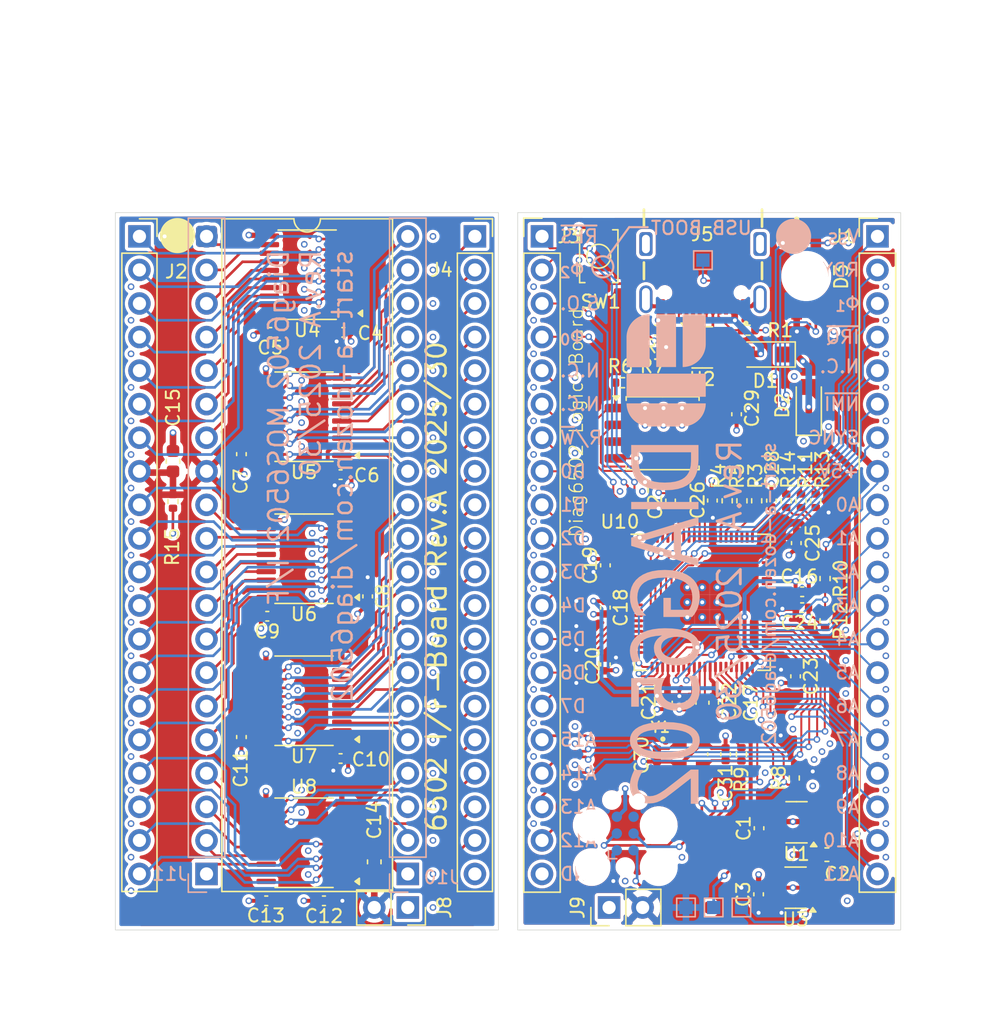
<source format=kicad_pcb>
(kicad_pcb (version 20241229) (generator "pcbnew") (generator_version "9.0")
  (layers (0 "F.Cu" signal) (4 "In1.Cu" signal) (6 "In2.Cu" signal) (2 "B.Cu" signal) (13 "F.Paste" user) (15 "B.Paste" user) (5 "F.SilkS" user "F.Silkscreen") (7 "B.SilkS" user "B.Silkscreen") (1 "F.Mask" user) (3 "B.Mask" user) (25 "Edge.Cuts" user))
  (net 0 "")
  (net 1 "+1V1")
  (net 2 "/Power Supply & USB/V_{SUP}")
  (net 3 "/Processor/VREG_AVDD")
  (net 4 "/Processor/XIN")
  (net 5 "Net-(C31-Pad2)")
  (net 6 "VBUS")
  (net 7 "/Processor/A4")
  (net 8 "/Processor/A0")
  (net 9 "/Processor/RDY")
  (net 10 "/Processor/PIN5")
  (net 11 "/Processor/A5")
  (net 12 "/Processor/SYNC")
  (net 13 "/Processor/A1")
  (net 14 "/Processor/A8")
  (net 15 "/Processor/A10")
  (net 16 "/Processor/A7")
  (net 17 "/Processor/QSPI_SS")
  (net 18 "Net-(R7-Pad1)")
  (net 19 "/Processor/XOUT")
  (net 20 "/Processor/5V_SENSE")
  (net 21 "/Processor/~{RGB_R}")
  (net 22 "/Processor/~{RGB_G}")
  (net 23 "/Processor/~{RGB_B}")
  (net 26 "/Processor/~{NMI}")
  (net 27 "/Processor/A6")
  (net 28 "/Processor/A11")
  (net 29 "/Processor/PHI1")
  (net 30 "/Processor/PIN1")
  (net 31 "/Processor/~{IRQ}")
  (net 32 "/Processor/A2")
  (net 33 "/Processor/A9")
  (net 34 "/Processor/A3")
  (net 35 "/Processor/PIN35")
  (net 36 "/Processor/D6")
  (net 37 "/Processor/A15")
  (net 38 "/Processor/D7")
  (net 39 "/Processor/PHI2")
  (net 40 "/Processor/~{SO}")
  (net 41 "/Processor/D5")
  (net 42 "/Processor/~{RES}")
  (net 43 "/Processor/A12")
  (net 44 "/Processor/D4")
  (net 45 "/Processor/D1")
  (net 46 "/Processor/A14")
  (net 47 "/Processor/PHI0")
  (net 48 "/Processor/A13")
  (net 49 "/Processor/D0")
  (net 50 "/Processor/D3")
  (net 51 "/Processor/D2")
  (net 52 "/Processor/RW")
  (net 53 "/Processor/PIN36")
  (net 54 "/Level Shifters & CPU Interface/PIN_5")
  (net 55 "/Level Shifters & CPU Interface/PIN_17")
  (net 56 "/Level Shifters & CPU Interface/PIN_10")
  (net 57 "/Level Shifters & CPU Interface/PIN_37")
  (net 58 "/Level Shifters & CPU Interface/PIN_28")
  (net 59 "/Level Shifters & CPU Interface/PIN_16")
  (net 60 "/Level Shifters & CPU Interface/PIN_7")
  (net 61 "/Level Shifters & CPU Interface/PIN_26")
  (net 62 "/Level Shifters & CPU Interface/PIN_22")
  (net 63 "/Level Shifters & CPU Interface/PIN_18")
  (net 64 "/Level Shifters & CPU Interface/PIN_34")
  (net 65 "/Level Shifters & CPU Interface/PIN_38")
  (net 66 "/Level Shifters & CPU Interface/PIN_25")
  (net 67 "/Level Shifters & CPU Interface/PIN_15")
  (net 68 "/Level Shifters & CPU Interface/PIN_20")
  (net 69 "/Level Shifters & CPU Interface/PIN_31")
  (net 70 "/Level Shifters & CPU Interface/PIN_11")
  (net 71 "/Level Shifters & CPU Interface/PIN_27")
  (net 72 "/Level Shifters & CPU Interface/PIN_1")
  (net 73 "/Level Shifters & CPU Interface/PIN_3")
  (net 74 "/Level Shifters & CPU Interface/PIN_24")
  (net 75 "/Level Shifters & CPU Interface/PIN_12")
  (net 76 "/Level Shifters & CPU Interface/PIN_4")
  (net 77 "/Level Shifters & CPU Interface/PIN_39")
  (net 78 "/Level Shifters & CPU Interface/PIN_6")
  (net 79 "/Level Shifters & CPU Interface/PIN_32")
  (net 80 "/Level Shifters & CPU Interface/PIN_35")
  (net 81 "/Level Shifters & CPU Interface/PIN_40")
  (net 82 "/Level Shifters & CPU Interface/PIN_19")
  (net 83 "/Level Shifters & CPU Interface/PIN_2")
  (net 84 "/Level Shifters & CPU Interface/PIN_13")
  (net 85 "/Level Shifters & CPU Interface/PIN_33")
  (net 86 "/Level Shifters & CPU Interface/PIN_9")
  (net 87 "/Level Shifters & CPU Interface/PIN_29")
  (net 88 "/Level Shifters & CPU Interface/PIN_30")
  (net 89 "/Level Shifters & CPU Interface/PIN_14")
  (net 90 "/Level Shifters & CPU Interface/PIN_23")
  (net 91 "/Level Shifters & CPU Interface/PIN_36")
  (net 92 "/Level Shifters & CPU Interface/CPU_4")
  (net 93 "/Level Shifters & CPU Interface/CPU_14")
  (net 94 "/Level Shifters & CPU Interface/CPU_17")
  (net 95 "/Level Shifters & CPU Interface/CPU_19")
  (net 96 "/Level Shifters & CPU Interface/CPU_5")
  (net 97 "/Level Shifters & CPU Interface/CPU_12")
  (net 98 "/Level Shifters & CPU Interface/CPU_6")
  (net 99 "/Level Shifters & CPU Interface/CPU_18")
  (net 100 "/Level Shifters & CPU Interface/CPU_10")
  (net 101 "/Level Shifters & CPU Interface/CPU_13")
  (net 102 "/Processor/QSPI_SCLK")
  (net 103 "/Processor/QSPI_SD1")
  (net 104 "/Processor/QSPI_SD2")
  (net 105 "/Processor/QSPI_SD0")
  (net 106 "/Processor/QSPI_SD3")
  (net 107 "/Level Shifters & CPU Interface/CPU_20")
  (net 108 "/Level Shifters & CPU Interface/CPU_1")
  (net 109 "/Level Shifters & CPU Interface/CPU_7")
  (net 110 "/Level Shifters & CPU Interface/CPU_9")
  (net 111 "/Level Shifters & CPU Interface/CPU_16")
  (net 112 "/Level Shifters & CPU Interface/CPU_3")
  (net 113 "/Level Shifters & CPU Interface/CPU_2")
  (net 114 "/Level Shifters & CPU Interface/CPU_11")
  (net 115 "/Level Shifters & CPU Interface/CPU_15")
  (net 116 "/Level Shifters & CPU Interface/CPU_35")
  (net 117 "/Level Shifters & CPU Interface/CPU_36")
  (net 118 "/Level Shifters & CPU Interface/CPU_34")
  (net 119 "/Level Shifters & CPU Interface/CPU_22")
  (net 120 "/Level Shifters & CPU Interface/CPU_25")
  (net 121 "/Level Shifters & CPU Interface/CPU_32")
  (net 122 "/Level Shifters & CPU Interface/CPU_27")
  (net 123 "/Level Shifters & CPU Interface/CPU_31")
  (net 124 "/Level Shifters & CPU Interface/CPU_37")
  (net 125 "/Level Shifters & CPU Interface/CPU_38")
  (net 126 "/Level Shifters & CPU Interface/CPU_33")
  (net 127 "/Level Shifters & CPU Interface/CPU_39")
  (net 128 "/Level Shifters & CPU Interface/CPU_40")
  (net 129 "/Level Shifters & CPU Interface/CPU_24")
  (net 130 "/Level Shifters & CPU Interface/CPU_30")
  (net 131 "/Level Shifters & CPU Interface/CPU_29")
  (net 132 "/Level Shifters & CPU Interface/CPU_23")
  (net 133 "/Level Shifters & CPU Interface/CPU_28")
  (net 134 "/Level Shifters & CPU Interface/CPU_26")
  (net 135 "/Processor/SWDIO")
  (net 136 "/Processor/RUN")
  (net 137 "/Processor/SWCLK")
  (net 139 "Net-(U10-USB_DP)")
  (net 140 "Net-(U10-USB_DM)")
  (net 150 "/Processor/USB_D+")
  (net 151 "/Processor/USB_D-")
  (net 153 "Net-(J5-CC1)")
  (net 154 "Net-(J5-D+-PadA6)")
  (net 155 "Net-(J5-D--PadA7)")
  (net 156 "Net-(J5-CC2)")
  (net 158 "GND")
  (net 159 "+3V3")
  (net 160 "+5V")
  (net 161 "/Level Shifters & CPU Interface/GND_I")
  (net 162 "/Level Shifters & CPU Interface/+3V3_I")
  (net 163 "/Level Shifters & CPU Interface/+5V_I")
  (net 164 "/Processor/LED_G")
  (net 165 "/Processor/LED_R")
  (net 166 "/Processor/LED_B")
  (footprint "Package_TO_SOT_SMD:SOT-23-5" (layer "F.Cu") (at 146.2 87.4 180)
    (property "Reference" "U3")
    (property "Value" "AP2112K-3.3")
  )
  (footprint "Package_SO:TSSOP-20_4.4x6.5mm_P0.65mm" (layer "F.Cu") (at 108.9825 84 180)
    (property "Reference" "U8")
    (property "Value" "TXS0108EPWR")
  )
  (footprint "Resistor_SMD:R_0402_1005Metric" (layer "F.Cu") (at 146.6088 58.1152 90)
    (property "Reference" "R11")
    (property "Value" "330")
  )
  (footprint "Connector_PinSocket_2.54mm:PinSocket_1x02_P2.54mm_Vertical" (layer "F.Cu") (at 116.84 88.9 -90)
    (property "Reference" "J8")
    (property "Value" "Conn_01x02_PinSocket")
  )
  (footprint "Capacitor_SMD:C_0603_1608Metric" (layer "F.Cu") (at 99.06 55.118 90)
    (property "Reference" "C15")
    (property "Value" "10u")
  )
  (footprint "Capacitor_SMD:C_0402_1005Metric" (layer "F.Cu") (at 146.7 65)
    (property "Reference" "C16")
    (property "Value" "4.7u")
  )
  (footprint "Capacitor_SMD:C_0402_1005Metric" (layer "F.Cu") (at 106.426 45.3644 180)
    (property "Reference" "C5")
    (property "Value" "0.1u")
  )
  (footprint "Resistor_SMD:R_0402_1005Metric" (layer "F.Cu") (at 146.1 79.1 90)
    (property "Reference" "R8")
    (property "Value" "1k")
  )
  (footprint "Capacitor_SMD:C_0402_1005Metric" (layer "F.Cu") (at 146.2532 61.3156 -90)
    (property "Reference" "C25")
    (property "Value" "0.1u")
  )
  (footprint "Resistor_SMD:R_0402_1005Metric" (layer "F.Cu") (at 147.7264 58.1152 90)
    (property "Reference" "R13")
    (property "Value" "330")
  )
  (footprint "Capacitor_SMD:C_0402_1005Metric" (layer "F.Cu") (at 131.8 66.2 -90)
    (property "Reference" "C18")
    (property "Value" "0.1u")
  )
  (footprint "Connector_PinHeader_2.54mm:PinHeader_1x20_P2.54mm_Vertical" (layer "F.Cu") (at 152.4 38.1)
    (property "Reference" "J1")
    (property "Value" "Conn_01x20_PinHeader")
  )
  (footprint "Capacitor_SMD:C_0603_1608Metric" (layer "F.Cu") (at 114.3 85.4445 90)
    (property "Reference" "C14")
    (property "Value" "10u")
  )
  (footprint "footprints:LED_XZMDKCBDDG45S-9" (layer "F.Cu") (at 147.00875 41.1 90)
    (property "Reference" "D3")
    (property "Value" "XZMDKCBDDG45S-9")
  )
  (footprint "Capacitor_SMD:C_0402_1005Metric" (layer "F.Cu") (at 136.5 73.4 -90)
    (property "Reference" "C21")
    (property "Value" "0.1u")
  )
  (footprint "Fiducial:Fiducial_1mm_Mask2mm" (layer "F.Cu") (at 149.098 46.99)
    (property "Reference" "FID1" (hide yes))
    (property "Value" "Fiducial")
  )
  (footprint "Diode_SMD:Nexperia_CFP3_SOD-123W" (layer "F.Cu") (at 147.2 50.9 90)
    (property "Reference" "D2")
    (property "Value" "PMEG3010ER")
  )
  (footprint "Capacitor_SMD:C_0402_1005Metric" (layer "F.Cu") (at 146.2 71.4 -90)
    (property "Reference" "C23")
    (property "Value" "0.1u")
  )
  (footprint "Capacitor_SMD:C_0402_1005Metric" (layer "F.Cu") (at 141.732 51.562 -90)
    (property "Reference" "C29")
    (property "Value" "0.1u")
  )
  (footprint "Diode_SMD:Nexperia_CFP3_SOD-123W" (layer "F.Cu") (at 143.9164 47.0408 180)
    (property "Reference" "D1")
    (property "Value" "PMEG3010ER")
  )
  (footprint "Package_TO_SOT_SMD:SOT-23-5" (layer "F.Cu") (at 146.27125 82.45 180)
    (property "Reference" "U1")
    (property "Value" "TLV74311PDBVR")
  )
  (footprint "Resistor_SMD:R_0402_1005Metric" (layer "F.Cu") (at 141.0208 58.1152 90)
    (property "Reference" "R4")
    (property "Value" "27")
  )
  (footprint "Package_SO:SOIC-8_5.3x5.3mm_P1.27mm" (layer "F.Cu") (at 136.13375 53)
    (property "Reference" "U9")
    (property "Value" "W25Q128JVS")
  )
  (footprint "footprints:GCT_USB4105-GF-A" (layer "F.Cu") (at 139.188 38.679 180)
    (property "Reference" "J5")
    (property "Value" "GT-USB-7010AN")
  )
  (footprint "Capacitor_SMD:C_0603_1608Metric" (layer "F.Cu") (at 148.57125 84.9 180)
    (property "Reference" "C2")
    (property "Value" "10u")
  )
  (footprint "Capacitor_SMD:C_0402_1005Metric" (layer "F.Cu") (at 135.7 77.3746 90)
    (property "Reference" "C30")
    (property "Value" "15p")
  )
  (footprint "footprints:TS-1088-xxxxxxx" (layer "F.Cu") (at 131.3 39.6 -90)
    (property "Reference" "SW1")
    (property "Value" "TS-1088-AR02016")
  )
  (footprint "Capacitor_SMD:C_0402_1005Metric" (layer "F.Cu") (at 143.43375 82.9 90)
    (property "Reference" "C1")
    (property "Value" "4.7u")
  )
  (footprint "Resistor_SMD:R_0402_1005Metric" (layer "F.Cu") (at 145.4912 58.1152 90)
    (property "Reference" "R14")
    (property "Value" "330")
  )
  (footprint "PCM_kikit:Board" (layer "F.Cu") (at 95.504 36.322)
    (property "Reference" "B1")
    (property "Value" "Board")
  )
  (footprint "Connector_PinHeader_2.54mm:PinHeader_1x20_P2.54mm_Vertical" (layer "F.Cu") (at 127 38.1)
    (property "Reference" "J3")
    (property "Value" "Conn_01x20_PinHeader")
  )
  (footprint "Capacitor_SMD:C_0402_1005Metric" (layer "F.Cu") (at 113.8 65.35 -90)
    (property "Reference" "C8")
    (property "Value" "0.1u")
  )
  (footprint "Connector_PinSocket_2.54mm:PinSocket_1x20_P2.54mm_Vertical" (layer "F.Cu") (at 121.92 38.1)
    (property "Reference" "J4")
    (property "Value" "Conn_01x20_PinSocket")
  )
  (footprint "Capacitor_SMD:C_0402_1005Metric" (layer "F.Cu") (at 144.3736 58.1 90)
    (property "Reference" "C28")
    (property "Value" "4.7u")
  )
  (footprint "Connector_PinSocket_2.54mm:PinSocket_1x20_P2.54mm_Vertical" (layer "F.Cu") (at 96.52 38.1)
    (property "Reference" "J2")
    (property "Value" "Conn_01x20_PinSocket")
  )
  (footprint "Resistor_SMD:R_0402_1005Metric" (layer "F.Cu") (at 142.1 77.3 90)
    (property "Reference" "R9")
    (property "Value" "1k")
  )
  (footprint "Capacitor_SMD:C_0402_1005Metric" (layer "F.Cu") (at 110.49 88.392 180)
    (property "Reference" "C12")
    (property "Value" "0.1u")
  )
  (footprint "Capacitor_SMD:C_0402_1005Metric" (layer "F.Cu") (at 138.3 73.4 -90)
    (property "Reference" "C22")
    (property "Value" "0.1u")
  )
  (footprint "Resistor_SMD:R_0402_1005Metric" (layer "F.Cu") (at 148.43375 67.1975 -90)
    (property "Reference" "R12")
    (property "Value" "5.1k")
  )
  (footprint "Package_TO_SOT_SMD:SC-74-6_1.55x2.9mm_P0.95mm" (layer "F.Cu") (at 139.13375 46.5)
    (property "Reference" "U2")
    (property "Value" "IP4234CZ6")
  )
  (footprint "Capacitor_SMD:C_0402_1005Metric" (layer "F.Cu") (at 139.9032 58.093 90)
    (property "Reference" "C26")
    (property "Value" "0.1u")
  )
  (footprint "Capacitor_SMD:C_0402_1005Metric" (layer "F.Cu") (at 106.1212 88.392 180)
    (property "Reference" "C13")
    (property "Value" "0.1u")
  )
  (footprint "Resistor_SMD:R_0402_1005Metric" (layer "F.Cu") (at 135.382 49.1744 180)
    (property "Reference" "R7")
    (property "Value" "1k")
  )
  (footprint "Capacitor_SMD:C_0402_1005Metric" (layer "F.Cu") (at 143.4 87.9 90)
    (property "Reference" "C3")
    (property "Value" "4.7u")
  )
  (footprint "Fiducial:Fiducial_1mm_Mask2mm" (layer "F.Cu") (at 109.22 46.99)
    (property "Reference" "FID3" (hide yes))
    (property "Value" "Fiducial")
  )
  (footprint "Connector_PinHeader_2.54mm:PinHeader_1x02_P2.54mm_Vertical" (layer "F.Cu") (at 132.08 88.9 90)
    (property "Reference" "J9")
    (property "Value" "Conn_01x02_PinHeader")
  )
  (footprint "Capacitor_SMD:C_0402_1005Metric" (layer "F.Cu") (at 104.2416 75.9968 -90)
    (property "Reference" "C11")
    (property "Value" "0.1u")
  )
  (footprint "Resistor_SMD:R_0402_1005Metric" (layer "F.Cu") (at 142.6 45.2)
    (property "Reference" "R1")
    (property "Value" "5.1k")
  )
  (footprint "Capacitor_SMD:C_0402_1005Metric" (layer "F.Cu") (at 111.75 56.134)
    (property "Reference" "C6")
    (property "Value" "0.1u")
  )
  (footprint "Capacitor_SMD:C_0402_1005Metric" (layer "F.Cu") (at 131.8 63 90)
    (property "Reference" "C19")
    (property "Value" "0.1u")
  )
  (footprint "Capacitor_SMD:C_0402_1005Metric" (layer "F.Cu") (at 140 73.4 -90)
    (property "Reference" "C17")
    (property "Value" "0.1u")
  )
  (footprint "Package_DIP:DIP-40_W15.24mm" (layer "F.Cu") (at 101.6 38.1)
    (property "Reference" "J6" (hide yes))
    (property "Value" "Conn_02x20_Counter_Clockwise")
  )
  (footprint "footprints:RP2350-QFN-80-1EP_10x10_P0.4mm_EP3.4x3.4mm_ThermalVias" (layer "F.Cu") (at 139.13375 65.7965)
    (property "Reference" "U10")
    (property "Value" "RP2350_80QFN")
  )
  (footprint "Fiducial:Fiducial_1mm_Mask2mm" (layer "F.Cu") (at 99.06 88.9)
    (property "Reference" "FID4" (hide yes))
    (property "Value" "Fiducial")
  )
  (footprint "Capacitor_SMD:C_0402_1005Metric" (layer "F.Cu") (at 136.73375 58.1 90)
    (property "Reference" "C27")
    (property "Value" "0.1u")
  )
  (footprint "PCM_kikit:Board" (layer "F.Cu") (at 136.455 26.055)
    (property "Reference" "B2")
    (property "Value" "Board")
  )
  (footprint "Package_SO:TSSOP-20_4.4x6.5mm_P0.65mm" (layer "F.Cu") (at 108.9825 62.5 180)
    (property "Reference" "U6")
    (property "Value" "TXS0108EPWR")
  )
  (footprint "Capacitor_SMD:C_0402_1005Metric" (layer "F.Cu") (at 111.9632 45.3644)
    (property "Reference" "C4")
    (property "Value" "0.1u")
  )
  (footprint "footprints:XTAL_ABM8-272-T3" (layer "F.Cu") (at 138.3 77.3)
    (property "Reference" "Y1")
    (property "Value" "ABM8-272-T3")
  )
  (footprint "Resistor_SMD:R_0402_1005Metric" (layer "F.Cu") (at 135.7 45.2 180)
    (property "Reference" "R2")
    (property "Value" "5.1k")
  )
  (footprint "Resistor_SMD:R_0402_1005Metric" (layer "F.Cu") (at 142.1384 58.1152 -90)
    (property "Reference" "R5")
    (property "Value" "27")
  )
  (footprint "Capacitor_SMD:C_0402_1005Metric" (layer "F.Cu") (at 111.75 77.6224)
    (property "Reference" "C10")
    (property "Value" "0.1u")
  )
  (footprint "Resistor_SMD:R_0402_1005Metric" (layer "F.Cu") (at 99.06 58.164 -90)
    (property "Reference" "R15")
    (property "Value" "10k")
  )
  (footprint "Capacitor_SMD:C_0402_1005Metric" (layer "F.Cu") (at 131.8 70.5 -90)
    (property "Reference" "C20")
    (property "Value" "0.1u")
  )
  (footprint "Package_SO:TSSOP-20_4.4x6.5mm_P0.65mm" (layer "F.Cu") (at 108.9825 73.25 180)
    (property "Reference" "U7")
    (property "Value" "TXS0108EPWR")
  )
  (footprint "Package_SO:TSSOP-20_4.4x6.5mm_P0.65mm" (layer "F.Cu") (at 109.22 41 180)
    (property "Reference" "U4")
    (property "Value" "TXS0108EPWR")
  )
  (footprint "Fiducial:Fiducial_1mm_Mask2mm" (layer "F.Cu") (at 139.7 88.9)
    (property "Reference" "FID2" (hide yes))
    (property "Value" "Fiducial")
  )
  (footprint "Capacitor_SMD:C_0402_1005Metric" (layer "F.Cu") (at 106.2 66.8528 180)
    (property "Reference" "C9")
    (property "Value" "0.1u")
  )
  (footprint "Resistor_SMD:R_0402_1005Metric" (layer "F.Cu") (at 143.256 58.1152 -90)
    (property "Reference" "R3")
    (property "Value" "10")
  )
  (footprint "Capacitor_SMD:C_0402_1005Metric" (layer "F.Cu") (at 140.9 77.3 -90)
    (property "Reference" "C31")
    (property "Value" "15p")
  )
  (footprint "Capacitor_SMD:C_0402_1005Metric" (layer "F.Cu") (at 104.2416 54.5825 -90)
    (property "Reference" "C7")
    (property "Value" "0.1u")
  )
  (footprint "Package_SO:TSSOP-20_4.4x6.5mm_P0.65mm" (layer "F.Cu") (at 108.9825 51.75 180)
    (property "Reference" "U5")
    (property "Value" "TXS0108EPWR")
  )
  (footprint "Resistor_SMD:R_0402_1005Metric" (layer "F.Cu") (at 133.096 49.1744 180)
    (property "Reference" "R6")
    (property "Value" "10k")
  )
  (footprint "Resistor_SMD:R_0402_1005Metric" (layer "F.Cu") (at 148.43375 64 90)
    (property "Reference" "R10")
    (property "Value" "5.1k")
  )
  (footprint "Capacitor_SMD:C_0402_1005Metric" (layer "F.Cu") (at 146.7 66.2)
    (property "Reference" "C24")
    (property "Value" "0.1u")
  )
  (footprint "TestPoint:TestPoint_Pad_1.0x1.0mm" (layer "B.Cu") (at 142.1 88.9 180)
    (property "Reference" "TP3")
    (property "Value" "V_{SUP}")
  )
  (footprint "Connector_PinHeader_2.54mm:PinHeader_1x20_P2.54mm_Vertical" (layer "B.Cu") (at 101.6 86.36)
    (property "Reference" "J11")
    (property "Value" "Conn_01x20_PinHeader")
  )
  (footprint "TestPoint:TestPoint_Pad_1.0x1.0mm" (layer "B.Cu") (at 139.18375 39.9 180)
    (property "Reference" "TP2")
    (property "Value" "V_{BUS}")
  )
  (footprint "Connector_PinHeader_2.54mm:PinHeader_1x20_P2.54mm_Vertical" (layer "B.Cu") (at 116.84 86.36)
    (property "Reference" "J10")
    (property "Value" "Conn_01x20_PinHeader")
  )
  (footprint "TestPoint:TestPoint_Pad_1.0x1.0mm" (layer "B.Cu") (at 140 88.9 180)
    (property "Reference" "TP1")
    (property "Value" "+1V1")
  )
  (footprint "footprints:SaD Logo" (layer "B.Cu") (at 139.4 48.24 -90)
    (property "Reference" "REF**" (hide yes))
    (property "Value" "Untitled" (hide yes))
  )
  (footprint "Connector:Tag-Connect_TC2030-IDC-FP_2x03_P1.27mm_Vertical" (layer "B.Cu") (at 133.3 83.3 90)
    (property "Reference" "J7" (hide yes))
    (property "Value" "Conn_ARM_SWD_TagConnect_TC2030")
  )
  (footprint "TestPoint:TestPoint_Pad_1.0x1.0mm" (layer "B.Cu") (at 137.9 88.9 180)
    (property "Reference" "TP4")
    (property "Value" "+3V3")
  )
  (gr_circle (center 99.4 38.04) (end 100.2 39.04) (stroke (width 0.1)) (fill yes) (layer "F.SilkS"))
  (gr_line (start 135 37.4) (end 133.6 37.4) (stroke (width 0.163)) (layer "B.SilkS"))
  (gr_circle (center 146.05 38.1) (end 146.85 39.1) (stroke (width 0.1)) (fill yes) (layer "B.SilkS"))
  (gr_circle (center 131.6 40.4) (end 132.4 40.4) (stroke (width 0.163)) (fill no) (layer "B.SilkS"))
  (gr_line (start 133.6 37.4) (end 132 39.6) (stroke (width 0.163)) (layer "B.SilkS"))
  (gr_rect (start 125.16 36.3) (end 154.16 90.6) (stroke (width 0.05)) (fill no) (layer "Edge.Cuts"))
  (gr_rect (start 94.7 36.3) (end 123.7 90.6) (stroke (width 0.05)) (fill no) (layer "Edge.Cuts"))
  (gr_text "6502 I/F-Board Rev.A 2025/30" (at 119.888 83.312 90) (layer "F.SilkS") (effects (font (size 1.5 1.5) (thickness 0.2)) (justify left bottom)))
  (gr_text "Diag6502 Logic-Board\n" (at 130.175 60.96 90) (layer "F.SilkS") (effects (font (size 1 1) (thickness 0.1)) (justify left bottom)))
  (gr_text "A0" (at 151.13 58.42 0) (layer "B.SilkS") (effects (font (size 1 1) (thickness 0.153)) (justify left mirror)))
  (gr_text "A14\n" (at 128.27 78.74 0) (layer "B.SilkS") (effects (font (size 1 1) (thickness 0.153)) (justify right mirror)))
  (gr_text "R/~{W}" (at 128.27 53.34 0) (layer "B.SilkS") (effects (font (size 1 1) (thickness 0.153)) (justify right mirror)))
  (gr_text "~{IRQ}" (at 151.13 45.72 0) (layer "B.SilkS") (effects (font (size 1 1) (thickness 0.153)) (justify left mirror)))
  (gr_text "Φ_{1}" (at 151.13 43.18 0) (layer "B.SilkS") (effects (font (size 1 1) (thickness 0.153)) (justify left mirror)))
  (gr_text "A9" (at 151.13 81.28 0) (layer "B.SilkS") (effects (font (size 1 1) (thickness 0.153)) (justify left mirror)))
  (gr_text "N.C." (at 128.27 48.26 0) (layer "B.SilkS") (effects (font (size 1 1) (thickness 0.153)) (justify right mirror)))
  (gr_text "D0" (at 128.27 55.88 0) (layer "B.SilkS") (effects (font (size 1 1) (thickness 0.153)) (justify right mirror)))
  (gr_text "D2" (at 128.27 60.96 0) (layer "B.SilkS") (effects (font (size 1 1) (thickness 0.153)) (justify right mirror)))
  (gr_text "USB BOOT" (at 139.065 37.465 0) (layer "B.SilkS") (effects (font (size 1 1) (thickness 0.163) (bold yes)) (justify mirror)))
  (gr_text "D7" (at 128.27 73.66 0) (layer "B.SilkS") (effects (font (size 1 1) (thickness 0.153)) (justify right mirror)))
  (gr_text "SYNC" (at 151.13 53.34 0) (layer "B.SilkS") (effects (font (size 1 1) (thickness 0.153)) (justify left mirror)))
  (gr_text "A6" (at 151.13 73.66 0) (layer "B.SilkS") (effects (font (size 1 1) (thickness 0.153)) (justify left mirror)))
  (gr_text "A11" (at 151.13 86.36 0) (layer "B.SilkS") (effects (font (size 1 1) (thickness 0.153)) (justify left mirror)))
  (gr_text "+5V" (at 151.13 55.88 0) (layer "B.SilkS") (effects (font (size 1 1) (thickness 0.153)) (justify left mirror)))
  (gr_text "~{RES}" (at 128.27 38.1 0) (layer "B.SilkS") (effects (font (size 1 1) (thickness 0.153)) (justify right mirror)))
  (gr_text "DIAG6502\n" (at 139.7 53.34 90) (layer "B.SilkS") (effects (font (size 5 4) (thickness 0.5)) (justify left bottom mirror)))
  (gr_text "Φ_{0}" (at 128.27 45.72 0) (layer "B.SilkS") (effects (font (size 1 1) (thickness 0.153)) (justify right mirror)))
  (gr_text "D1" (at 128.27 58.42 0) (layer "B.SilkS") (effects (font (size 1 1) (thickness 0.153)) (justify right mirror)))
  (gr_text "Diag6502 MOS6502 I/F\nRev.A 2025/30\nstart-a-dozen.com/diag6502" (at 112.776 38.989 90) (layer "B.SilkS") (effects (font (size 1.5 1.5) (thickness 0.1875)) (justify left bottom mirror)))
  (gr_text "start-a-dozen.com/diag6502" (at 144.78 53.594 90) (layer "B.SilkS") (effects (font (size 1 1) (thickness 0.153)) (justify left bottom mirror)))
  (gr_text "A1" (at 151.13 60.96 0) (layer "B.SilkS") (effects (font (size 1 1) (thickness 0.153)) (justify left mirror)))
  (gr_text "A15" (at 128.27 76.2 0) (layer "B.SilkS") (effects (font (size 1 1) (thickness 0.153)) (justify right mirror)))
  (gr_text "A10" (at 151.13 83.82 0) (layer "B.SilkS") (effects (font (size 1 1) (thickness 0.153)) (justify left mirror)))
  (gr_text "A8" (at 151.13 78.74 0) (layer "B.SilkS") (effects (font (size 1 1) (thickness 0.153)) (justify left mirror)))
  (gr_text "A4" (at 151.13 68.58 0) (layer "B.SilkS") (effects (font (size 1 1) (thickness 0.153)) (justify left mirror)))
  (gr_text "D5" (at 128.27 68.58 0) (layer "B.SilkS") (effects (font (size 1 1) (thickness 0.153)) (justify right mirror)))
  (gr_text "A13" (at 128.27 81.28 0) (layer "B.SilkS") (effects (font (size 1 1) (thickness 0.153)) (justify right mirror)))
  (gr_text "D4" (at 128.27 66.04 0) (layer "B.SilkS") (effects (font (size 1 1) (thickness 0.153)) (justify right mirror)))
  (gr_text "Rev.A  2025/30	" (at 142.24 53.34 90) (layer "B.SilkS") (effects (font (size 1.75 1.75) (thickness 0.21875)) (justify left bottom mirror)))
  (gr_text "A12" (at 128.27 83.82 0) (layer "B.SilkS") (effects (font (size 1 1) (thickness 0.153)) (justify right mirror)))
  (gr_text "Φ_{2}" (at 128.27 40.64 0) (layer "B.SilkS") (effects (font (size 1 1) (thickness 0.153)) (justify right mirror)))
  (gr_text "A2" (at 151.13 63.5 0) (layer "B.SilkS") (effects (font (size 1 1) (thickness 0.153)) (justify left mirror)))
  (gr_text "D6" (at 128.27 71.12 0) (layer "B.SilkS") (effects (font (size 1 1) (thickness 0.153)) (justify right mirror)))
  (gr_text "D3" (at 128.27 63.5 0) (layer "B.SilkS") (effects (font (size 1 1) (thickness 0.153)) (justify right mirror)))
  (gr_text "GND" (at 128.27 86.36 0) (layer "B.SilkS") (effects (font (size 1 1) (thickness 0.153)) (justify right mirror)))
  (gr_text "A7" (at 151.13 76.2 0) (layer "B.SilkS") (effects (font (size 1 1) (thickness 0.153)) (justify left mirror)))
  (gr_text "N.C." (at 128.27 50.8 0) (layer "B.SilkS") (effects (font (size 1 1) (thickness 0.153)) (justify right mirror)))
  (gr_text "S.O." (at 128.27 43.18 0) (layer "B.SilkS") (effects (font (size 1 1) (thickness 0.153)) (justify right mirror)))
  (gr_text "~{NMI}" (at 151.13 50.8 0) (layer "B.SilkS") (effects (font (size 1 1) (thickness 0.153)) (justify left mirror)))
  (gr_text "A3" (at 151.13 66.04 0) (layer "B.SilkS") (effects (font (size 1 1) (thickness 0.153)) (justify left mirror)))
  (gr_text "N.C." (at 151.13 47.944459 0) (layer "B.SilkS") (effects (font (size 1 1) (thickness 0.153)) (justify left mirror)))
  (gr_text "RDY" (at 151.13 40.64 0) (layer "B.SilkS") (effects (font (size 1 1) (thickness 0.153)) (justify left mirror)))
  (gr_text "V_{SS}" (at 151.13 38.1 0) (layer "B.SilkS") (effects (font (size 1 1) (thickness 0.153)) (justify left mirror)))
  (gr_text "A5" (at 151.13 71.12 0) (layer "B.SilkS") (effects (font (size 1 1) (thickness 0.153)) (justify left mirror)))
  (segment (start 140.61375 72.92) (end 140.05375 72.92) (width 0.3) (layer "F.Cu") (net 1))
  (segment (start 140.8 86.5) (end 143.43375 83.86625) (width 0.2) (layer "F.Cu") (net 1))
  (segment (start 142.79275 82.081024) (end 142.8 82.073774) (width 0.3) (layer "F.Cu") (net 1))
  (segment (start 140.73375 73.04) (end 140.61375 72.92) (width 0.3) (layer "F.Cu") (net 1))
  (segment (start 146.19875 64.20125) (end 146.19875 64.9) (width 0.3) (layer "F.Cu") (net 1))
  (segment (start 133.4 65.5965) (end 134.23725 65.5965) (width 0.15) (layer "F.Cu") (net 1))
  (segment (start 142.8 76.439526) (end 141.29034 74.929866) (width 0.3) (layer "F.Cu") (net 1))
  (segment (start 144.03025 65.5965) (end 144.670376 65.5965) (width 0.15) (layer "F.Cu") (net 1))
  (segment (start 144.670376 65.5965) (end 144.783438 65.483438) (width 0.15) (layer "F.Cu") (net 1))
  (segment (start 145.266876 65) (end 146.10705 65) (width 0.3) (layer "F.Cu") (net 1))
  (segment (start 140 71.86625) (end 140 72.82125) (width 0.3) (layer "F.Cu") (net 1))
  (segment (start 139.83375 71.7) (end 140 71.86625) (width 0.3) (layer "F.Cu") (net 1))
  (segment (start 133.4 65.5965) (end 133.2765 65.72) (width 0.3) (layer "F.Cu") (net 1))
  (segment (start 143.43375 83.86625) (end 143.43375 83.3675) (width 0.2) (layer "F.Cu") (net 1))
  (segment (start 140.73375 73.535196) (end 140.73375 73.04) (width 0.3) (layer "F.Cu") (net 1))
  (segment (start 142.79275 82.758976) (end 142.79275 82.081024) (width 0.3) (layer "F.Cu") (net 1))
  (segment (start 141.29034 74.929866) (end 141.29034 74.091786) (width 0.3) (layer "F.Cu") (net 1))
  (segment (start 142.33375 66.9) (end 142.33375 69.090655) (width 0.3) (layer "F.Cu") (net 1))
  (segment (start 144.783438 65.483438) (end 145.266876 65) (width 0.3) (layer "F.Cu") (net 1))
  (segment (start 130.92 65.72) (end 130.9 65.7) (width 0.3) (layer "F.Cu") (net 1))
  (segment (start 142.33375 69.090655) (end 143.54072 70.297625) (width 0.3) (layer "F.Cu") (net 1))
  (segment (start 139.73375 70.693) (end 139.73375 71.6) (width 0.2) (layer "F.Cu") (net 1))
  (segment (start 146.2 64.2) (end 146.19875 64.20125) (width 0.3) (layer "F.Cu") (net 1))
  (segment (start 133.2765 65.72) (end 131.8 65.72) (width 0.3) (layer "F.Cu") (net 1))
  (segment (start 139.73375 71.6) (end 139.83375 71.7) (width 0.2) (layer "F.Cu") (net 1))
  (segment (start 143.353662 83.319888) (end 142.79275 82.758976) (width 0.3) (layer "F.Cu") (net 1))
  (segment (start 145.13375 83.4) (end 143.46625 83.4) (width 0.3) (layer "F.Cu") (net 1))
  (segment (start 142.8 82.073774) (end 142.8 76.439526) (width 0.3) (layer "F.Cu") (net 1))
  (segment (start 131.8 65.72) (end 130.92 65.72) (width 0.3) (layer "F.Cu") (net 1))
  (segment (start 141.29034 74.091786) (end 140.73375 73.535196) (width 0.3) (layer "F.Cu") (net 1))
  (via (at 143.54072 70.297625) (size 0.5) (drill 0.3) (layers "F.Cu" "B.Cu") (net 1))
  (via (at 142.33375 66.9) (size 0.5) (drill 0.3) (layers "F.Cu" "B.Cu") (net 1))
  (via (at 140.8 86.5) (size 0.5) (drill 0.3) (layers "F.Cu" "B.Cu") (net 1))
  (via (at 140.7 72.9) (size 0.5) (drill 0.3) (layers "F.Cu" "B.Cu") (net 1))
  (via (at 130.9 65.7) (size 0.5) (drill 0.3) (layers "F.Cu" "B.Cu") (net 1))
  (via (at 146.2 64.2) (size 0.5) (drill 0.3) (layers "F.Cu" "B.Cu") (net 1))
  (segment (start 130.9 65.7) (end 131.5 66.3) (width 0.3) (layer "B.Cu") (net 1))
  (segment (start 142.33375 65.2) (end 142.33375 66.9) (width 0.3) (layer "B.Cu") (net 1))
  (segment (start 132.481 72.581) (end 134.574409 72.581) (width 0.3) (layer "B.Cu") (net 1))
  (segment (start 143.54072 70.297625) (end 143.302375 70.297625) (width 0.3) (layer "B.Cu") (net 1))
  (segment (start 143.33375 64.2) (end 142.33375 65.2) (width 0.3) (layer "B.Cu") (net 1))
  (segment (start 134.574409 72.581) (end 134.855409 72.3) (width 0.3) (layer "B.Cu") (net 1))
  (segment (start 140.8 86.5) (end 140 87.3) (width 0.2) (layer "B.Cu") (net 1))
  (segment (start 146.19875 64.20125) (end 146.1975 64.2) (width 0.3) (layer "B.Cu") (net 1))
  (segment (start 131.5 71.6) (end 132.481 72.581) (width 0.3) (layer "B.Cu") (net 1))
  (segment (start 131.5 66.3) (end 131.5 71.6) (width 0.3) (layer "B.Cu") (net 1))
  (segment (start 140.1 72.3) (end 140.7 72.9) (width 0.3) (layer "B.Cu") (net 1))
  (segment (start 140 87.3) (end 140 88.9) (width 0.2) (layer "B.Cu") (net 1))
  (segment (start 146.1975 64.2) (end 143.33375 64.2) (width 0.3) (layer "B.Cu") (net 1))
  (segment (start 134.855409 72.3) (end 140.1 72.3) (width 0.3) (layer "B.Cu") (net 1))
  (segment (start 143.302375 70.297625) (end 140.7 72.9) (width 0.3) (layer "B.Cu") (net 1))
  (segment (start 148.021249 88.35) (end 149.43375 86.937499) (width 0.5) (layer "F.Cu") (net 2))
  (segment (start 146.939 89.408) (end 147.40875 88.93825) (width 0.2) (layer "F.Cu") (net 2))
  (segment (start 147.13375 52.39175) (end 150.876 56.134) (width 0.5) (layer "F.Cu") (net 2))
  (segment (start 147.3375 86.45) (end 149.38375 86.45) (width 0.15) (layer "F.Cu") (net 2))
  (segment (start 150.876 79.95775) (end 149.43375 81.4) (width 0.5) (layer "F.Cu") (net 2))
  (segment (start 147.40875 88.93825) (end 147.40875 88.42125) (width 0.2) (layer "F.Cu") (net 2))
  (segment (start 150.876 56.134) (end 150.876 79.95775) (width 0.5) (layer "F.Cu") (net 2))
  (segment (start 147.23375 81.5) (end 149.33375 81.5) (width 0.15) (layer "F.Cu") (net 2))
  (segment (start 149.43375 86.4) (end 149.43375 84.9) (width 0.5) (layer "F.Cu") (net 2))
  (segment (start 149.38375 86.45) (end 149.43375 86.4) (width 0.15) (layer "F.Cu") (net 2))
  (segment (start 149.33375 81.5) (end 149.43375 81.4) (width 0.15) (layer "F.Cu") (net 2))
  (segment (start 147.2 51) (end 147.2 52.3) (width 0.5) (layer "F.Cu") (net 2))
  (segment (start 146.2 47) (end 145.1 47) (width 0.5) (layer "F.Cu") (net 2))
  (segment (start 149.43375 81.4) (end 149.43375 83.4) (width 0.5) (layer "F.Cu") (net 2))
  (segment (start 147.3375 88.35) (end 148.021249 88.35) (width 0.5) (layer "F.Cu") (net 2))
  (segment (start 149.43375 86.937499) (end 149.43375 86.4) (width 0.5) (layer "F.Cu") (net 2))
  (segment (start 146.755 47.555) (end 146.2 47) (width 0.5) (layer "F.Cu") (net 2))
  (segment (start 147.23375 83.4) (end 149.43375 83.4) (width 0.5) (layer "F.Cu") (net 2))
  (segment (start 149.43375 83.4) (end 149.43375 84.9) (width 0.5) (layer "F.Cu") (net 2))
  (via (at 146.939 89.408) (size 0.5) (drill 0.3) (layers "F.Cu" "B.Cu") (net 2))
  (via (at 147.2 51) (size 0.5) (drill 0.3) (layers "F.Cu" "B.Cu") (net 2))
  (via (at 146.755 47.555) (size 0.5) (drill 0.3) (layers "F.Cu" "B.Cu") (net 2))
  (segment (start 147.2 51) (end 147.2 48) (width 0.5) (layer "B.Cu") (net 2))
  (segment (start 147.2 48) (end 146.755 47.555) (width 0.5) (layer "B.Cu") (net 2))
  (segment (start 143.1 90) (end 146.347 90) (width 0.2) (layer "B.Cu") (net 2))
  (segment (start 142.1 89) (end 143.1 90) (width 0.2) (layer "B.Cu") (net 2))
  (segment (start 146.347 90) (end 146.939 89.408) (width 0.2) (layer "B.Cu") (net 2))
  (segment (start 142.93375 60.4) (end 144.3736 58.96015) (width 0.15) (layer "F.Cu") (net 3))
  (segment (start 141.73375 60.9) (end 141.73375 60.441784) (width 0.15) (layer "F.Cu") (net 3))
  (segment (start 141.73375 60.441784) (end 143.004642 59.170892) (width 0.15) (layer "F.Cu") (net 3))
  (segment (start 143.256 59.0804) (end 143.256 58.6252) (width 0.15) (layer "F.Cu") (net 3))
  (segment (start 142.93375 60.9) (end 142.93375 60.4) (width 0.15) (layer "F.Cu") (net 3))
  (segment (start 143.004642 59.170892) (end 143.165508 59.170892) (width 0.15) (layer "F.Cu") (net 3))
  (segment (start 143.256 58.6252) (end 144.3284 58.6252) (width 0.15) (layer "F.Cu") (net 3))
  (segment (start 144.3736 58.96015) (end 144.3736 58.58) (width 0.15) (layer "F.Cu") (net 3))
  (segment (start 143.165508 59.170892) (end 143.256 59.0804) (width 0.15) (layer "F.Cu") (net 3))
  (segment (start 136.6042 76.8946) (end 135.7 76.8946) (width 0.15) (layer "F.Cu") (net 4))
  (segment (start 138.93375 74.56505) (end 137.425 76.0738) (width 0.15) (layer "F.Cu") (net 4))
  (segment (start 137.3488 76.15) (end 136.6042 76.8946) (width 0.15) (layer "F.Cu") (net 4))
  (segment (start 138.93375 70.693) (end 138.93375 74.56505) (width 0.15) (layer "F.Cu") (net 4))
  (segment (start 141.23 77.81) (end 141.2 77.78) (width 0.2) (layer "F.Cu") (net 5))
  (segment (start 142.1 77.81) (end 141.23 77.81) (width 0.2) (layer "F.Cu") (net 5))
  (segment (start 139.845 77.78) (end 139.175 78.45) (width 0.2) (layer "F.Cu") (net 5))
  (segment (start 141.2 77.78) (end 140.9 77.78) (width 0.2) (layer "F.Cu") (net 5))
  (segment (start 140.9 77.78) (end 139.845 77.78) (width 0.2) (layer "F.Cu") (net 5))
  (segment (start 136.788 43.434) (end 136.788 44.171) (width 0.3) (layer "F.Cu") (net 6))
  (segment (start 141.588 42.847) (end 141.588 43.434) (width 0.15) (layer "F.Cu") (net 6))
  (segment (start 142.8888 46.9) (end 142.33375 46.9) (width 0.5) (layer "F.Cu") (net 6))
  (segment (start 140.191 41.45) (end 141.588 42.847) (width 0.15) (layer "F.Cu") (net 6))
  (segment (start 141.3944 46.5) (end 140.29375 46.5) (width 0.3) (layer "F.Cu") (net 6))
  (segment (start 139.23375 41.45) (end 140.191 41.45) (width 0.15) (layer "F.Cu") (net 6))
  (segment (start 142.4756 47) (end 141.8944 47) (width 0.3) (layer "F.Cu") (net 6))
  (segment (start 142.9788 46.99) (end 142.8888 46.9) (width 0.5) (layer "F.Cu") (net 6))
  (segment (start 141.588 44.436994) (end 141.601667 44.450661) (width 0.15) (layer "F.Cu") (net 6))
  (segment (start 136.509 44.45) (end 135.8 44.45) (width 0.3) (layer "F.Cu") (net 6))
  (segment (start 141.588 43.434) (end 141.588 44.436994) (width 0.5) (layer "F.Cu") (net 6))
  (segment (start 141.8944 47) (end 141.3944 46.5) (width 0.3) (layer "F.Cu") (net 6))
  (segment (start 136.788 44.171) (end 136.509 44.45) (width 0.3) (layer "F.Cu") (net 6))
  (segment (start 143.5608 46.99) (end 142.9788 46.99) (width 0.5) (layer "F.Cu") (net 6))
  (via (at 135.8 44.45) (size 0.5) (drill 0.3) (layers "F.Cu" "B.Cu") (net 6))
  (via (at 143.5608 46.99) (size 0.5) (drill 0.3) (layers "F.Cu" "B.Cu") (net 6))
  (via (at 139.23375 41.45) (size 0.5) (drill 0.3) (layers "F.Cu" "B.Cu") (net 6))
  (via (at 141.601667 44.450661) (size 0.5) (drill 0.3) (layers "F.Cu" "B.Cu") (net 6))
  (segment (start 143.5608 46.99) (end 143.5608 46.4312) (width 0.5) (layer "B.Cu") (net 6))
  (segment (start 141.601667 44.472067) (end 141.601667 44.450661) (width 0.5) (layer "B.Cu") (net 6))
  (segment (start 143.5608 46.4312) (end 141.601667 44.472067) (width 0.5) (layer "B.Cu") (net 6))
  (segment (start 141.601006 44.45) (end 135.8 44.45) (width 0.5) (layer "B.Cu") (net 6))
  (segment (start 141.601667 44.450661) (end 141.601006 44.45) (width 0.3) (layer "B.Cu") (net 6))
  (segment (start 139.18375 41.4) (end 139.23375 41.45) (width 0.15) (layer "B.Cu") (net 6))
  (segment (start 139.18375 39.9) (end 139.18375 41.4) (width 0.15) (layer "B.Cu") (net 6))
  (segment (start 139.825409 69.781995) (end 138.186539 69.781995) (width 0.15) (layer "F.Cu") (net 7))
  (segment (start 137.73375 70.234784) (end 137.73375 70.693) (width 0.15) (layer "F.Cu") (net 7))
  (segment (start 138.186539 69.781995) (end 137.73375 70.234784) (width 0.15) (layer "F.Cu") (net 7))
  (via (at 139.825409 69.781995) (size 0.5) (drill 0.3) (layers "F.Cu" "B.Cu") (net 7))
  (segment (start 139.825409 69.781995) (end 140.632404 68.975) (width 0.15) (layer "B.Cu") (net 7))
  (segment (start 140.632404 68.975) (end 152.005 68.975) (width 0.15) (layer "B.Cu") (net 7))
  (segment (start 135.73375 71.151216) (end 135.484966 71.4) (width 0.15) (layer "F.Cu") (net 8))
  (segment (start 135.484966 71.4) (end 134.53375 71.4) (width 0.15) (layer "F.Cu") (net 8))
  (segment (start 135.73375 70.693) (end 135.73375 71.151216) (width 0.15) (layer "F.Cu") (net 8))
  (segment (start 134.53375 71.4) (end 134.33375 71.2) (width 0.15) (layer "F.Cu") (net 8))
  (via (at 134.33375 71.2) (size 0.5) (drill 0.3) (layers "F.Cu" "B.Cu") (net 8))
  (segment (start 134.651948 71.2) (end 134.33375 71.2) (width 0.15) (layer "B.Cu") (net 8))
  (segment (start 152.4 58.42) (end 150.1 60.72) (width 0.15) (layer "B.Cu") (net 8))
  (segment (start 148.661787 67.504833) (end 138.347115 67.504833) (width 0.15) (layer "B.Cu") (net 8))
  (segment (start 150.1 60.72) (end 150.1 66.06662) (width 0.15) (layer "B.Cu") (net 8))
  (segment (start 138.347115 67.504833) (end 134.651948 71.2) (width 0.15) (layer "B.Cu") (net 8))
  (segment (start 150.1 66.06662) (end 148.661787 67.504833) (width 0.15) (layer "B.Cu") (net 8))
  (segment (start 135.58475 62.563588) (end 135.58475 67.107216) (width 0.15) (layer "F.Cu") (net 9))
  (segment (start 134.695466 67.9965) (end 134.23725 67.9965) (width 0.15) (layer "F.Cu") (net 9))
  (segment (start 135.80975 62.338588) (end 135.58475 62.563588) (width 0.15) (layer "F.Cu") (net 9))
  (segment (start 135.80975 62.324) (end 135.80975 62.338588) (width 0.15) (layer "F.Cu") (net 9))
  (segment (start 136.03375 62.1) (end 135.80975 62.324) (width 0.15) (layer "F.Cu") (net 9))
  (segment (start 135.58475 67.107216) (end 134.695466 67.9965) (width 0.15) (layer "F.Cu") (net 9))
  (via (at 136.03375 62.1) (size 0.5) (drill 0.3) (layers "F.Cu" "B.Cu") (net 9))
  (segment (start 136.03375 62.1) (end 137.68375 60.45) (width 0.15) (layer "B.Cu") (net 9))
  (segment (start 151.079 45.010189) (end 151.079 41.961) (width 0.15) (layer "B.Cu") (net 9))
  (segment (start 151.079 41.961) (end 152.4 40.64) (width 0.15) (layer "B.Cu") (net 9))
  (segment (start 150.634003 45.455186) (end 151.079 45.010189) (width 0.15) (layer "B.Cu") (net 9))
  (segment (start 137.68375 60.45) (end 143.28375 60.45) (width 0.15) (layer "B.Cu") (net 9))
  (segment (start 149.809 53.92475) (end 149.809 49.449516) (width 0.15) (layer "B.Cu") (net 9))
  (segment (start 143.28375 60.45) (end 149.809 53.92475) (width 0.15) (layer "B.Cu") (net 9))
  (segment (start 149.809 49.449516) (end 150.634003 48.624513) (width 0.15) (layer "B.Cu") (net 9))
  (segment (start 150.634003 48.624513) (end 150.634003 45.455186) (width 0.15) (layer "B.Cu") (net 9))
  (segment (start 138.02775 62.606) (end 137.794 62.606) (width 0.15) (layer "F.Cu") (net 10))
  (segment (start 138.53375 62.1) (end 138.02775 62.606) (width 0.15) (layer "F.Cu") (net 10))
  (segment (start 134.98039 69.1965) (end 134.23725 69.1965) (width 0.15) (layer "F.Cu") (net 10))
  (segment (start 137.794 62.606) (end 136.807751 63.592249) (width 0.15) (layer "F.Cu") (net 10))
  (segment (start 136.807751 67.36914) (end 134.98039 69.1965) (width 0.15) (layer "F.Cu") (net 10))
  (segment (start 136.807751 63.592249) (end 136.807751 67.36914) (width 0.15) (layer "F.Cu") (net 10))
  (via (at 138.53375 62.1) (size 0.5) (drill 0.3) (layers "F.Cu" "B.Cu") (net 10))
  (segment (start 138.53375 62.1) (end 138.53375 62.085415) (width 0.15) (layer "B.Cu") (net 10))
  (segment (start 139.095165 61.524) (end 139.572341 61.524) (width 0.15) (layer "B.Cu") (net 10))
  (segment (start 138.53375 62.085415) (end 139.095165 61.524) (width 0.15) (layer "B.Cu") (net 10))
  (segment (start 138.53375 62.1) (end 138.53375 62.08683) (width 0.15) (layer "B.Cu") (net 10))
  (segment (start 143.70975 61.524) (end 150.799 54.43475) (width 0.15) (layer "B.Cu") (net 10))
  (segment (start 150.799 54.43475) (end 150.799 49.861) (width 0.15) (layer "B.Cu") (net 10))
  (segment (start 143.705554 61.526) (end 143.707553 61.524) (width 0.15) (layer "B.Cu") (net 10))
  (segment (start 139.574341 61.526) (end 143.705554 61.526) (width 0.15) (layer "B.Cu") (net 10))
  (segment (start 139.572341 61.524) (end 139.574341 61.526) (width 0.15) (layer "B.Cu") (net 10))
  (segment (start 143.707553 61.524) (end 143.70975 61.524) (width 0.15) (layer "B.Cu") (net 10))
  (segment (start 150.799 49.861) (end 152.4 48.26) (width 0.15) (layer "B.Cu") (net 10))
  (segment (start 138.13375 71.16625) (end 137.93375 71.36625) (width 0.15) (layer "F.Cu") (net 11))
  (segment (start 137.93375 71.36625) (end 137.93375 71.7) (width 0.15) (layer "F.Cu") (net 11))
  (segment (start 138.13375 70.693) (end 138.13375 71.16625) (width 0.15) (layer "F.Cu") (net 11))
  (via (at 137.93375 71.7) (size 0.5) (drill 0.3) (layers "F.Cu" "B.Cu") (net 11))
  (segment (start 140.431372 69.891625) (end 140.528952 69.891625) (width 0.15) (layer "B.Cu") (net 11))
  (segment (start 138.110527 71.7) (end 139.522532 70.287995) (width 0.15) (layer "B.Cu") (net 11))
  (segment (start 140.528952 69.891625) (end 141.095577 69.325) (width 0.15) (layer "B.Cu") (net 11))
  (segment (start 150.605 69.325) (end 152.4 71.12) (width 0.15) (layer "B.Cu") (net 11))
  (segment (start 140.035002 70.287995) (end 140.431372 69.891625) (width 0.15) (layer "B.Cu") (net 11))
  (segment (start 137.93375 71.7) (end 138.110527 71.7) (width 0.15) (layer "B.Cu") (net 11))
  (segment (start 141.095577 69.325) (end 150.605 69.325) (width 0.15) (layer "B.Cu") (net 11))
  (segment (start 139.522532 70.287995) (end 140.035002 70.287995) (width 0.15) (layer "B.Cu") (net 11))
  (segment (start 134.62675 70.693) (end 134.33375 70.4) (width 0.15) (layer "F.Cu") (net 12))
  (segment (start 135.33375 70.693) (end 134.62675 70.693) (width 0.15) (layer "F.Cu") (net 12))
  (via (at 134.33375 70.4) (size 0.5) (drill 0.3) (layers "F.Cu" "B.Cu") (net 12))
  (segment (start 134.33375 66.4) (end 137.92723 62.80652) (width 0.15) (layer "B.Cu") (net 12))
  (segment (start 134.33375 70.4) (end 134.33375 66.4) (width 0.15) (layer "B.Cu") (net 12))
  (segment (start 151.459 54.77475) (end 151.459 54.281) (width 0.15) (layer "B.Cu") (net 12))
  (segment (start 143.42723 62.80652) (end 151.459 54.77475) (width 0.15) (layer "B.Cu") (net 12))
  (segment (start 137.92723 62.80652) (end 143.42723 62.80652) (width 0.15) (layer "B.Cu") (net 12))
  (segment (start 151.459 54.281) (end 152.4 53.34) (width 0.15) (layer "B.Cu") (net 12))
  (segment (start 136.13375 70.693) (end 136.13375 71.24619) (width 0.15) (layer "F.Cu") (net 13))
  (segment (start 135.37994 72) (end 134.33375 72) (width 0.15) (layer "F.Cu") (net 13))
  (segment (start 136.13375 71.24619) (end 135.37994 72) (width 0.15) (layer "F.Cu") (net 13))
  (via (at 134.33375 72) (size 0.5) (drill 0.3) (layers "F.Cu" "B.Cu") (net 13))
  (segment (start 150.5 66.13331) (end 150.5 62.86) (width 0.15) (layer "B.Cu") (net 13))
  (segment (start 138.446923 67.9) (end 148.73331 67.9) (width 0.15) (layer "B.Cu") (net 13))
  (segment (start 150.5 62.86) (end 152.4 60.96) (width 0.15) (layer "B.Cu") (net 13))
  (segment (start 134.346923 72) (end 138.446923 67.9) (width 0.15) (layer "B.Cu") (net 13))
  (segment (start 148.73331 67.9) (end 150.5 66.13331) (width 0.15) (layer "B.Cu") (net 13))
  (segment (start 134.33375 72) (end 134.346923 72) (width 0.15) (layer "B.Cu") (net 13))
  (segment (start 143.2 73.1) (end 143.23375 73.06625) (width 0.15) (layer "F.Cu") (net 14))
  (segment (start 142.13375 71.286827) (end 142.13375 70.693) (width 0.15) (layer "F.Cu") (net 14))
  (segment (start 143.23375 72.386827) (end 142.13375 71.286827) (width 0.15) (layer "F.Cu") (net 14))
  (segment (start 143.23375 73.06625) (end 143.23375 72.386827) (width 0.15) (layer "F.Cu") (net 14))
  (via (at 143.2 73.1) (size 0.5) (drill 0.3) (layers "F.Cu" "B.Cu") (net 14))
  (segment (start 151.149292 76.014128) (end 151.149999 76.014835) (width 0.15) (layer "B.Cu") (net 14))
  (segment (start 148.208294 73.1) (end 151.131 76.022706) (width 0.15) (layer "B.Cu") (net 14))
  (segment (start 151.149999 76.014835) (end 151.149999 77.489999) (width 0.15) (layer "B.Cu") (net 14))
  (segment (start 151.131 76.022706) (end 151.131 76.03242) (width 0.15) (layer "B.Cu") (net 14))
  (segment (start 143.2 73.1) (end 148.208294 73.1) (width 0.15) (layer "B.Cu") (net 14))
  (segment (start 151.131 76.03242) (end 151.149292 76.014128) (width 0.15) (layer "B.Cu") (net 14))
  (segment (start 151.149999 77.489999) (end 152.4 78.74) (width 0.15) (layer "B.Cu") (net 14))
  (segment (start 144.3 74.354554) (end 144.3 72.46275) (width 0.15) (layer "F.Cu") (net 15))
  (segment (start 142.93375 71.0965) (end 142.93375 70.693) (width 0.15) (layer "F.Cu") (net 15))
  (segment (start 144.3 72.46275) (end 142.93375 71.0965) (width 0.15) (layer "F.Cu") (net 15))
  (segment (start 144.299554 74.355) (end 144.3 74.354554) (width 0.15) (layer "F.Cu") (net 15))
  (via (at 144.299554 74.355) (size 0.5) (drill 0.3) (layers "F.Cu" "B.Cu") (net 15))
  (segment (start 150.45 76.304784) (end 150.45 81.87) (width 0.15) (layer "B.Cu") (net 15))
  (segment (start 148.045216 73.9) (end 150.45 76.304784) (width 0.15) (layer "B.Cu") (net 15))
  (segment (start 144.299554 74.355) (end 144.754554 73.9) (width 0.15) (layer "B.Cu") (net 15))
  (segment (start 144.754554 73.9) (end 148.045216 73.9) (width 0.15) (layer "B.Cu") (net 15))
  (segment (start 150.45 81.87) (end 152.4 83.82) (width 0.15) (layer "B.Cu") (net 15))
  (segment (start 142.61275 72.550715) (end 142.63375 72.529715) (width 0.15) (layer "F.Cu") (net 16))
  (segment (start 142.63375 72.397659) (end 141.73375 71.497659) (width 0.15) (layer "F.Cu") (net 16))
  (segment (start 142.63375 72.529715) (end 142.63375 72.397659) (width 0.15) (layer "F.Cu") (net 16))
  (segment (start 141.73375 71.497659) (end 141.73375 70.693) (width 0.15) (layer "F.Cu") (net 16))
  (via (at 142.61275 72.550715) (size 0.5) (drill 0.3) (layers "F.Cu" "B.Cu") (net 16))
  (segment (start 142.969697 72.544) (end 143.957949 72.544) (width 0.15) (layer "B.Cu") (net 16))
  (segment (start 143.982949 72.569) (end 148.769 72.569) (width 0.15) (layer "B.Cu") (net 16))
  (segment (start 148.769 72.569) (end 152.1 75.9) (width 0.15) (layer "B.Cu") (net 16))
  (segment (start 142.61275 72.550715) (end 142.787866 72.725831) (width 0.15) (layer "B.Cu") (net 16))
  (segment (start 143.957949 72.544) (end 143.982949 72.569) (width 0.15) (layer "B.Cu") (net 16))
  (segment (start 142.787866 72.725831) (end 142.969697 72.544) (width 0.15) (layer "B.Cu") (net 16))
  (segment (start 134.27255 49.77385) (end 134.872 49.1744) (width 0.15) (layer "F.Cu") (net 17))
  (segment (start 137.33375 56.8) (end 136.38375 55.85) (width 0.15) (layer "F.Cu") (net 17))
  (segment (start 134.2624 49.77385) (end 134.27255 49.77385) (width 0.15) (layer "F.Cu") (net 17))
  (segment (start 137.33375 60.9) (end 137.33375 56.8) (width 0.15) (layer "F.Cu") (net 17))
  (segment (start 132.94125 51.095) (end 134.2624 49.77385) (width 0.15) (layer "F.Cu") (net 17))
  (segment (start 131.55 55.85) (end 131.10675 55.40675) (width 0.15) (layer "F.Cu") (net 17))
  (segment (start 136.38375 55.85) (end 131.55 55.85) (width 0.15) (layer "F.Cu") (net 17))
  (segment (start 132.5372 51.09155) (end 132.5372 49.2232) (width 0.15) (layer "F.Cu") (net 17))
  (segment (start 131.10675 51.99325) (end 132.005 51.095) (width 0.15) (layer "F.Cu") (net 17))
  (segment (start 131.10675 55.40675) (end 131.10675 51.99325) (width 0.15) (layer "F.Cu") (net 17))
  (segment (start 133.375 41.675) (end 131.73375 41.675) (width 0.2) (layer "F.Cu") (net 18))
  (segment (start 133.8 42.1) (end 133.375 41.675) (width 0.2) (layer "F.Cu") (net 18))
  (segment (start 133.8 45.480838) (end 133.8 42.1) (width 0.2) (layer "F.Cu") (net 18))
  (segment (start 135.89 49.1724) (end 135.89 47.570838) (width 0.2) (layer "F.Cu") (net 18))
  (segment (start 135.89 47.570838) (end 133.8 45.480838) (width 0.2) (layer "F.Cu") (net 18))
  (segment (start 140.745458 74.959155) (end 141.456 75.669697) (width 0.15) (layer "F.Cu") (net 19))
  (segment (start 141.456 76.146) (end 142.1 76.79) (width 0.15) (layer "F.Cu") (net 19))
  (segment (start 139.892905 74.959155) (end 140.745458 74.959155) (width 0.15) (layer "F.Cu") (net 19))
  (segment (start 139.33375 70.693) (end 139.33375 74.4) (width 0.15) (layer "F.Cu") (net 19))
  (segment (start 141.456 75.669697) (end 141.456 76.146) (width 0.15) (layer "F.Cu") (net 19))
  (segment (start 139.33375 74.4) (end 139.892905 74.959155) (width 0.15) (layer "F.Cu") (net 19))
  (segment (start 144.03025 66.3965) (end 144.494454 66.3965) (width 0.15) (layer "F.Cu") (net 20))
  (segment (start 145.097787 66.999833) (end 145.2 66.999833) (width 0.15) (layer "F.Cu") (net 20))
  (segment (start 148.43375 64.5975) (end 148.43375 65.6) (width 0.15) (layer "F.Cu") (net 20))
  (segment (start 144.494454 66.3965) (end 145.097787 66.999833) (width 0.15) (layer "F.Cu") (net 20))
  (segment (start 148.43375 66.6) (end 148.43375 65.6) (width 0.15) (layer "F.Cu") (net 20))
  (via (at 145.2 67) (size 0.5) (drill 0.3) (layers "F.Cu" "B.Cu") (net 20))
  (via (at 148.43375 65.6) (size 0.5) (drill 0.3) (layers "F.Cu" "B.Cu") (net 20))
  (segment (start 145.499833 66.7) (end 145.2 66.999833) (width 0.15) (layer "B.Cu") (net 20))
  (segment (start 146.659079 66.7) (end 145.499833 66.7) (width 0.15) (layer "B.Cu") (net 20))
  (segment (start 147.765721 65.593358) (end 146.659079 66.7) (width 0.15) (layer "B.Cu") (net 20))
  (segment (start 148.43375 65.6) (end 148.427108 65.593358) (width 0.15) (layer "B.Cu") (net 20))
  (segment (start 148.427108 65.593358) (end 147.765721 65.593358) (width 0.15) (layer "B.Cu") (net 20))
  (segment (start 146.745904 59.166704) (end 146.032704 59.166704) (width 0.15) (layer "F.Cu") (net 21))
  (segment (start 147.318999 59.739799) (end 146.745904 59.166704) (width 0.15) (layer "F.Cu") (net 21))
  (segment (start 147.318999 61.827924) (end 147.318999 59.739799) (width 0.15) (layer "F.Cu") (net 21))
  (segment (start 146.350423 62.7965) (end 147.318999 61.827924) (width 0.15) (layer "F.Cu") (net 21))
  (segment (start 146.032704 59.166704) (end 145.4912 58.6252) (width 0.15) (layer "F.Cu") (net 21))
  (segment (start 144.03025 62.7965) (end 146.350423 62.7965) (width 0.15) (layer "F.Cu") (net 21))
  (segment (start 147.649999 59.604109) (end 146.67109 58.6252) (width 0.15) (layer "F.Cu") (net 22))
  (segment (start 144.03025 63.1965) (end 146.445398 63.1965) (width 0.15) (layer "F.Cu") (net 22))
  (segment (start 146.445398 63.1965) (end 147.649999 61.991899) (width 0.15) (layer "F.Cu") (net 22))
  (segment (start 147.649999 61.991899) (end 147.649999 59.604109) (width 0.15) (layer "F.Cu") (net 22))
  (segment (start 145.990407 63.5265) (end 146.583503 63.5265) (width 0.15) (layer "F.Cu") (net 23))
  (segment (start 145.920407 63.5965) (end 145.990407 63.5265) (width 0.15) (layer "F.Cu") (net 23))
  (segment (start 144.03025 63.5965) (end 145.920407 63.5965) (width 0.15) (layer "F.Cu") (net 23))
  (segment (start 146.583503 63.5265) (end 147.98 62.130003) (width 0.15) (layer "F.Cu") (net 23))
  (segment (start 147.98 58.8788) (end 147.7264 58.6252) (width 0.15) (layer "F.Cu") (net 23))
  (segment (start 147.98 62.130003) (end 147.98 58.8788) (width 0.15) (layer "F.Cu") (net 23))
  (segment (start 139.333753 62.1) (end 138.433753 63) (width 0.15) (layer "F.Cu") (net 26))
  (segment (start 137.157751 67.514115) (end 135.075365 69.5965) (width 0.15) (layer "F.Cu") (net 26))
  (segment (start 138.433753 63) (end 138.03338 63) (width 0.15) (layer "F.Cu") (net 26))
  (segment (start 137.157751 63.875629) (end 137.157751 67.514115) (width 0.15) (layer "F.Cu") (net 26))
  (segment (start 138.03338 63) (end 137.157751 63.875629) (width 0.15) (layer "F.Cu") (net 26))
  (segment (start 135.075365 69.5965) (end 134.23725 69.5965) (width 0.15) (layer "F.Cu") (net 26))
  (via (at 139.333753 62.1) (size 0.5) (drill 0.3) (layers "F.Cu" "B.Cu") (net 26))
  (segment (start 143.63375 62.1) (end 151.129 54.60475) (width 0.15) (layer "B.Cu") (net 26))
  (segment (start 151.129 52.071) (end 152.4 50.8) (width 0.15) (layer "B.Cu") (net 26))
  (segment (start 151.129 54.60475) (end 151.129 52.071) (width 0.15) (layer "B.Cu") (net 26))
  (segment (start 139.333753 62.1) (end 143.63375 62.1) (width 0.15) (layer "B.Cu") (net 26))
  (segment (start 141.33375 70.693) (end 141.33375 69.9) (width 0.15) (layer "F.Cu") (net 27))
  (via (at 141.33375 69.9) (size 0.5) (drill 0.3) (layers "F.Cu" "B.Cu") (net 27))
  (segment (start 148.44 69.7) (end 152.4 73.66) (width 0.15) (layer "B.Cu") (net 27))
  (segment (start 141.33375 69.9) (end 141.53375 69.7) (width 0.15) (layer "B.Cu") (net 27))
  (segment (start 141.53375 69.7) (end 148.44 69.7) (width 0.15) (layer "B.Cu") (net 27))
  (segment (start 145.43025 69.1965) (end 144.03025 69.1965) (width 0.15) (layer "F.Cu") (net 28))
  (segment (start 145.9 74.455) (end 147.1 73.255) (width 0.15) (layer "F.Cu") (net 28))
  (segment (start 147.1 70.86625) (end 145.43025 69.1965) (width 0.15) (layer "F.Cu") (net 28))
  (segment (start 147.1 73.255) (end 147.1 70.86625) (width 0.15) (layer "F.Cu") (net 28))
  (via (at 145.9 74.455) (size 0.5) (drill 0.3) (layers "F.Cu" "B.Cu") (net 28))
  (segment (start 145.9 74.455) (end 148.103828 74.455) (width 0.15) (layer "B.Cu") (net 28))
  (segment (start 148.103828 74.455) (end 150.1 76.451172) (width 0.15) (layer "B.Cu") (net 28))
  (segment (start 150.1 76.451172) (end 150.1 84.06) (width 0.15) (layer "B.Cu") (net 28))
  (segment (start 150.1 84.06) (end 152.4 86.36) (width 0.15) (layer "B.Cu") (net 28))
  (segment (start 136 67.186941) (end 134.790441 68.3965) (width 0.15) (layer "F.Cu") (net 29))
  (segment (start 136 63.03375) (end 136 67.186941) (width 0.15) (layer "F.Cu") (net 29))
  (segment (start 134.790441 68.3965) (end 134.23725 68.3965) (width 0.15) (layer "F.Cu") (net 29))
  (segment (start 136.93375 62.1) (end 136 63.03375) (width 0.15) (layer "F.Cu") (net 29))
  (via (at 136.93375 62.1) (size 0.5) (drill 0.3) (layers "F.Cu" "B.Cu") (net 29))
  (segment (start 150.965003 48.761617) (end 150.965003 45.59229) (width 0.15) (layer "B.Cu") (net 29))
  (segment (start 150.965003 45.59229) (end 151.41 45.147293) (width 0.15) (layer "B.Cu") (net 29))
  (segment (start 143.43375 60.8) (end 150.139 54.09475) (width 0.15) (layer "B.Cu") (net 29))
  (segment (start 138.219162 60.8) (end 143.43375 60.8) (width 0.15) (layer "B.Cu") (net 29))
  (segment (start 151.41 44.17) (end 152.4 43.18) (width 0.15) (layer "B.Cu") (net 29))
  (segment (start 150.139 49.58762) (end 150.965003 48.761617) (width 0.15) (layer "B.Cu") (net 29))
  (segment (start 136.93375 62.1) (end 136.93375 62.085412) (width 0.15) (layer "B.Cu") (net 29))
  (segment (start 151.41 45.147293) (end 151.41 44.17) (width 0.15) (layer "B.Cu") (net 29))
  (segment (start 150.139 54.09475) (end 150.139 49.58762) (width 0.15) (layer "B.Cu") (net 29))
  (segment (start 136.93375 62.085412) (end 138.219162 60.8) (width 0.15) (layer "B.Cu") (net 29))
  (segment (start 134.23725 67.1965) (end 134.69688 67.1965) (width 0.15) (layer "F.Cu") (net 30))
  (segment (start 135.23375 66.65963) (end 135.23375 62.1) (width 0.15) (layer "F.Cu") (net 30))
  (segment (start 134.69688 67.1965) (end 135.23375 66.65963) (width 0.15) (layer "F.Cu") (net 30))
  (via (at 135.23375 62.1) (size 0.5) (drill 0.3) (layers "F.Cu" "B.Cu") (net 30))
  (segment (start 135.23375 62.085412) (end 137.219162 60.1) (width 0.15) (layer "B.Cu") (net 30))
  (segment (start 150.749 39.751) (end 152.4 38.1) (width 0.15) (layer "B.Cu") (net 30))
  (segment (start 137.219162 60.1) (end 143.13375 60.1) (width 0.15) (layer "B.Cu") (net 30))
  (segment (start 150.304003 45.318496) (end 150.749 44.873499) (width 0.15) (layer "B.Cu") (net 30))
  (segment (start 135.23375 62.1) (end 135.23375 62.085412) (width 0.15) (layer "B.Cu") (net 30))
  (segment (start 149.479 53.75475) (end 149.479 49.312826) (width 0.15) (layer "B.Cu") (net 30))
  (segment (start 150.749 44.873499) (end 150.749 39.751) (width 0.15) (layer "B.Cu") (net 30))
  (segment (start 149.479 49.312826) (end 150.304003 48.487823) (width 0.15) (layer "B.Cu") (net 30))
  (segment (start 143.13375 60.1) (end 149.479 53.75475) (width 0.15) (layer "B.Cu") (net 30))
  (segment (start 150.304003 48.487823) (end 150.304003 45.318496) (width 0.15) (layer "B.Cu") (net 30))
  (segment (start 137.73375 62.1) (end 136.4 63.43375) (width 0.15) (layer "F.Cu") (net 31))
  (segment (start 136.4 67.281916) (end 134.885416 68.7965) (width 0.15) (layer "F.Cu") (net 31))
  (segment (start 134.885416 68.7965) (end 134.23725 68.7965) (width 0.15) (layer "F.Cu") (net 31))
  (segment (start 136.4 63.43375) (end 136.4 67.281916) (width 0.15) (layer "F.Cu") (net 31))
  (via (at 137.73375 62.1) (size 0.5) (drill 0.3) (layers "F.Cu" "B.Cu") (net 31))
  (segment (start 151.295003 46.824997) (end 152.4 45.72) (width 0.15) (layer "B.Cu") (net 31))
  (segment (start 150.469 54.26475) (end 150.469 49.72431) (width 0.15) (layer "B.Cu") (net 31))
  (segment (start 137.73375 62.1) (end 137.73375 62.085412) (width 0.15) (layer "B.Cu") (net 31))
  (segment (start 150.469 49.72431) (end 151.295003 48.898307) (width 0.15) (layer "B.Cu") (net 31))
  (segment (start 138.645162 61.174) (end 143.55975 61.174) (width 0.15) (layer "B.Cu") (net 31))
  (segment (start 137.73375 62.085412) (end 138.645162 61.174) (width 0.15) (layer "B.Cu") (net 31))
  (segment (start 143.55975 61.174) (end 150.469 54.26475) (width 0.15) (layer "B.Cu") (net 31))
  (segment (start 151.295003 48.898307) (end 151.295003 46.824997) (width 0.15) (layer "B.Cu") (net 31))
  (segment (start 138.757402 69.206995) (end 137.961539 69.206995) (width 0.15) (layer "F.Cu") (net 32))
  (segment (start 136.93375 70.234784) (end 136.93375 70.693) (width 0.15) (layer "F.Cu") (net 32))
  (segment (start 137.961539 69.206995) (end 136.93375 70.234784) (width 0.15) (layer "F.Cu") (net 32))
  (via (at 138.757402 69.206995) (size 0.5) (drill 0.3) (layers "F.Cu" "B.Cu") (net 32))
  (segment (start 138.757402 69.206995) (end 139.689397 68.275) (width 0.15) (layer "B.Cu") (net 32))
  (segment (start 150.85 65.05) (end 152.4 63.5) (width 0.15) (layer "B.Cu") (net 32))
  (segment (start 150.85 66.25) (end 150.85 65.05) (width 0.15) (layer "B.Cu") (net 32))
  (segment (start 139.689397 68.275) (end 148.825 68.275) (width 0.15) (layer "B.Cu") (net 32))
  (segment (start 148.825 68.275) (end 150.85 66.25) (width 0.15) (layer "B.Cu") (net 32))
  (segment (start 142.53375 71.191853) (end 142.53375 70.693) (width 0.15) (layer "F.Cu") (net 33))
  (segment (start 143.756 72.414103) (end 142.53375 71.191853) (width 0.15) (layer "F.Cu") (net 33))
  (segment (start 143.725029 73.712358) (end 143.756 73.681387) (width 0.15) (layer "F.Cu") (net 33))
  (segment (start 143.756 73.681387) (end 143.756 72.414103) (width 0.15) (layer "F.Cu") (net 33))
  (via (at 143.725029 73.712358) (size 0.5) (drill 0.3) (layers "F.Cu" "B.Cu") (net 33))
  (segment (start 148.11332 73.5) (end 150.781 76.16768) (width 0.15) (layer "B.Cu") (net 33))
  (segment (start 143.937387 73.5) (end 148.11332 73.5) (width 0.15) (layer "B.Cu") (net 33))
  (segment (start 150.781 79.661) (end 152.4 81.28) (width 0.15) (layer "B.Cu") (net 33))
  (segment (start 150.781 76.16768) (end 150.781 79.661) (width 0.15) (layer "B.Cu") (net 33))
  (segment (start 143.725029 73.712358) (end 143.937387 73.5) (width 0.15) (layer "B.Cu") (net 33))
  (segment (start 137.33375 71.16625) (end 137.13375 71.36625) (width 0.15) (layer "F.Cu") (net 34))
  (segment (start 137.33375 70.693) (end 137.33375 71.16625) (width 0.15) (layer "F.Cu") (net 34))
  (segment (start 137.13375 71.36625) (end 137.13375 71.7) (width 0.15) (layer "F.Cu") (net 34))
  (via (at 137.13375 71.7) (size 0.5) (drill 0.3) (layers "F.Cu" "B.Cu") (net 34))
  (segment (start 137.13375 71.7) (end 137.13375 71.660481) (width 0.15) (layer "B.Cu") (net 34))
  (segment (start 140.169231 68.625) (end 150.475 68.625) (width 0.15) (layer "B.Cu") (net 34))
  (segment (start 150.475 68.625) (end 152.4 66.7) (width 0.15) (layer "B.Cu") (net 34))
  (segment (start 137.13375 71.660481) (end 140.169231 68.625) (width 0.15) (layer "B.Cu") (net 34))
  (segment (start 133.77762 62.3965) (end 134.23725 62.3965) (width 0.15) (layer "F.Cu") (net 35))
  (segment (start 127 50.8) (end 130.403751 54.203751) (width 0.15) (layer "F.Cu") (net 35))
  (segment (start 133.23375 61.85263) (end 133.77762 62.3965) (width 0.15) (layer "F.Cu") (net 35))
  (segment (start 133.23375 59.50037) (end 133.23375 61.85263) (width 0.15) (layer "F.Cu") (net 35))
  (segment (start 130.403751 56.670371) (end 133.23375 59.50037) (width 0.15) (layer "F.Cu") (net 35))
  (segment (start 130.403751 54.203751) (end 130.403751 56.670371) (width 0.15) (layer "F.Cu") (net 35))
  (segment (start 131.08375 68.95) (end 131.088776 68.95) (width 0.15) (layer "F.Cu") (net 36))
  (segment (start 128.91375 71.12) (end 131.08375 68.95) (width 0.15) (layer "F.Cu") (net 36))
  (segment (start 127 71.12) (end 128.91375 71.12) (width 0.15) (layer "F.Cu") (net 36))
  (segment (start 133.642276 66.3965) (end 134.23725 66.3965) (width 0.15) (layer "F.Cu") (net 36))
  (segment (start 131.088776 68.95) (end 133.642276 66.3965) (width 0.15) (layer "F.Cu") (net 36))
  (segment (start 148.40875 73.81301) (end 148.42 73.80176) (width 0.15) (layer "F.Cu") (net 37))
  (segment (start 130.5 76.1) (end 130.3 75.9) (width 0.2) (layer "F.Cu") (net 37))
  (segment (start 130.3 75.9) (end 127.3 75.9) (width 0.2) (layer "F.Cu") (net 37))
  (segment (start 148.40875 75.544812) (end 148.40875 73.81301) (width 0.15) (layer "F.Cu") (net 37))
  (segment (start 146.23025 67.5965) (end 144.03025 67.5965) (width 0.15) (layer "F.Cu") (net 37))
  (segment (start 148.42 73.80176) (end 148.42 69.78625) (width 0.15) (layer "F.Cu") (net 37))
  (segment (start 148.431969 75.568031) (end 148.40875 75.544812) (width 0.15) (layer "F.Cu") (net 37))
  (segment (start 148.42 69.78625) (end 146.23025 67.5965) (width 0.15) (layer "F.Cu") (net 37))
  (via (at 130.5 76.1) (size 0.5) (drill 0.3) (layers "F.Cu" "B.Cu") (net 37))
  (via (at 148.431969 75.568031) (size 0.5) (drill 0.3) (layers "F.Cu" "B.Cu") (net 37))
  (segment (start 132.151687 76.3) (end 130.7 76.3) (width 0.15) (layer "B.Cu") (net 37))
  (segment (start 130.7 76.3) (end 130.5 76.1) (width 0.15) (layer "B.Cu") (net 37))
  (segment (start 148.431969 75.568031) (end 147.107724 75.568031) (width 0.15) (layer "B.Cu") (net 37))
  (segment (start 135.39907 76.299) (end 132.152687 76.299) (width 0.15) (layer "B.Cu") (net 37))
  (segment (start 145.298956 76.8) (end 135.90007 76.8) (width 0.15) (layer "B.Cu") (net 37))
  (segment (start 135.90007 76.8) (end 135.39907 76.299) (width 0.15) (layer "B.Cu") (net 37))
  (segment (start 132.152687 76.299) (end 132.151687 76.3) (width 0.15) (layer "B.Cu") (net 37))
  (segment (start 146.576757 76.098998) (end 145.999957 76.098999) (width 0.15) (layer "B.Cu") (net 37))
  (segment (start 145.999957 76.098999) (end 145.298956 76.8) (width 0.15) (layer "B.Cu") (net 37))
  (segment (start 147.107724 75.568031) (end 146.576757 76.098998) (width 0.15) (layer "B.Cu") (net 37))
  (segment (start 133.73725 66.7965) (end 127 73.53375) (width 0.15) (layer "F.Cu") (net 38))
  (segment (start 134.23725 66.7965) (end 133.73725 66.7965) (width 0.15) (layer "F.Cu") (net 38))
  (segment (start 136.13375 60.298956) (end 136.13375 60.9) (width 0.15) (layer "F.Cu") (net 39))
  (segment (start 130.642911 39.957089) (end 130.079822 39.394) (width 0.15) (layer "F.Cu") (net 39))
  (segment (start 134 58.165206) (end 136.13375 60.298956) (width 0.15) (layer "F.Cu") (net 39))
  (segment (start 130.079822 39.394) (end 128.246 39.394) (width 0.15) (layer "F.Cu") (net 39))
  (segment (start 134 56.780003) (end 134 58.165206) (width 0.15) (layer "F.Cu") (net 39))
  (segment (start 128.246 39.394) (end 127.04 40.6) (width 0.15) (layer "F.Cu") (net 39))
  (via (at 134 56.7) (size 0.5) (drill 0.3) (layers "F.Cu" "B.Cu") (net 39))
  (via (at 130.6 39.9) (size 0.5) (drill 0.3) (layers "F.Cu" "B.Cu") (net 39))
  (segment (start 132.3 41.614178) (end 132.3 55) (width 0.15) (layer "B.Cu") (net 39))
  (segment (start 132.3 55) (end 134 56.7) (width 0.15) (layer "B.Cu") (net 39))
  (segment (start 130.642911 39.957089) (end 132.3 41.614178) (width 0.15) (layer "B.Cu") (net 39))
  (segment (start 135.73375 60.36706) (end 135.73375 60.9) (width 0.15) (layer "F.Cu") (net 40))
  (segment (start 133.5 58.13331) (end 135.73375 60.36706) (width 0.15) (layer "F.Cu") (net 40))
  (segment (start 129.76375 43.18) (end 127 43.18) (width 0.15) (layer "F.Cu") (net 40))
  (segment (start 133.5 57) (end 133.5 58.13331) (width 0.15) (layer "F.Cu") (net 40))
  (segment (start 130.53375 43.95) (end 129.76375 43.18) (width 0.15) (layer "F.Cu") (net 40))
  (segment (start 133.2 56.7) (end 133.5 57) (width 0.15) (layer "F.Cu") (net 40))
  (via (at 133.2 56.7) (size 0.5) (drill 0.3) (layers "F.Cu" "B.Cu") (net 40))
  (via (at 130.53375 43.95) (size 0.5) (drill 0.3) (layers "F.Cu" "B.Cu") (net 40))
  (segment (start 131.95 55.45) (end 133.2 56.7) (width 0.15) (layer "B.Cu") (net 40))
  (segment (start 131.95 45.36625) (end 131.95 55.45) (width 0.15) (layer "B.Cu") (net 40))
  (segment (start 130.53375 43.95) (end 131.95 45.36625) (width 0.15) (layer "B.Cu") (net 40))
  (segment (start 133.572756 65.9965) (end 130.989256 68.58) (width 0.15) (layer "F.Cu") (net 41))
  (segment (start 134.23725 65.9965) (end 133.572756 65.9965) (width 0.15) (layer "F.Cu") (net 41))
  (segment (start 130.989256 68.58) (end 127 68.58) (width 0.15) (layer "F.Cu") (net 41))
  (segment (start 135.2 57.1) (end 135.2 58.880838) (width 0.15) (layer "F.Cu") (net 42))
  (segment (start 136.53375 60.214588) (end 136.53375 60.9) (width 0.15) (layer "F.Cu") (net 42))
  (segment (start 134.8 56.7) (end 135.2 57.1) (width 0.15) (layer "F.Cu") (net 42))
  (segment (start 135.2 58.880838) (end 136.53375 60.214588) (width 0.15) (layer "F.Cu") (net 42))
  (segment (start 127.6 39) (end 127 38.4) (width 0.15) (layer "F.Cu") (net 42))
  (segment (start 130.6 39) (end 127.6 39) (width 0.15) (layer "F.Cu") (net 42))
  (via (at 134.8 56.7) (size 0.5) (drill 0.3) (layers "F.Cu" "B.Cu") (net 42))
  (via (at 130.6 39) (size 0.5) (drill 0.3) (layers "F.Cu" "B.Cu") (net 42))
  (segment (start 130.6 39) (end 130.6 39.1) (width 0.15) (layer "B.Cu") (net 42))
  (segment (start 132.65 41.496074) (end 132.65 54.55) (width 0.15) (layer "B.Cu") (net 42))
  (segment (start 131.106 39.952074) (end 132.65 41.496074) (width 0.15) (layer "B.Cu") (net 42))
  (segment (start 131.106 39.606) (end 131.106 39.952074) (width 0.15) (layer "B.Cu") (net 42))
  (segment (start 132.65 54.55) (end 134.8 56.7) (width 0.15) (layer "B.Cu") (net 42))
  (segment (start 130.6 39.1) (end 131.106 39.606) (width 0.15) (layer "B.Cu") (net 42))
  (segment (start 128.143 82.657) (end 128.143 79.957) (width 0.2) (layer "F.Cu") (net 43))
  (segment (start 146.63375 74.18794) (end 147.43 73.39169) (width 0.15) (layer "F.Cu") (net 43))
  (segment (start 145.63025 68.7965) (end 144.03025 68.7965) (width 0.15) (layer "F.Cu") (net 43))
  (segment (start 130.319 78.681) (end 130.5 78.5) (width 0.2) (layer "F.Cu") (net 43))
  (segment (start 146.534359 77.314998) (end 146.63375 77.215607) (width 0.15) (layer "F.Cu") (net 43))
  (segment (start 127 83.8) (end 128.143 82.657) (width 0.2) (layer "F.Cu") (net 43))
  (segment (start 147.43 73.39169) (end 147.43 70.59625) (width 0.15) (layer "F.Cu") (net 43))
  (segment (start 128.143 79.957) (end 129.419 78.681) (width 0.2) (layer "F.Cu") (net 43))
  (segment (start 147.43 70.59625) (end 145.63025 68.7965) (width 0.15) (layer "F.Cu") (net 43))
  (segment (start 146.63375 77.215607) (end 146.63375 74.18794) (width 0.15) (layer "F.Cu") (net 43))
  (segment (start 129.419 78.681) (end 130.319 78.681) (width 0.2) (layer "F.Cu") (net 43))
  (via (at 146.534359 77.314998) (size 0.5) (drill 0.3) (layers "F.Cu" "B.Cu") (net 43))
  (via (at 130.5 78.5) (size 0.5) (drill 0.3) (layers "F.Cu" "B.Cu") (net 43))
  (segment (start 134.99 77.29) (end 135.500999 77.800999) (width 0.15) (layer "B.Cu") (net 43))
  (segment (start 135.500999 77.800999) (end 145.699442 77.800999) (width 0.15) (layer "B.Cu") (net 43))
  (segment (start 146.23375 77.4) (end 146.449357 77.4) (width 0.15) (layer "B.Cu") (net 43))
  (segment (start 131.714 77.686) (end 133.580691 77.685999) (width 0.15) (layer "B.Cu") (net 43))
  (segment (start 130.9 78.5) (end 131.714 77.686) (width 0.15) (layer "B.Cu") (net 43))
  (segment (start 133.97669 77.29) (end 134.99 77.29) (width 0.15) (layer "B.Cu") (net 43))
  (segment (start 145.699442 77.800999) (end 145.700441 77.8) (width 0.15) (layer "B.Cu") (net 43))
  (segment (start 133.580691 77.685999) (end 133.97669 77.29) (width 0.15) (layer "B.Cu") (net 43))
  (segment (start 145.83375 77.8) (end 146.23375 77.4) (width 0.15) (layer "B.Cu") (net 43))
  (segment (start 130.5 78.5) (end 130.9 78.5) (width 0.15) (layer "B.Cu") (net 43))
  (segment (start 146.449357 77.4) (end 146.534359 77.314998) (width 0.15) (layer "B.Cu") (net 43))
  (segment (start 145.700441 77.8) (end 145.83375 77.8) (width 0.15) (layer "B.Cu") (net 43))
  (segment (start 133.572756 65.1965) (end 133.476257 65.100001) (width 0.15) (layer "F.Cu") (net 44))
  (segment (start 127.94 65.1) (end 127 66.04) (width 0.15) (layer "F.Cu") (net 44))
  (segment (start 133.476257 65.100001) (end 127.94 65.1) (width 0.15) (layer "F.Cu") (net 44))
  (segment (start 134.23725 65.1965) (end 133.572756 65.1965) (width 0.15) (layer "F.Cu") (net 44))
  (segment (start 133.55467 64.016) (end 129.116 64.016) (width 0.15) (layer "F.Cu") (net 45))
  (segment (start 133.57067 64) (end 133.55467 64.016) (width 0.15) (layer "F.Cu") (net 45))
  (segment (start 129.116 64.016) (end 128.436 63.336) (width 0.15) (layer "F.Cu") (net 45))
  (segment (start 128.436 63.336) (end 128.435999 59.855999) (width 0.15) (layer "F.Cu") (net 45))
  (segment (start 128.435999 59.855999) (end 127 58.42) (width 0.15) (layer "F.Cu") (net 45))
  (segment (start 134.23375 64) (end 133.57067 64) (width 0.15) (layer "F.Cu") (net 45))
  (segment (start 130.323 77.077) (end 128.663 77.077) (width 0.2) (layer "F.Cu") (net 46))
  (segment (start 130.5 76.9) (end 130.323 77.077) (width 0.2) (layer "F.Cu") (net 46))
  (segment (start 146.03025 67.9965) (end 144.03025 67.9965) (width 0.15) (layer "F.Cu") (net 46))
  (segment (start 147.83375 73.92132) (end 148.09 73.66507) (width 0.15) (layer "F.Cu") (net 46))
  (segment (start 148.09 73.66507) (end 148.09 70.05625) (width 0.15) (layer "F.Cu") (net 46))
  (segment (start 147.83375 76.158753) (end 147.83375 73.92132) (width 0.15) (layer "F.Cu") (net 46))
  (segment (start 147.813503 76.179) (end 147.83375 76.158753) (width 0.15) (layer "F.Cu") (net 46))
  (segment (start 128.663 77.077) (end 127.01 78.73) (width 0.2) (layer "F.Cu") (net 46))
  (segment (start 148.09 70.05625) (end 146.03025 67.9965) (width 0.15) (layer "F.Cu") (net 46))
  (via (at 147.813503 76.179) (size 0.5) (drill 0.3) (layers "F.Cu" "B.Cu") (net 46))
  (via (at 130.5 76.9) (size 0.5) (drill 0.3) (layers "F.Cu" "B.Cu") (net 46))
  (segment (start 133.571 76.629) (end 133.4 76.8) (width 0.15) (layer "B.Cu") (net 46))
  (segment (start 146.136648 76.428998) (end 145.425646 77.14) (width 0.15) (layer "B.Cu") (net 46))
  (segment (start 135.26238 76.629) (end 133.571 76.629) (width 0.15) (layer "B.Cu") (net 46))
  (segment (start 133.4 76.8) (end 130.6 76.8) (width 0.15) (layer "B.Cu") (net 46))
  (segment (start 147.807505 76.184998) (end 146.957447 76.184998) (width 0.15) (layer "B.Cu") (net 46))
  (segment (start 147.813503 76.179) (end 147.807505 76.184998) (width 0.15) (layer "B.Cu") (net 46))
  (segment (start 145.425646 77.14) (end 135.77338 77.14) (width 0.15) (layer "B.Cu") (net 46))
  (segment (start 135.77338 77.14) (end 135.26238 76.629) (width 0.15) (layer "B.Cu") (net 46))
  (segment (start 146.713447 76.428998) (end 146.136648 76.428998) (width 0.15) (layer "B.Cu") (net 46))
  (segment (start 130.6 76.8) (end 130.5 76.9) (width 0.15) (layer "B.Cu") (net 46))
  (segment (start 146.957447 76.184998) (end 146.713447 76.428998) (width 0.15) (layer "B.Cu") (net 46))
  (segment (start 132.4 56.7) (end 132.4 57.610593) (width 0.15) (layer "F.Cu") (net 47))
  (segment (start 127.02 45.7) (end 130.53375 45.7) (width 0.15) (layer "F.Cu") (net 47))
  (segment (start 132.706 57.906) (end 135.33375 60.53375) (width 0.15) (layer "F.Cu") (net 47))
  (segment (start 135.33375 60.53375) (end 135.33375 60.9) (width 0.15) (layer "F.Cu") (net 47))
  (segment (start 132.695407 57.906) (end 132.706 57.906) (width 0.15) (layer "F.Cu") (net 47))
  (segment (start 132.4 57.610593) (end 132.695407 57.906) (width 0.15) (layer "F.Cu") (net 47))
  (via (at 132.4 56.7) (size 0.5) (drill 0.3) (layers "F.Cu" "B.Cu") (net 47))
  (via (at 130.53375 45.7) (size 0.5) (drill 0.3) (layers "F.Cu" "B.Cu") (net 47))
  (segment (start 132.4 56.7) (end 131.6 55.9) (width 0.15) (layer "B.Cu") (net 47))
  (segment (start 131.6 46.76625) (end 130.53375 45.7) (width 0.15) (layer "B.Cu") (net 47))
  (segment (start 131.6 55.9) (end 131.6 46.76625) (width 0.15) (layer "B.Cu") (net 47))
  (segment (start 147.22875 76.739998) (end 147.23375 76.734998) (width 0.15) (layer "F.Cu") (net 48))
  (segment (start 128.9 77.5) (end 128.2 78.2) (width 0.2) (layer "F.Cu") (net 48))
  (segment (start 147.76 70.32625) (end 145.83025 68.3965) (width 0.15) (layer "F.Cu") (net 48))
  (segment (start 145.83025 68.3965) (end 144.03025 68.3965) (width 0.15) (layer "F.Cu") (net 48))
  (segment (start 130.497557 77.7) (end 130.297557 77.5) (width 0.2) (layer "F.Cu") (net 48))
  (segment (start 128.2 78.2) (end 128.2 79.271861) (width 0.2) (layer "F.Cu") (net 48))
  (segment (start 127 80.471861) (end 127 81.28) (width 0.2) (layer "F.Cu") (net 48))
  (segment (start 130.297557 77.5) (end 128.9 77.5) (width 0.2) (layer "F.Cu") (net 48))
  (segment (start 128.2 79.271861) (end 127 80.471861) (width 0.2) (layer "F.Cu") (net 48))
  (segment (start 147.18875 76.739998) (end 147.22875 76.739998) (width 0.15) (layer "F.Cu") (net 48))
  (segment (start 147.76 73.52838) (end 147.76 70.32625) (width 0.15) (layer "F.Cu") (net 48))
  (segment (start 147.23375 76.734998) (end 147.23375 74.05463) (width 0.15) (layer "F.Cu") (net 48))
  (segment (start 147.23375 74.05463) (end 147.76 73.52838) (width 0.15) (layer "F.Cu") (net 48))
  (via (at 147.18875 76.739998) (size 0.5) (drill 0.3) (layers "F.Cu" "B.Cu") (net 48))
  (via (at 130.497557 77.7) (size 0.5) (drill 0.3) (layers "F.Cu" "B.Cu") (net 48))
  (segment (start 145.562751 77.471) (end 146.273752 76.759998) (width 0.15) (layer "B.Cu") (net 48))
  (segment (start 135.126691 76.960001) (end 135.637689 77.470999) (width 0.15) (layer "B.Cu") (net 48))
  (segment (start 133.84 76.96) (end 135.126691 76.960001) (width 0.15) (layer "B.Cu") (net 48))
  (segment (start 130.497557 77.7) (end 130.997557 77.2) (width 0.15) (layer "B.Cu") (net 48))
  (segment (start 130.997557 77.2) (end 133.6 77.2) (width 0.15) (layer "B.Cu") (net 48))
  (segment (start 135.637689 77.470999) (end 145.562751 77.471) (width 0.15) (layer "B.Cu") (net 48))
  (segment (start 133.6 77.2) (end 133.84 76.96) (width 0.15) (layer "B.Cu") (net 48))
  (segment (start 146.273752 76.759998) (end 147.16875 76.759998) (width 0.15) (layer "B.Cu") (net 48))
  (segment (start 147.16875 76.759998) (end 147.18875 76.739998) (width 0.15) (layer "B.Cu") (net 48))
  (segment (start 133.587671 63.1965) (end 132.533749 62.142578) (width 0.15) (layer "F.Cu") (net 49))
  (segment (start 132.533749 62.142578) (end 132.533749 59.733749) (width 0.15) (layer "F.Cu") (net 49))
  (segment (start 134.23725 63.1965) (end 133.587671 63.1965) (width 0.15) (layer "F.Cu") (net 49))
  (segment (start 128.68 55.88) (end 127 55.88) (width 0.15) (layer "F.Cu") (net 49))
  (segment (start 132.533749 59.733749) (end 128.68 55.88) (width 0.15) (layer "F.Cu") (net 49))
  (segment (start 133.639446 64.7965) (end 134.23725 64.7965) (width 0.15) (layer "F.Cu") (net 50))
  (segment (start 128.27 64.77) (end 133.612946 64.77) (width 0.15) (layer "F.Cu") (net 50))
  (segment (start 127 63.5) (end 128.27 64.77) (width 0.15) (layer "F.Cu") (net 50))
  (segment (start 133.612946 64.77) (end 133.639446 64.7965) (width 0.15) (layer "F.Cu") (net 50))
  (segment (start 134.23725 64.3965) (end 129.02981 64.3965) (width 0.15) (layer "F.Cu") (net 51))
  (segment (start 128.106 63.47269) (end 128.106 61.77225) (width 0.15) (layer "F.Cu") (net 51))
  (segment (start 129.02981 64.3965) (end 128.106 63.47269) (width 0.15) (layer "F.Cu") (net 51))
  (segment (start 128.106 61.77225) (end 127.29375 60.96) (width 0.15) (layer "F.Cu") (net 51))
  (segment (start 132.88375 61.997604) (end 132.88375 59.61706) (width 0.15) (layer "F.Cu") (net 52))
  (segment (start 132.88375 59.61706) (end 130.073751 56.807061) (width 0.15) (layer "F.Cu") (net 52))
  (segment (start 130.073751 56.373751) (end 127.04 53.34) (width 0.15) (layer "F.Cu") (net 52))
  (segment (start 130.073751 56.807061) (end 130.073751 56.373751) (width 0.15) (layer "F.Cu") (net 52))
  (segment (start 134.23725 62.7965) (end 133.682645 62.7965) (width 0.15) (layer "F.Cu") (net 52))
  (segment (start 133.682645 62.7965) (end 132.88375 61.997604) (width 0.15) (layer "F.Cu") (net 52))
  (segment (start 133.58375 59.38368) (end 130.73375 56.53368) (width 0.15) (layer "F.Cu") (net 53))
  (segment (start 133.58375 61.343) (end 133.58375 59.38368) (width 0.15) (layer "F.Cu") (net 53))
  (segment (start 130.73375 51.99375) (end 127 48.26) (width 0.15) (layer "F.Cu") (net 53))
  (segment (start 130.73375 56.53368) (end 130.73375 51.99375) (width 0.15) (layer "F.Cu") (net 53))
  (segment (start 134.23725 61.9965) (end 133.58375 61.343) (width 0.15) (layer "F.Cu") (net 53))
  (segment (start 103.251 42.963013) (end 103.251 44.866581) (width 0.2) (layer "F.Cu") (net 54))
  (segment (start 102.87 47.248766) (end 101.858766 48.26) (width 0.2) (layer "F.Cu") (net 54))
  (segment (start 106.3575 41.325) (end 104.889013 41.325) (width 0.2) (layer "F.Cu") (net 54))
  (segment (start 102.87 45.247581) (end 102.87 47.248766) (width 0.2) (layer "F.Cu") (net 54))
  (segment (start 104.889013 41.325) (end 103.251 42.963013) (width 0.2) (layer "F.Cu") (net 54))
  (segment (start 103.251 44.866581) (end 102.87 45.247581) (width 0.2) (layer "F.Cu") (net 54))
  (segment (start 106.12 83.675) (end 104.532402 83.675) (width 0.2) (layer "F.Cu") (net 55))
  (segment (start 102.731 81.873598) (end 102.731 79.871) (width 0.2) (layer "F.Cu") (net 55))
  (segment (start 102.731 79.871) (end 101.6 78.74) (width 0.2) (layer "F.Cu") (net 55))
  (segment (start 104.532402 83.675) (end 102.731 81.873598) (width 0.2) (layer "F.Cu") (net 55))
  (segment (start 106.12 60.875) (end 101.685 60.875) (width 0.2) (layer "F.Cu") (net 56))
  (segment (start 106.975 51.425) (end 106.12 51.425) (width 0.2) (layer "F.Cu") (net 57))
  (segment (start 107.3 51.1) (end 106.975 51.425) (width 0.2) (layer "F.Cu") (net 57))
  (segment (start 107.9 51.1) (end 107.3 51.1) (width 0.2) (layer "F.Cu") (net 57))
  (via (at 107.9 51.1) (size 0.5) (drill 0.3) (layers "F.Cu" "B.Cu") (net 57))
  (segment (start 115.443 47.117) (end 116.84 45.72) (width 0.2) (layer "B.Cu") (net 57))
  (segment (start 107.981 51.181) (end 113.919 51.181) (width 0.2) (layer "B.Cu") (net 57))
  (segment (start 113.919 51.181) (end 115.443 49.657) (width 0.2) (layer "B.Cu") (net 57))
  (segment (start 115.443 49.657) (end 115.443 47.117) (width 0.2) (layer "B.Cu") (net 57))
  (segment (start 107.9 51.1) (end 107.981 51.181) (width 0.2) (layer "B.Cu") (net 57))
  (segment (start 106.874086 73.7) (end 106.749086 73.575) (width 0.2) (layer "F.Cu") (net 58))
  (segment (start 107.790957 73.7) (end 106.874086 73.7) (width 0.2) (layer "F.Cu") (net 58))
  (via (at 107.8 73.7) (size 0.5) (drill 0.3) (layers "F.Cu" "B.Cu") (net 58))
  (segment (start 115.951 70.419116) (end 115.951 69.469) (width 0.2) (layer "B.Cu") (net 58))
  (segment (start 107.8 73.7) (end 108.128991 73.371009) (width 0.2) (layer "B.Cu") (net 58))
  (segment (start 108.128991 73.371009) (end 108.87735 73.371009) (width 0.2) (layer "B.Cu") (net 58))
  (segment (start 113.070116 73.3) (end 115.951 70.419116) (width 0.2) (layer "B.Cu") (net 58))
  (segment (start 108.948358 73.3) (end 113.070116 73.3) (width 0.2) (layer "B.Cu") (net 58))
  (segment (start 108.87735 73.371009) (end 108.948358 73.3) (width 0.2) (layer "B.Cu") (net 58))
  (segment (start 115.951 69.469) (end 116.84 68.58) (width 0.2) (layer "B.Cu") (net 58))
  (segment (start 104.825 65.425) (end 104.264999 65.985001) (width 0.2) (layer "F.Cu") (net 59))
  (segment (start 103.632 68.420385) (end 103.632 70.421569) (width 0.2) (layer "F.Cu") (net 59))
  (segment (start 103.124 72.932166) (end 102.85 73.206166) (width 0.2) (layer "F.Cu") (net 59))
  (segment (start 102.85 74.95) (end 101.6 76.2) (width 0.2) (layer "F.Cu") (net 59))
  (segment (start 106.12 65.425) (end 104.825 65.425) (width 0.2) (layer "F.Cu") (net 59))
  (segment (start 104.264999 65.987832) (end 104.013 66.239831) (width 0.2) (layer "F.Cu") (net 59))
  (segment (start 104.013 68.039385) (end 103.632 68.420385) (width 0.2) (layer "F.Cu") (net 59))
  (segment (start 104.264999 65.985001) (end 104.264999 65.987832) (width 0.2) (layer "F.Cu") (net 59))
  (segment (start 103.124 70.929569) (end 103.124 72.932166) (width 0.2) (layer "F.Cu") (net 59))
  (segment (start 104.013 66.239831) (end 104.013 68.039385) (width 0.2) (layer "F.Cu") (net 59))
  (segment (start 103.632 70.421569) (end 103.124 70.929569) (width 0.2) (layer "F.Cu") (net 59))
  (segment (start 102.85 73.206166) (end 102.85 74.95) (width 0.2) (layer "F.Cu") (net 59))
  (segment (start 106.3575 42.625) (end 104.775 42.625) (width 0.2) (layer "F.Cu") (net 60))
  (segment (start 104.013 43.387) (end 104.013 45.179385) (width 0.2) (layer "F.Cu") (net 60))
  (segment (start 103.251 47.942568) (end 103.251 49.945167) (width 0.2) (layer "F.Cu") (net 60))
  (segment (start 103.251 49.945167) (end 102.8 50.396167) (width 0.2) (layer "F.Cu") (net 60))
  (segment (start 104.013 45.179385) (end 103.632 45.560385) (width 0.2) (layer "F.Cu") (net 60))
  (segment (start 103.632 47.561568) (end 103.251 47.942568) (width 0.2) (layer "F.Cu") (net 60))
  (segment (start 104.775 42.625) (end 104.013 43.387) (width 0.2) (layer "F.Cu") (net 60))
  (segment (start 102.8 50.396167) (end 102.8 52.14) (width 0.2) (layer "F.Cu") (net 60))
  (segment (start 102.8 52.14) (end 101.6 53.34) (width 0.2) (layer "F.Cu") (net 60))
  (segment (start 103.632 45.560385) (end 103.632 47.561568) (width 0.2) (layer "F.Cu") (net 60))
  (segment (start 106.975 74.875) (end 106.12 74.875) (width 0.2) (layer "F.Cu") (net 61))
  (segment (start 107.8 75.3) (end 107.4 75.3) (width 0.2) (layer "F.Cu") (net 61))
  (segment (start 107.4 75.3) (end 106.975 74.875) (width 0.2) (layer "F.Cu") (net 61))
  (via (at 107.8 75.3) (size 0.5) (drill 0.3) (layers "F.Cu" "B.Cu") (net 61))
  (segment (start 108.87735 75.011) (end 109.38835 74.5) (width 0.2) (layer "B.Cu") (net 61))
  (segment (start 108.089 75.011) (end 108.87735 75.011) (width 0.2) (layer "B.Cu") (net 61))
  (segment (start 116 74.5) (end 116.84 73.66) (width 0.2) (layer "B.Cu") (net 61))
  (segment (start 109.38835 74.5) (end 116 74.5) (width 0.2) (layer "B.Cu") (net 61))
  (segment (start 107.8 75.3) (end 108.089 75.011) (width 0.2) (layer "B.Cu") (net 61))
  (segment (start 106.975 83.025) (end 106.12 83.025) (width 0.2) (layer "F.Cu") (net 62))
  (segment (start 108 82.4) (end 107.6 82.4) (width 0.2) (layer "F.Cu") (net 62))
  (segment (start 107.6 82.4) (end 106.975 83.025) (width 0.2) (layer "F.Cu") (net 62))
  (via (at 108 82.4) (size 0.5) (drill 0.3) (layers "F.Cu" "B.Cu") (net 62))
  (segment (start 109.919 82.281) (end 111.419 80.781) (width 0.2) (layer "B.Cu") (net 62))
  (segment (start 115.198 80.781) (end 115.57 81.153) (width 0.2) (layer "B.Cu") (net 62))
  (segment (start 115.57 81.915) (end 116.84 83.185) (width 0.2) (layer "B.Cu") (net 62))
  (segment (start 111.419 80.781) (end 115.198 80.781) (width 0.2) (layer "B.Cu") (net 62))
  (segment (start 108 82.4) (end 108.1 82.4) (width 0.2) (layer "B.Cu") (net 62))
  (segment (start 115.57 81.153) (end 115.57 81.915) (width 0.2) (layer "B.Cu") (net 62))
  (segment (start 108.219 82.281) (end 109.919 82.281) (width 0.2) (layer "B.Cu") (net 62))
  (segment (start 108.1 82.4) (end 108.219 82.281) (width 0.2) (layer "B.Cu") (net 62))
  (segment (start 103.825 84.325) (end 102.7 83.2) (width 0.2) (layer "F.Cu") (net 63))
  (segment (start 102.7 83.2) (end 102.7 82.38) (width 0.2) (layer "F.Cu") (net 63))
  (segment (start 106.12 84.325) (end 103.825 84.325) (width 0.2) (layer "F.Cu") (net 63))
  (segment (start 102.7 82.38) (end 101.6 81.28) (width 0.2) (layer "F.Cu") (net 63))
  (segment (start 107.879958 53.8) (end 107.839979 53.839979) (width 0.2) (layer "F.Cu") (net 64))
  (segment (start 107.011018 53.411018) (end 106.156018 53.411018) (width 0.2) (layer "F.Cu") (net 64))
  (segment (start 107.839979 53.839979) (end 107.439979 53.839979) (width 0.2) (layer "F.Cu") (net 64))
  (segment (start 107.9 53.8) (end 107.879958 53.8) (width 0.2) (layer "F.Cu") (net 64))
  (segment (start 107.439979 53.839979) (end 107.011018 53.411018) (width 0.2) (layer "F.Cu") (net 64))
  (via (at 107.9 53.8) (size 0.5) (drill 0.3) (layers "F.Cu" "B.Cu") (net 64))
  (segment (start 107.9 53.8) (end 108.019997 53.8) (width 0.2) (layer "B.Cu") (net 64))
  (segment (start 108.479997 53.34) (end 116.84 53.34) (width 0.2) (layer "B.Cu") (net 64))
  (segment (start 108.019997 53.8) (end 108.479997 53.34) (width 0.2) (layer "B.Cu") (net 64))
  (segment (start 107.387521 50.312479) (end 106.925 50.775) (width 0.2) (layer "F.Cu") (net 65))
  (segment (start 107.8 50.3) (end 107.787521 50.312479) (width 0.2) (layer "F.Cu") (net 65))
  (segment (start 106.925 50.775) (end 106.12 50.775) (width 0.2) (layer "F.Cu") (net 65))
  (segment (start 107.9 50.3) (end 107.8 50.3) (width 0.2) (layer "F.Cu") (net 65))
  (segment (start 107.787521 50.312479) (end 107.387521 50.312479) (width 0.2) (layer "F.Cu") (net 65))
  (via (at 107.9 50.3) (size 0.5) (drill 0.3) (layers "F.Cu" "B.Cu") (net 65))
  (segment (start 107.905672 50.194328) (end 108 50.194328) (width 0.2) (layer "B.Cu") (net 65))
  (segment (start 115.062 49.276) (end 115.062 44.958) (width 0.2) (layer "B.Cu") (net 65))
  (segment (start 107.9 50.2) (end 107.905672 50.194328) (width 0.2) (layer "B.Cu") (net 65))
  (segment (start 114.338 50) (end 115.062 49.276) (width 0.2) (layer "B.Cu") (net 65))
  (segment (start 107.9 50.3) (end 107.9 50.2) (width 0.2) (layer "B.Cu") (net 65))
  (segment (start 108 50.194328) (end 108.194328 50) (width 0.2) (layer "B.Cu") (net 65))
  (segment (start 108.194328 50) (end 114.338 50) (width 0.2) (layer "B.Cu") (net 65))
  (segment (start 115.062 44.958) (end 116.84 43.18) (width 0.2) (layer "B.Cu") (net 65))
  (segment (start 107.8 76.3) (end 107.675 76.175) (width 0.2) (layer "F.Cu") (net 66))
  (segment (start 107.675 76.175) (end 106.12 76.175) (width 0.2) (layer "F.Cu") (net 66))
  (via (at 107.8 76.3) (size 0.5) (drill 0.3) (layers "F.Cu" "B.Cu") (net 66))
  (segment (start 107.8 76.3) (end 107.869 76.231) (width 0.2) (layer "B.Cu") (net 66))
  (segment (start 107.869 76.231) (end 108.719948 76.231) (width 0.2) (layer "B.Cu") (net 66))
  (segment (start 108.719948 76.231) (end 109.850948 75.1) (width 0.2) (layer "B.Cu") (net 66))
  (segment (start 115.74 75.1) (end 116.84 76.2) (width 0.2) (layer "B.Cu") (net 66))
  (segment (start 109.850948 75.1) (end 115.74 75.1) (width 0.2) (layer "B.Cu") (net 66))
  (segment (start 103.632 67.882983) (end 103.251 68.263983) (width 0.2) (layer "F.Cu") (net 67))
  (segment (start 103.632 66.083429) (end 103.632 67.882983) (width 0.2) (layer "F.Cu") (net 67))
  (segment (start 102.743 70.773167) (end 102.743 72.775765) (width 0.2) (layer "F.Cu") (net 67))
  (segment (start 103.884999 65.83043) (end 103.632 66.083429) (width 0.2) (layer "F.Cu") (net 67))
  (segment (start 102.743 72.775765) (end 101.858765 73.66) (width 0.2) (layer "F.Cu") (net 67))
  (segment (start 103.251 68.263983) (end 103.251 70.265167) (width 0.2) (layer "F.Cu") (net 67))
  (segment (start 103.251 70.265167) (end 102.743 70.773167) (width 0.2) (layer "F.Cu") (net 67))
  (segment (start 106.12 64.125) (end 104.525 64.125) (width 0.2) (layer "F.Cu") (net 67))
  (segment (start 104.525 64.125) (end 103.885 64.765) (width 0.2) (layer "F.Cu") (net 67))
  (segment (start 103.885 64.765) (end 103.884999 65.83043) (width 0.2) (layer "F.Cu") (net 67))
  (segment (start 106.12 85.625) (end 102.335 85.625) (width 0.2) (layer "F.Cu") (net 68))
  (segment (start 107.8 71.4) (end 107.575 71.625) (width 0.2) (layer "F.Cu") (net 69))
  (segment (start 107.575 71.625) (end 106.12 71.625) (width 0.2) (layer "F.Cu") (net 69))
  (via (at 107.8 71.4) (size 0.5) (drill 0.3) (layers "F.Cu" "B.Cu") (net 69))
  (segment (start 107.9 71.5) (end 111.6 71.5) (width 0.2) (layer "B.Cu") (net 69))
  (segment (start 115.189 62.611) (end 116.84 60.96) (width 0.2) (layer "B.Cu") (net 69))
  (segment (start 115.189 67.548402) (end 115.189 62.611) (width 0.2) (layer "B.Cu") (net 69))
  (segment (start 107.8 71.4) (end 107.9 71.5) (width 0.2) (layer "B.Cu") (net 69))
  (segment (start 114.807 67.930402) (end 115.189 67.548402) (width 0.2) (layer "B.Cu") (net 69))
  (segment (start 114.807 68.293) (end 114.807 67.930402) (width 0.2) (layer "B.Cu") (net 69))
  (segment (start 111.6 71.5) (end 114.807 68.293) (width 0.2) (layer "B.Cu") (net 69))
  (segment (start 103.833765 61.525) (end 101.858765 63.5) (width 0.2) (layer "F.Cu") (net 70))
  (segment (start 106.12 61.525) (end 103.833765 61.525) (width 0.2) (layer "F.Cu") (net 70))
  (segment (start 107.406043 74.494) (end 107.137043 74.225) (width 0.2) (layer "F.Cu") (net 71))
  (segment (start 107.794 74.494) (end 107.406043 74.494) (width 0.2) (layer "F.Cu") (net 71))
  (segment (start 107.8 74.5) (end 107.794 74.494) (width 0.2) (layer "F.Cu") (net 71))
  (segment (start 107.137043 74.225) (end 106.12 74.225) (width 0.2) (layer "F.Cu") (net 71))
  (via (at 107.8 74.5) (size 0.5) (drill 0.3) (layers "F.Cu" "B.Cu") (net 71))
  (segment (start 114.06 73.9) (end 116.84 71.12) (width 0.2) (layer "B.Cu") (net 71))
  (segment (start 107.8 74.5) (end 108.149052 74.5) (width 0.2) (layer "B.Cu") (net 71))
  (segment (start 109.450948 73.9) (end 114.06 73.9) (width 0.2) (layer "B.Cu") (net 71))
  (segment (start 108.149052 74.5) (end 108.280052 74.631) (width 0.2) (layer "B.Cu") (net 71))
  (segment (start 108.719948 74.631) (end 109.450948 73.9) (width 0.2) (layer "B.Cu") (net 71))
  (segment (start 108.280052 74.631) (end 108.719948 74.631) (width 0.2) (layer "B.Cu") (net 71))
  (segment (start 106.3575 38.725) (end 102.245 38.725) (width 0.2) (layer "F.Cu") (net 72))
  (segment (start 106.3575 40.025) (end 104.325 40.025) (width 0.2) (layer "F.Cu") (net 73))
  (segment (start 102.681 41.669) (end 102.681 42.357765) (width 0.2) (layer "F.Cu") (net 73))
  (segment (start 104.325 40.025) (end 102.681 41.669) (width 0.2) (layer "F.Cu") (net 73))
  (segment (start 102.681 42.357765) (end 101.858765 43.18) (width 0.2) (layer "F.Cu") (net 73))
  (segment (start 108 80.6) (end 107.874086 80.6) (width 0.2) (layer "F.Cu") (net 74))
  (segment (start 107.874086 80.6) (end 106.749086 81.725) (width 0.2) (layer "F.Cu") (net 74))
  (via (at 108 80.6) (size 0.5) (drill 0.3) (layers "F.Cu" "B.Cu") (net 74))
  (segment (start 115.57 80.01) (end 116.84 78.74) (width 0.2) (layer "B.Cu") (net 74))
  (segment (start 110.04 80.01) (end 115.57 80.01) (width 0.2) (layer "B.Cu") (net 74))
  (segment (start 108 80.6) (end 109.45 80.6) (width 0.2) (layer "B.Cu") (net 74))
  (segment (start 109.45 80.6) (end 110.04 80.01) (width 0.2) (layer "B.Cu") (net 74))
  (segment (start 103.925 62.175) (end 102.742001 63.357999) (width 0.2) (layer "F.Cu") (net 75))
  (segment (start 102.742001 63.357999) (end 102.742001 65.356982) (width 0.2) (layer "F.Cu") (net 75))
  (segment (start 106.12 62.175) (end 103.925 62.175) (width 0.2) (layer "F.Cu") (net 75))
  (segment (start 102.742001 65.356982) (end 102.058982 66.04) (width 0.2) (layer "F.Cu") (net 75))
  (segment (start 102.87 44.708765) (end 101.858765 45.72) (width 0.2) (layer "F.Cu") (net 76))
  (segment (start 102.87 42.805197) (end 102.87 44.708765) (width 0.2) (layer "F.Cu") (net 76))
  (segment (start 106.3575 40.675) (end 105.000197 40.675) (width 0.2) (layer "F.Cu") (net 76))
  (segment (start 105.000197 40.675) (end 102.87 42.805197) (width 0.2) (layer "F.Cu") (net 76))
  (segment (start 107.6 49.4) (end 106.875 50.125) (width 0.2) (layer "F.Cu") (net 77))
  (segment (start 107.9 49.4) (end 107.6 49.4) (width 0.2) (layer "F.Cu") (net 77))
  (segment (start 106.875 50.125) (end 106.12 50.125) (width 0.2) (layer "F.Cu") (net 77))
  (via (at 107.9 49.4) (size 0.5) (drill 0.3) (layers "F.Cu" "B.Cu") (net 77))
  (segment (start 109.040659 49.581) (end 109.221659 49.4) (width 0.2) (layer "B.Cu") (net 77))
  (segment (start 114.681 48.806794) (end 114.681 42.799) (width 0.2) (layer "B.Cu") (net 77))
  (segment (start 108.081 49.581) (end 109.040659 49.581) (width 0.2) (layer "B.Cu") (net 77))
  (segment (start 107.9 49.4) (end 108.081 49.581) (width 0.2) (layer "B.Cu") (net 77))
  (segment (start 114.681 42.799) (end 116.84 40.64) (width 0.2) (layer "B.Cu") (net 77))
  (segment (start 114.087794 49.4) (end 114.681 48.806794) (width 0.2) (layer "B.Cu") (net 77))
  (segment (start 109.221659 49.4) (end 114.087794 49.4) (width 0.2) (layer "B.Cu") (net 77))
  (segment (start 104.777829 41.975) (end 103.632 43.120829) (width 0.2) (layer "F.Cu") (net 78))
  (segment (start 103.251 45.403983) (end 103.251 47.405168) (width 0.2) (layer "F.Cu") (net 78))
  (segment (start 103.632 45.022983) (end 103.251 45.403983) (width 0.2) (layer "F.Cu") (net 78))
  (segment (start 103.251 47.405168) (end 102.87 47.786168) (width 0.2) (layer "F.Cu") (net 78))
  (segment (start 103.632 43.120829) (end 103.632 45.022983) (width 0.2) (layer "F.Cu") (net 78))
  (segment (start 102.87 47.786168) (end 102.87 49.788765) (width 0.2) (layer "F.Cu") (net 78))
  (segment (start 102.87 49.788765) (end 101.858765 50.8) (width 0.2) (layer "F.Cu") (net 78))
  (segment (start 106.3575 41.975) (end 104.777829 41.975) (width 0.2) (layer "F.Cu") (net 78))
  (segment (start 107.75 70.7) (end 107.475 70.975) (width 0.2) (layer "F.Cu") (net 79))
  (segment (start 107.475 70.975) (end 106.12 70.975) (width 0.2) (layer "F.Cu") (net 79))
  (segment (start 107.8 70.7) (end 107.75 70.7) (width 0.2) (layer "F.Cu") (net 79))
  (via (at 107.8 70.7) (size 0.5) (drill 0.3) (layers "F.Cu" "B.Cu") (net 79))
  (segment (start 111.6 70.6) (end 114.7 67.5) (width 0.2) (layer "B.Cu") (net 79))
  (segment (start 114.7 60.56) (end 116.84 58.42) (width 0.2) (layer "B.Cu") (net 79))
  (segment (start 107.8 70.7) (end 108.061 70.439) (width 0.2) (layer "B.Cu") (net 79))
  (segment (start 108.061 70.439) (end 108.719948 70.439) (width 0.2) (layer "B.Cu") (net 79))
  (segment (start 108.880948 70.6) (end 111.6 70.6) (width 0.2) (layer "B.Cu") (net 79))
  (segment (start 108.719948 70.439) (end 108.880948 70.6) (width 0.2) (layer "B.Cu") (net 79))
  (segment (start 114.7 67.5) (end 114.7 60.56) (width 0.2) (layer "B.Cu") (net 79))
  (segment (start 107.7 52.919997) (end 107.519997 52.919997) (width 0.2) (layer "F.Cu") (net 80))
  (segment (start 107.325 52.725) (end 106.12 52.725) (width 0.2) (layer "F.Cu") (net 80))
  (segment (start 107.9 52.9) (end 107.719997 52.9) (width 0.2) (layer "F.Cu") (net 80))
  (segment (start 107.519997 52.919997) (end 107.325 52.725) (width 0.2) (layer "F.Cu") (net 80))
  (segment (start 107.719997 52.9) (end 107.7 52.919997) (width 0.2) (layer "F.Cu") (net 80))
  (via (at 107.9 52.9) (size 0.5) (drill 0.3) (layers "F.Cu" "B.Cu") (net 80))
  (segment (start 107.9 52.9) (end 115.121 52.9) (width 0.2) (layer "B.Cu") (net 80))
  (segment (start 115.121 52.9) (end 116.84 51.181) (width 0.2) (layer "B.Cu") (net 80))
  (segment (start 107.235268 48.988818) (end 106.749086 49.475) (width 0.2) (layer "F.Cu") (net 81))
  (segment (start 107.9 48.5) (end 107.411182 48.988818) (width 0.2) (layer "F.Cu") (net 81))
  (segment (start 107.411182 48.988818) (end 107.235268 48.988818) (width 0.2) (layer "F.Cu") (net 81))
  (via (at 107.9 48.5) (size 0.5) (drill 0.3) (layers "F.Cu" "B.Cu") (net 81))
  (segment (start 114.3 40.64) (end 116.84 38.1) (width 0.2) (layer "B.Cu") (net 81))
  (segment (start 107.9 48.5) (end 107.981 48.419) (width 0.2) (layer "B.Cu") (net 81))
  (segment (start 109.421659 48.8) (end 113.487 48.8) (width 0.2) (layer "B.Cu") (net 81))
  (segment (start 109.040659 48.419) (end 109.421659 48.8) (width 0.2) (layer "B.Cu") (net 81))
  (segment (start 114.3 47.987) (end 114.3 40.64) (width 0.2) (layer "B.Cu") (net 81))
  (segment (start 113.487 48.8) (end 114.3 47.987) (width 0.2) (layer "B.Cu") (net 81))
  (segment (start 107.981 48.419) (end 109.040659 48.419) (width 0.2) (layer "B.Cu") (net 81))
  (segment (start 102.275 84.975) (end 101.715 84.415) (width 0.2) (layer "F.Cu") (net 82))
  (segment (start 106.12 84.975) (end 102.275 84.975) (width 0.2) (layer "F.Cu") (net 82))
  (segment (start 104.135 39.375) (end 102.87 40.64) (width 0.2) (layer "F.Cu") (net 83))
  (segment (start 102.87 40.64) (end 101.6 40.64) (width 0.2) (layer "F.Cu") (net 83))
  (segment (start 106.3575 39.375) (end 104.135 39.375) (width 0.2) (layer "F.Cu") (net 83))
  (segment (start 102.87 65.767798) (end 102.87 67.568765) (width 0.2) (layer "F.Cu") (net 84))
  (segment (start 104.175 62.825) (end 103.123001 63.876999) (width 0.2) (layer "F.Cu") (net 84))
  (segment (start 103.123001 63.876999) (end 103.123 65.514798) (width 0.2) (layer "F.Cu") (net 84))
  (segment (start 102.87 67.568765) (end 101.858765 68.58) (width 0.2) (layer "F.Cu") (net 84))
  (segment (start 106.12 62.825) (end 104.175 62.825) (width 0.2) (layer "F.Cu") (net 84))
  (segment (start 103.123 65.514798) (end 102.87 65.767798) (width 0.2) (layer "F.Cu") (net 84))
  (segment (start 107.9 54.6) (end 107.45 54.6) (width 0.2) (layer "F.Cu") (net 85))
  (segment (start 107.45 54.6) (end 107.375 54.675) (width 0.2) (layer "F.Cu") (net 85))
  (segment (start 107.375 54.675) (end 106.12 54.675) (width 0.2) (layer "F.Cu") (net 85))
  (via (at 107.9 54.6) (size 0.5) (drill 0.3) (layers "F.Cu" "B.Cu") (net 85))
  (segment (start 107.9 54.6) (end 115.56 54.6) (width 0.2) (layer "B.Cu") (net 85))
  (segment (start 115.56 54.6) (end 116.84 55.88) (width 0.2) (layer "B.Cu") (net 85))
  (segment (start 106.12 60.225) (end 103.405 60.225) (width 0.2) (layer "F.Cu") (net 86))
  (segment (start 103.405 60.225) (end 101.6 58.42) (width 0.2) (layer "F.Cu") (net 86))
  (segment (start 107.709991 72.9) (end 107.684991 72.925) (width 0.2) (layer "F.Cu") (net 87))
  (segment (start 107.684991 72.925) (end 106.12 72.925) (width 0.2) (layer "F.Cu") (net 87))
  (segment (start 107.8 72.9) (end 107.709991 72.9) (width 0.2) (layer "F.Cu") (net 87))
  (via (at 107.8 72.9) (size 0.5) (drill 0.3) (layers "F.Cu" "B.Cu") (net 87))
  (segment (start 108.719948 72.991009) (end 109.010957 72.7) (width 0.2) (layer "B.Cu") (net 87))
  (segment (start 112.6 72.7) (end 115.568 69.732) (width 0.2) (layer "B.Cu") (net 87))
  (segment (start 107.891009 72.991009) (end 108.719948 72.991009) (width 0.2) (layer "B.Cu") (net 87))
  (segment (start 115.568 68.244204) (end 115.99 67.822204) (width 0.2) (layer "B.Cu") (net 87))
  (segment (start 109.010957 72.7) (end 112.6 72.7) (width 0.2) (layer "B.Cu") (net 87))
  (segment (start 115.99 67.822204) (end 115.99 66.89) (width 0.2) (layer "B.Cu") (net 87))
  (segment (start 107.8 72.9) (end 107.891009 72.991009) (width 0.2) (layer "B.Cu") (net 87))
  (segment (start 115.99 66.89) (end 116.84 66.04) (width 0.2) (layer "B.Cu") (net 87))
  (segment (start 115.568 69.732) (end 115.568 68.244204) (width 0.2) (layer "B.Cu") (net 87))
  (segment (start 107.725 72.275) (end 106.12 72.275) (width 0.2) (layer "F.Cu") (net 88))
  (segment (start 107.8 72.2) (end 107.725 72.275) (width 0.2) (layer "F.Cu") (net 88))
  (via (at 107.8 72.2) (size 0.5) (drill 0.3) (layers "F.Cu" "B.Cu") (net 88))
  (segment (start 108.719948 71.929009) (end 108.890939 72.1) (width 0.2) (layer "B.Cu") (net 88))
  (segment (start 108.280052 71.929009) (end 108.719948 71.929009) (width 0.2) (layer "B.Cu") (net 88))
  (segment (start 112.1 72.1) (end 115.187 69.013) (width 0.2) (layer "B.Cu") (net 88))
  (segment (start 115.57 67.704803) (end 115.57 64.77) (width 0.2) (layer "B.Cu") (net 88))
  (segment (start 115.57 64.77) (end 116.84 63.5) (width 0.2) (layer "B.Cu") (net 88))
  (segment (start 115.187 68.087803) (end 115.57 67.704803) (width 0.2) (layer "B.Cu") (net 88))
  (segment (start 108.009061 72.2) (end 108.280052 71.929009) (width 0.2) (layer "B.Cu") (net 88))
  (segment (start 107.8 72.2) (end 108.009061 72.2) (width 0.2) (layer "B.Cu") (net 88))
  (segment (start 115.187 69.013) (end 115.187 68.087803) (width 0.2) (layer "B.Cu") (net 88))
  (segment (start 108.890939 72.1) (end 112.1 72.1) (width 0.2) (layer "B.Cu") (net 88))
  (segment (start 103.251 65.925613) (end 103.251 67.726581) (width 0.2) (layer "F.Cu") (net 89))
  (segment (start 102.87 70.108765) (end 101.858765 71.12) (width 0.2) (layer "F.Cu") (net 89))
  (segment (start 103.251 67.726581) (end 102.87 68.107581) (width 0.2) (layer "F.Cu") (net 89))
  (segment (start 103.504001 64.345999) (end 103.503999 65.672614) (width 0.2) (layer "F.Cu") (net 89))
  (segment (start 102.87 68.107581) (end 102.87 70.108765) (width 0.2) (layer "F.Cu") (net 89))
  (segment (start 106.12 63.475) (end 104.375 63.475) (width 0.2) (layer "F.Cu") (net 89))
  (segment (start 104.375 63.475) (end 103.504001 64.345999) (width 0.2) (layer "F.Cu") (net 89))
  (segment (start 103.503999 65.672614) (end 103.251 65.925613) (width 0.2) (layer "F.Cu") (net 89))
  (segment (start 106.925 82.375) (end 106.12 82.375) (width 0.2) (layer "F.Cu") (net 90))
  (segment (start 107.8 81.5) (end 106.925 82.375) (width 0.2) (layer "F.Cu") (net 90))
  (segment (start 108 81.5) (end 107.8 81.5) (width 0.2) (layer "F.Cu") (net 90))
  (via (at 108 81.5) (size 0.5) (drill 0.3) (layers "F.Cu" "B.Cu") (net 90))
  (segment (start 115.96 80.4) (end 116.84 81.28) (width 0.2) (layer "B.Cu") (net 90))
  (segment (start 108.021659 81.5) (end 108.421659 81.1) (width 0.2) (layer "B.Cu") (net 90))
  (segment (start 110 81.1) (end 110.7 80.4) (width 0.2) (layer "B.Cu") (net 90))
  (segment (start 108 81.5) (end 108.021659 81.5) (width 0.2) (layer "B.Cu") (net 90))
  (segment (start 110.7 80.4) (end 115.96 80.4) (width 0.2) (layer "B.Cu") (net 90))
  (segment (start 108.421659 81.1) (end 110 81.1) (width 0.2) (layer "B.Cu") (net 90))
  (segment (start 107.9 52) (end 107.85 52) (width 0.2) (layer "F.Cu") (net 91))
  (segment (start 107.85 52) (end 107.775 52.075) (width 0.2) (layer "F.Cu") (net 91))
  (segment (start 107.775 52.075) (end 106.12 52.075) (width 0.2) (layer "F.Cu") (net 91))
  (via (at 107.9 52) (size 0.5) (drill 0.3) (layers "F.Cu" "B.Cu") (net 91))
  (segment (start 115.824 49.276) (end 116.84 48.26) (width 0.2) (layer "B.Cu") (net 91))
  (segment (start 108.339 51.561) (end 114.077815 51.561) (width 0.2) (layer "B.Cu") (net 91))
  (segment (start 107.9 52) (end 108.339 51.561) (width 0.2) (layer "B.Cu") (net 91))
  (segment (start 115.824 49.814815) (end 115.824 49.276) (width 0.2) (layer "B.Cu") (net 91))
  (segment (start 114.077815 51.561) (end 115.824 49.814815) (width 0.2) (layer "B.Cu") (net 91))
  (segment (start 110.1 40.7) (end 110.125 40.675) (width 0.2) (layer "F.Cu") (net 92))
  (segment (start 110.125 40.675) (end 112.0825 40.675) (width 0.2) (layer "F.Cu") (net 92))
  (via (at 110.1 40.7) (size 0.5) (drill 0.3) (layers "F.Cu" "B.Cu") (net 92))
  (segment (start 110.1 40.7) (end 109.9 40.7) (width 0.2) (layer "B.Cu") (net 92))
  (segment (start 97.663 46.863) (end 96.52 45.72) (width 0.2) (layer "B.Cu") (net 92))
  (segment (start 109.5 41.1) (end 106 41.1) (width 0.2) (layer "B.Cu") (net 92))
  (segment (start 106 41.1) (end 102.87 44.23) (width 0.2) (layer "B.Cu") (net 92))
  (segment (start 102.87 46.101) (end 102.108 46.863) (width 0.2) (layer "B.Cu") (net 92))
  (segment (start 109.9 40.7) (end 109.5 41.1) (width 0.2) (layer "B.Cu") (net 92))
  (segment (start 102.108 46.863) (end 97.663 46.863) (width 0.2) (layer "B.Cu") (net 92))
  (segment (start 102.87 44.23) (end 102.87 46.101) (width 0.2) (layer "B.Cu") (net 92))
  (segment (start 111.025 63.475) (end 111.845 63.475) (width 0.2) (layer "F.Cu") (net 93))
  (segment (start 110.4 64.1) (end 111.025 63.475) (width 0.2) (layer "F.Cu") (net 93))
  (segment (start 110.3 64.1) (end 110.4 64.1) (width 0.2) (layer "F.Cu") (net 93))
  (via (at 110.3 64.1) (size 0.5) (drill 0.3) (layers "F.Cu" "B.Cu") (net 93))
  (segment (start 103.124 66.802) (end 102.743 67.183) (width 0.2) (layer "B.Cu") (net 93))
  (segment (start 103.124 65.405) (end 103.124 66.802) (width 0.2) (layer "B.Cu") (net 93))
  (segment (start 97.79 69.85) (end 96.52 71.12) (width 0.2) (layer "B.Cu") (net 93))
  (segment (start 110.3 64.1) (end 110.2 64.2) (width 0.2) (layer "B.Cu") (net 93))
  (segment (start 110.2 64.2) (end 104.329 64.2) (width 0.2) (layer "B.Cu") (net 93))
  (segment (start 102.743 67.183) (end 102.743 69.215) (width 0.2) (layer "B.Cu") (net 93))
  (segment (start 104.329 64.2) (end 103.124 65.405) (width 0.2) (layer "B.Cu") (net 93))
  (segment (start 102.108 69.85) (end 97.79 69.85) (width 0.2) (layer "B.Cu") (net 93))
  (segment (start 102.743 69.215) (end 102.108 69.85) (width 0.2) (layer "B.Cu") (net 93))
  (segment (start 109.9 84.1) (end 110.55 84.1) (width 0.2) (layer "F.Cu") (net 94))
  (segment (start 110.55 84.1) (end 110.975 83.675) (width 0.2) (layer "F.Cu") (net 94))
  (segment (start 110.975 83.675) (end 111.845 83.675) (width 0.2) (layer "F.Cu") (net 94))
  (via (at 109.9 84.1) (size 0.5) (drill 0.3) (layers "F.Cu" "B.Cu") (net 94))
  (segment (start 103.061 78.55) (end 102.108 77.597) (width 0.2) (layer "B.Cu") (net 94))
  (segment (start 102.108 77.597) (end 97.663 77.597) (width 0.2) (layer "B.Cu") (net 94))
  (segment (start 108.731 84.069) (end 107.09 85.71) (width 0.2) (layer "B.Cu") (net 94))
  (segment (start 103.759 81.153) (end 103.061 80.455) (width 0.2) (layer "B.Cu") (net 94))
  (segment (start 103.061 80.455) (end 103.061 78.55) (width 0.2) (layer "B.Cu") (net 94))
  (segment (start 107.09 85.71) (end 104.823569 85.71) (width 0.2) (layer "B.Cu") (net 94))
  (segment (start 109.869 84.069) (end 108.731 84.069) (width 0.2) (layer "B.Cu") (net 94))
  (segment (start 109.9 84.1) (end 109.869 84.069) (width 0.2) (layer "B.Cu") (net 94))
  (segment (start 103.759 84.645431) (end 103.759 81.153) (width 0.2) (layer "B.Cu") (net 94))
  (segment (start 97.663 77.597) (end 96.52 78.74) (width 0.2) (layer "B.Cu") (net 94))
  (segment (start 104.823569 85.71) (end 103.759 84.645431) (width 0.2) (layer "B.Cu") (net 94))
  (segment (start 111.125 84.975) (end 111.845 84.975) (width 0.2) (layer "F.Cu") (net 95))
  (segment (start 110.2 85.9) (end 111.125 84.975) (width 0.2) (layer "F.Cu") (net 95))
  (segment (start 109.9 85.9) (end 110.2 85.9) (width 0.2) (layer "F.Cu") (net 95))
  (via (at 109.9 85.9) (size 0.5) (drill 0.3) (layers "F.Cu" "B.Cu") (net 95))
  (segment (start 108.511 85.789) (end 107.83 86.47) (width 0.2) (layer "B.Cu") (net 95))
  (segment (start 104.508765 86.47) (end 102.745383 84.706617) (width 0.2) (layer "B.Cu") (net 95))
  (segment (start 101.981 82.55) (end 97.79 82.55) (width 0.2) (layer "B.Cu") (net 95))
  (segment (start 97.79 82.55) (end 96.52 83.82) (width 0.2) (layer "B.Cu") (net 95))
  (segment (start 107.83 86.47) (end 104.508765 86.47) (width 0.2) (layer "B.Cu") (net 95))
  (segment (start 109.789 85.789) (end 108.511 85.789) (width 0.2) (layer "B.Cu") (net 95))
  (segment (start 102.745383 84.706617) (end 102.745383 83.314383) (width 0.2) (layer "B.Cu") (net 95))
  (segment (start 102.745383 83.314383) (end 101.981 82.55) (width 0.2) (layer "B.Cu") (net 95))
  (segment (start 109.9 85.9) (end 109.789 85.789) (width 0.2) (layer "B.Cu") (net 95))
  (segment (start 111.025 41.325) (end 112.0825 41.325) (width 0.2) (layer "F.Cu") (net 96))
  (segment (start 110.85 41.5) (end 111.025 41.325) (width 0.2) (layer "F.Cu") (net 96))
  (segment (start 110.1 41.5) (end 110.85 41.5) (width 0.2) (layer "F.Cu") (net 96))
  (via (at 110.1 41.5) (size 0.5) (drill 0.3) (layers "F.Cu" "B.Cu") (net 96))
  (segment (start 110.1 41.5) (end 106.15 41.5) (width 0.2) (layer "B.Cu") (net 96))
  (segment (start 106.15 41.5) (end 103.251 44.399) (width 0.2) (layer "B.Cu") (net 96))
  (segment (start 103.251 44.399) (end 103.251 48.505) (width 0.2) (layer "B.Cu") (net 96))
  (segment (start 97.79 49.53) (end 96.52 48.26) (width 0.2) (layer "B.Cu") (net 96))
  (segment (start 103.251 48.505) (end 102.226 49.53) (width 0.2) (layer "B.Cu") (net 96))
  (segment (start 102.226 49.53) (end 97.79 49.53) (width 0.2) (layer "B.Cu") (net 96))
  (segment (start 110.3 62.6) (end 110.725 62.175) (width 0.2) (layer "F.Cu") (net 97))
  (segment (start 110.725 62.175) (end 111.845 62.175) (width 0.2) (layer "F.Cu") (net 97))
  (via (at 110.3 62.6) (size 0.5) (drill 0.3) (layers "F.Cu" "B.Cu") (net 97))
  (segment (start 110.2 62.7) (end 104.178 62.7) (width 0.2) (layer "B.Cu") (net 97))
  (segment (start 97.79 64.77) (end 96.52 66.04) (width 0.2) (layer "B.Cu") (net 97))
  (segment (start 110.3 62.6) (end 110.2 62.7) (width 0.2) (layer "B.Cu") (net 97))
  (segment (start 102.108 64.77) (end 97.79 64.77) (width 0.2) (layer "B.Cu") (net 97))
  (segment (start 104.178 62.7) (end 102.108 64.77) (width 0.2) (layer "B.Cu") (net 97))
  (segment (start 110.709542 42.290458) (end 111.025 41.975) (width 0.2) (layer "F.Cu") (net 98))
  (segment (start 110.089297 42.290458) (end 110.709542 42.290458) (width 0.2) (layer "F.Cu") (net 98))
  (segment (start 111.025 41.975) (end 112.0825 41.975) (width 0.2) (layer "F.Cu") (net 98))
  (via (at 110.089297 42.290458) (size 0.5) (drill 0.3) (layers "F.Cu" "B.Cu") (net 98))
  (segment (start 103.632 44.618) (end 103.632 50.546) (width 0.2) (layer "B.Cu") (net 98))
  (segment (start 105.55 42.7) (end 103.632 44.618) (width 0.2) (layer "B.Cu") (net 98))
  (segment (start 97.79 52.07) (end 96.52 50.8) (width 0.2) (layer "B.Cu") (net 98))
  (segment (start 103.632 50.546) (end 102.108 52.07) (width 0.2) (layer "B.Cu") (net 98))
  (segment (start 109.6 42.7) (end 105.55 42.7) (width 0.2) (layer "B.Cu") (net 98))
  (segment (start 110.089297 42.290458) (end 110.009542 42.290458) (width 0.2) (layer "B.Cu") (net 98))
  (segment (start 110.009542 42.290458) (end 109.6 42.7) (width 0.2) (layer "B.Cu") (net 98))
  (segment (start 102.108 52.07) (end 97.79 52.07) (width 0.2) (layer "B.Cu") (net 98))
  (segment (start 109.9 85.219997) (end 110.180003 85.219997) (width 0.2) (layer "F.Cu") (net 99))
  (segment (start 110.180003 85.219997) (end 111.075 84.325) (width 0.2) (layer "F.Cu") (net 99))
  (segment (start 111.075 84.325) (end 111.845 84.325) (width 0.2) (layer "F.Cu") (net 99))
  (via (at 109.9 85.219997) (size 0.5) (drill 0.3) (layers "F.Cu" "B.Cu") (net 99))
  (segment (start 104.666167 86.09) (end 103.251 84.674833) (width 0.2) (layer "B.Cu") (net 99))
  (segment (start 101.981 80.01) (end 97.79 80.01) (width 0.2) (layer "B.Cu") (net 99))
  (segment (start 97.79 80.01) (end 96.52 81.28) (width 0.2) (layer "B.Cu") (net 99))
  (segment (start 108.531598 85.231) (end 107.672598 86.09) (width 0.2) (layer "B.Cu") (net 99))
  (segment (start 103.251 84.674833) (end 103.251 81.28) (width 0.2) (layer "B.Cu") (net 99))
  (segment (start 103.251 81.28) (end 101.981 80.01) (width 0.2) (layer "B.Cu") (net 99))
  (segment (start 109.888997 85.231) (end 108.531598 85.231) (width 0.2) (layer "B.Cu") (net 99))
  (segment (start 109.9 85.219997) (end 109.888997 85.231) (width 0.2) (layer "B.Cu") (net 99))
  (segment (start 107.672598 86.09) (end 104.666167 86.09) (width 0.2) (layer "B.Cu") (net 99))
  (segment (start 110.303181 61.093542) (end 110.521723 60.875) (width 0.2) (layer "F.Cu") (net 100))
  (segment (start 110.521723 60.875) (end 111.845 60.875) (width 0.2) (layer "F.Cu") (net 100))
  (via (at 110.303181 61.093542) (size 0.5) (drill 0.3) (layers "F.Cu" "B.Cu") (net 100))
  (segment (start 97.79 59.69) (end 96.52 60.96) (width 0.2) (layer "B.Cu") (net 100))
  (segment (start 110.303181 61.093542) (end 110.296723 61.1) (width 0.2) (layer "B.Cu") (net 100))
  (segment (start 103.550994 61.1) (end 102.140994 59.69) (width 0.2) (layer "B.Cu") (net 100))
  (segment (start 102.140994 59.69) (end 97.79 59.69) (width 0.2) (layer "B.Cu") (net 100))
  (segment (start 110.296723 61.1) (end 103.550994 61.1) (width 0.2) (layer "B.Cu") (net 100))
  (segment (start 110.875 62.825) (end 111.845 62.825) (width 0.2) (layer "F.Cu") (net 101))
  (segment (start 110.3 63.4) (end 110.875 62.825) (width 0.2) (layer "F.Cu") (net 101))
  (via (at 110.3 63.4) (size 0.5) (drill 0.3) (layers "F.Cu" "B.Cu") (net 101))
  (segment (start 110.039 63.139) (end 104.725599 63.139) (width 0.2) (layer "B.Cu") (net 101))
  (segment (start 110.3 63.4) (end 110.039 63.139) (width 0.2) (layer "B.Cu") (net 101))
  (segment (start 104.725599 63.139) (end 102.743 65.121599) (width 0.2) (layer "B.Cu") (net 101))
  (segment (start 102.743 65.121599) (end 102.743 66.579174) (width 0.2) (layer "B.Cu") (net 101))
  (segment (start 102.012174 67.31) (end 97.79 67.31) (width 0.2) (layer "B.Cu") (net 101))
  (segment (start 102.743 66.579174) (end 102.012174 67.31) (width 0.2) (layer "B.Cu") (net 101))
  (segment (start 97.79 67.31) (end 96.52 68.58) (width 0.2) (layer "B.Cu") (net 101))
  (segment (start 140.66875 53.635) (end 139.73375 53.635) (width 0.15) (layer "F.Cu") (net 102))
  (segment (start 138.93375 55.805025) (end 139.188775 55.55) (width 0.15) (layer "F.Cu") (net 102))
  (segment (start 140.83375 55.210196) (end 140.83375 53.8) (width 0.15) (layer "F.Cu") (net 102))
  (segment (start 138.93375 60.9) (end 138.93375 55.805025) (width 0.15) (layer "F.Cu") (net 102))
  (segment (start 139.188775 55.55) (end 140.493946 55.55) (width 0.15) (layer "F.Cu") (net 102))
  (segment (start 140.493946 55.55) (end 140.83375 55.210196) (width 0.15) (layer "F.Cu") (net 102))
  (segment (start 140.83375 53.8) (end 140.66875 53.635) (width 0.15) (layer "F.Cu") (net 102))
  (segment (start 131.45775 55.225352) (end 131.45775 53.304388) (width 0.15) (layer "F.Cu") (net 103))
  (segment (start 131.45775 53.304388) (end 132.397138 52.365) (width 0.15) (layer "F.Cu") (net 103))
  (segment (start 137.73375 60.9) (end 137.73375 56.696388) (width 0.15) (layer "F.Cu") (net 103))
  (segment (start 136.557362 55.52) (end 131.752398 55.52) (width 0.15) (layer "F.Cu") (net 103))
  (segment (start 131.752398 55.52) (end 131.45775 55.225352) (width 0.15) (layer "F.Cu") (net 103))
  (segment (start 137.73375 56.696388) (end 136.557362 55.52) (width 0.15) (layer "F.Cu") (net 103))
  (segment (start 138.13375 60.9) (end 138.13375 56.6) (width 0.15) (layer "F.Cu") (net 104))
  (segment (start 135.16875 53.635) (end 132.53375 53.635) (width 0.15) (layer "F.Cu") (net 104))
  (segment (start 138.13375 56.6) (end 135.16875 53.635) (width 0.15) (layer "F.Cu") (net 104))
  (segment (start 138.53375 55.5) (end 139.12875 54.905) (width 0.15) (layer "F.Cu") (net 105))
  (segment (start 138.53375 60.9) (end 138.53375 55.5) (width 0.15) (layer "F.Cu") (net 105))
  (segment (start 140.638921 55.9) (end 141.18375 55.355171) (width 0.15) (layer "F.Cu") (net 106))
  (segment (start 141.18375 55.355171) (end 141.18375 53.35) (width 0.15) (layer "F.Cu") (net 106))
  (segment (start 141.18375 53.35) (end 140.19875 52.365) (width 0.15) (layer "F.Cu") (net 106))
  (segment (start 139.33375 55.9) (end 140.638921 55.9) (width 0.15) (layer "F.Cu") (net 106))
  (segment (start 139.33375 60.9) (end 139.33375 55.9) (width 0.15) (layer "F.Cu") (net 106))
  (segment (start 111.075 85.625) (end 111.845 85.625) (width 0.2) (layer "F.Cu") (net 107))
  (segment (start 109.9 86.8) (end 111.075 85.625) (width 0.2) (layer "F.Cu") (net 107))
  (via (at 109.9 86.8) (size 0.5) (drill 0.3) (layers "F.Cu" "B.Cu") (net 107))
  (segment (start 109.7 87) (end 104.5 87) (width 0.2) (layer "B.Cu") (net 107))
  (segment (start 104.5 87) (end 102.59 85.09) (width 0.2) (layer "B.Cu") (net 107))
  (segment (start 109.9 86.8) (end 109.7 87) (width 0.2) (layer "B.Cu") (net 107))
  (segment (start 102.59 85.09) (end 98.168 85.09) (width 0.2) (layer "B.Cu") (net 107))
  (segment (start 98.168 85.09) (end 96.709 86.549) (width 0.2) (layer "B.Cu") (net 107))
  (segment (start 111.369 38.725) (end 112.0825 38.725) (width 0.2) (layer "F.Cu") (net 108))
  (segment (start 110.944 38.3) (end 111.369 38.725) (width 0.2) (layer "F.Cu") (net 108))
  (segment (start 110.1 38.3) (end 110.944 38.3) (width 0.2) (layer "F.Cu") (net 108))
  (via (at 110.1 38.3) (size 0.5) (drill 0.3) (layers "F.Cu" "B.Cu") (net 108))
  (segment (start 97.79 39.37) (end 96.52 38.1) (width 0.2) (layer "B.Cu") (net 108))
  (segment (start 105.729052 39.37) (end 97.79 39.37) (width 0.2) (layer "B.Cu") (net 108))
  (segment (start 106.999052 38.1) (end 105.729052 39.37) (width 0.2) (layer "B.Cu") (net 108))
  (segment (start 110.1 38.3) (end 109.9 38.1) (width 0.2) (layer "B.Cu") (net 108))
  (segment (start 109.9 38.1) (end 106.999052 38.1) (width 0.2) (layer "B.Cu") (net 108))
  (segment (start 111.278414 42.8) (end 111.453414 42.625) (width 0.2) (layer "F.Cu") (net 109))
  (segment (start 110.1 43.1) (end 110.4 42.8) (width 0.2) (layer "F.Cu") (net 109))
  (segment (start 110.4 42.8) (end 111.278414 42.8) (width 0.2) (layer "F.Cu") (net 109))
  (via (at 110.1 43.1) (size 0.5) (drill 0.3) (layers "F.Cu" "B.Cu") (net 109))
  (segment (start 104.013 52.578) (end 101.981 54.61) (width 0.2) (layer "B.Cu") (net 109))
  (segment (start 101.981 54.61) (end 97.79 54.61) (width 0.2) (layer "B.Cu") (net 109))
  (segment (start 105.688816 43.1) (end 104.013 44.775816) (width 0.2) (layer "B.Cu") (net 109))
  (segment (start 97.79 54.61) (end 96.52 53.34) (width 0.2) (layer "B.Cu") (net 109))
  (segment (start 104.013 44.775816) (end 104.013 52.578) (width 0.2) (layer "B.Cu") (net 109))
  (segment (start 110.1 43.1) (end 105.688816 43.1) (width 0.2) (layer "B.Cu") (net 109))
  (segment (start 111.845 60.225) (end 110.325 60.225) (width 0.2) (layer "F.Cu") (net 110))
  (segment (start 110.325 60.225) (end 110.3 60.2) (width 0.2) (layer "F.Cu") (net 110))
  (via (at 110.3 60.2) (size 0.5) (drill 0.3) (layers "F.Cu" "B.Cu") (net 110))
  (segment (start 102.235 57.15) (end 102.997 57.912) (width 0.2) (layer "B.Cu") (net 110))
  (segment (start 110.089 59.989) (end 110.3 60.2) (width 0.2) (layer "B.Cu") (net 110))
  (segment (start 108.5 60.7) (end 109.211 59.989) (width 0.2) (layer "B.Cu") (net 110))
  (segment (start 96.54 58.4) (end 97.79 57.15) (width 0.2) (layer "B.Cu") (net 110))
  (segment (start 104.138765 60.7) (end 108.5 60.7) (width 0.2) (layer "B.Cu") (net 110))
  (segment (start 102.997 59.558235) (end 104.138765 60.7) (width 0.2) (layer "B.Cu") (net 110))
  (segment (start 102.997 57.912) (end 102.997 59.558235) (width 0.2) (layer "B.Cu") (net 110))
  (segment (start 109.211 59.989) (end 110.089 59.989) (width 0.2) (layer "B.Cu") (net 110))
  (segment (start 97.79 57.15) (end 102.235 57.15) (width 0.2) (layer "B.Cu") (net 110))
  (segment (start 110.864979 65.425) (end 111.845 65.425) (width 0.2) (layer "F.Cu") (net 111))
  (segment (start 110.589979 65.7) (end 110.864979 65.425) (width 0.2) (layer "F.Cu") (net 111))
  (segment (start 110.3 65.7) (end 110.589979 65.7) (width 0.2) (layer "F.Cu") (net 111))
  (via (at 110.3 65.7) (size 0.5) (drill 0.3) (layers "F.Cu" "B.Cu") (net 111))
  (segment (start 102.108 74.93) (end 97.79 74.93) (width 0.2) (layer "B.Cu") (net 111))
  (segment (start 109.380052 65.701) (end 108.679052 65) (width 0.2) (layer "B.Cu") (net 111))
  (segment (start 103.509481 67.686519) (end 103.509481 70.545502) (width 0.2) (layer "B.Cu") (net 111))
  (segment (start 110.299 65.701) (end 109.380052 65.701) (width 0.2) (layer "B.Cu") (net 111))
  (segment (start 104.926 65) (end 103.886 66.04) (width 0.2) (layer "B.Cu") (net 111))
  (segment (start 103.886 66.04) (end 103.886 67.31) (width 0.2) (layer "B.Cu") (net 111))
  (segment (start 103.251 73.787) (end 102.108 74.93) (width 0.2) (layer "B.Cu") (net 111))
  (segment (start 103.251 70.803983) (end 103.251 73.787) (width 0.2) (layer "B.Cu") (net 111))
  (segment (start 110.3 65.7) (end 110.299 65.701) (width 0.2) (layer "B.Cu") (net 111))
  (segment (start 97.79 74.93) (end 96.52 76.2) (width 0.2) (layer "B.Cu") (net 111))
  (segment (start 103.509481 70.545502) (end 103.251 70.803983) (width 0.2) (layer "B.Cu") (net 111))
  (segment (start 103.886 67.31) (end 103.509481 67.686519) (width 0.2) (layer "B.Cu") (net 111))
  (segment (start 108.679052 65) (end 104.926 65) (width 0.2) (layer "B.Cu") (net 111))
  (segment (start 110.9 39.9) (end 111.025 40.025) (width 0.2) (layer "F.Cu") (net 112))
  (segment (start 111.025 40.025) (end 112.0825 40.025) (width 0.2) (layer "F.Cu") (net 112))
  (segment (start 110.1 39.9) (end 110.9 39.9) (width 0.2) (layer "F.Cu") (net 112))
  (via (at 110.1 39.9) (size 0.5) (drill 0.3) (layers "F.Cu" "B.Cu") (net 112))
  (segment (start 106.55 39.9) (end 102 44.45) (width 0.2) (layer "B.Cu") (net 112))
  (segment (start 97.79 44.45) (end 96.52 43.18) (width 0.2) (layer "B.Cu") (net 112))
  (segment (start 110.1 39.9) (end 106.55 39.9) (width 0.2) (layer "B.Cu") (net 112))
  (segment (start 102 44.45) (end 97.79 44.45) (width 0.2) (layer "B.Cu") (net 112))
  (segment (start 110.1 39.1) (end 110.982 39.1) (width 0.2) (layer "F.Cu") (net 113))
  (segment (start 110.982 39.1) (end 111.257 39.375) (width 0.2) (layer "F.Cu") (net 113))
  (segment (start 111.257 39.375) (end 112.0825 39.375) (width 0.2) (layer "F.Cu") (net 113))
  (via (at 110.1 39.1) (size 0.5) (drill 0.3) (layers "F.Cu" "B.Cu") (net 113))
  (segment (start 109.9 39.3) (end 106.6 39.3) (width 0.2) (layer "B.Cu") (net 113))
  (segment (start 106.6 39.3) (end 103.99 41.91) (width 0.2) (layer "B.Cu") (net 113))
  (segment (start 110.1 39.1) (end 109.9 39.3) (width 0.2) (layer "B.Cu") (net 113))
  (segment (start 103.99 41.91) (end 97.79 41.91) (width 0.2) (layer "B.Cu") (net 113))
  (segment (start 97.79 41.91) (end 96.52 40.64) (width 0.2) (layer "B.Cu") (net 113))
  (segment (start 110.5 61.6) (end 111.77 61.6) (width 0.2) (layer "F.Cu") (net 114))
  (segment (start 110.3 61.8) (end 110.5 61.6) (width 0.2) (layer "F.Cu") (net 114))
  (via (at 110.3 61.8) (size 0.5) (drill 0.3) (layers "F.Cu" "B.Cu") (net 114))
  (segment (start 97.79 62.23) (end 96.52 63.5) (width 0.2) (layer "B.Cu") (net 114))
  (segment (start 102.769 61.569) (end 102.108 62.23) (width 0.2) (layer "B.Cu") (net 114))
  (segment (start 110.069 61.569) (end 102.769 61.569) (width 0.2) (layer "B.Cu") (net 114))
  (segment (start 110.3 61.8) (end 110.069 61.569) (width 0.2) (layer "B.Cu") (net 114))
  (segment (start 102.108 62.23) (end 97.79 62.23) (width 0.2) (layer "B.Cu") (net 114))
  (segment (start 110.409049 64.890951) (end 111.175 64.125) (width 0.2) (layer "F.Cu") (net 115))
  (segment (start 110.320109 64.890951) (end 110.409049 64.890951) (width 0.2) (layer "F.Cu") (net 115))
  (segment (start 111.175 64.125) (end 111.845 64.125) (width 0.2) (layer "F.Cu") (net 115))
  (via (at 110.3 64.9) (size 0.5) (drill 0.3) (layers "F.Cu" "B.Cu") (net 115))
  (segment (start 103.124 67.437) (end 103.124 70.392167) (width 0.2) (layer "B.Cu") (net 115))
  (segment (start 97.79 72.39) (end 96.52 73.66) (width 0.2) (layer "B.Cu") (net 115))
  (segment (start 103.505 67.056) (end 103.124 67.437) (width 0.2) (layer "B.Cu") (net 115))
  (segment (start 110.049158 64.62) (end 104.641599 64.62) (width 0.2) (layer "B.Cu") (net 115))
  (segment (start 103.505 65.756599) (end 103.505 67.056) (width 0.2) (layer "B.Cu") (net 115))
  (segment (start 102.87 71.628) (end 102.108 72.39) (width 0.2) (layer "B.Cu") (net 115))
  (segment (start 102.108 72.39) (end 97.79 72.39) (width 0.2) (layer "B.Cu") (net 115))
  (segment (start 110.320109 64.890951) (end 110.049158 64.62) (width 0.2) (layer "B.Cu") (net 115))
  (segment (start 102.87 70.646167) (end 102.87 71.628) (width 0.2) (layer "B.Cu") (net 115))
  (segment (start 103.124 70.392167) (end 102.87 70.646167) (width 0.2) (layer "B.Cu") (net 115))
  (segment (start 104.641599 64.62) (end 103.505 65.756599) (width 0.2) (layer "B.Cu") (net 115))
  (segment (start 115.6 52.1) (end 120.62 52.1) (width 0.2) (layer "F.Cu") (net 116))
  (segment (start 111.845 52.725) (end 114.975 52.725) (width 0.2) (layer "F.Cu") (net 116))
  (segment (start 120.62 52.1) (end 121.92 50.8) (width 0.2) (layer "F.Cu") (net 116))
  (segment (start 114.975 52.725) (end 115.6 52.1) (width 0.2) (layer "F.Cu") (net 116))
  (segment (start 113.825 52.075) (end 116.37 49.53) (width 0.2) (layer "F.Cu") (net 117))
  (segment (start 120.65 49.53) (end 121.92 48.26) (width 0.2) (layer "F.Cu") (net 117))
  (segment (start 112.475 52.075) (end 113.825 52.075) (width 0.2) (layer "F.Cu") (net 117))
  (segment (start 116.37 49.53) (end 120.65 49.53) (width 0.2) (layer "F.Cu") (net 117))
  (segment (start 120.66 54.6) (end 121.885 53.375) (width 0.2) (layer "F.Cu") (net 118))
  (segment (start 111.845 53.375) (end 114.975 53.375) (width 0.2) (layer "F.Cu") (net 118))
  (segment (start 116.2 54.6) (end 120.66 54.6) (width 0.2) (layer "F.Cu") (net 118))
  (segment (start 114.975 53.375) (end 116.2 54.6) (width 0.2) (layer "F.Cu") (net 118))
  (segment (start 114.267 83.025) (end 116.342 85.1) (width 0.2) (layer "F.Cu") (net 119))
  (segment (start 120.262 85.1) (end 121.731 83.631) (width 0.2) (layer "F.Cu") (net 119))
  (segment (start 116.342 85.1) (end 120.262 85.1) (width 0.2) (layer "F.Cu") (net 119))
  (segment (start 111.845 83.025) (end 114.267 83.025) (width 0.2) (layer "F.Cu") (net 119))
  (segment (start 114.875 76.175) (end 116.17 77.47) (width 0.2) (layer "F.Cu") (net 120))
  (segment (start 111.845 76.175) (end 114.875 76.175) (width 0.2) (layer "F.Cu") (net 120))
  (segment (start 120.6 77.47) (end 121.895 76.175) (width 0.2) (layer "F.Cu") (net 120))
  (segment (start 116.17 77.47) (end 120.6 77.47) (width 0.2) (layer "F.Cu") (net 120))
  (segment (start 115.189 63.817431) (end 115.189 62.484) (width 0.2) (layer "F.Cu") (net 121))
  (segment (start 114.427 66.582029) (end 114.808 66.201029) (width 0.2) (layer "F.Cu") (net 121))
  (segment (start 114.808 66.201029) (end 114.808 64.198431) (width 0.2) (layer "F.Cu") (net 121))
  (segment (start 114.238 68.772213) (end 114.427 68.583213) (width 0.2) (layer "F.Cu") (net 121))
  (segment (start 120.65 59.69) (end 121.92 58.42) (width 0.2) (layer "F.Cu") (net 121))
  (segment (start 112.582499 70.975) (end 114.238 69.319499) (width 0.2) (layer "F.Cu") (net 121))
  (segment (start 115.443 62.23) (end 115.443 60.557) (width 0.2) (layer "F.Cu") (net 121))
  (segment (start 116.31 59.69) (end 120.65 59.69) (width 0.2) (layer "F.Cu") (net 121))
  (segment (start 115.189 62.484) (end 115.443 62.23) (width 0.2) (layer "F.Cu") (net 121))
  (segment (start 111.845 70.975) (end 112.582499 70.975) (width 0.2) (layer "F.Cu") (net 121))
  (segment (start 115.443 60.557) (end 116.31 59.69) (width 0.2) (layer "F.Cu") (net 121))
  (segment (start 114.808 64.198431) (end 115.189 63.817431) (width 0.2) (layer "F.Cu") (net 121))
  (segment (start 114.238 69.319499) (end 114.238 68.772213) (width 0.2) (layer "F.Cu") (net 121))
  (segment (start 114.427 68.583213) (end 114.427 66.582029) (width 0.2) (layer "F.Cu") (net 121))
  (segment (start 111.845 74.225) (end 112.549543 74.225) (width 0.2) (layer "F.Cu") (net 122))
  (segment (start 112.549543 74.225) (end 114.374543 72.4) (width 0.2) (layer "F.Cu") (net 122))
  (segment (start 114.374543 72.4) (end 120.64 72.4) (width 0.2) (layer "F.Cu") (net 122))
  (segment (start 120.64 72.4) (end 121.92 71.12) (width 0.2) (layer "F.Cu") (net 122))
  (segment (start 111.845 71.625) (end 112.582499 71.625) (width 0.2) (layer "F.Cu") (net 123))
  (segment (start 114.618 68.929615) (end 114.808 68.739615) (width 0.2) (layer "F.Cu") (net 123))
  (segment (start 120.65 62.23) (end 121.92 60.96) (width 0.2) (layer "F.Cu") (net 123))
  (segment (start 115.189 66.35743) (end 115.189 64.354833) (width 0.2) (layer "F.Cu") (net 123))
  (segment (start 115.57 63.03) (end 116.37 62.23) (width 0.2) (layer "F.Cu") (net 123))
  (segment (start 112.582499 71.625) (end 114.618 69.589499) (width 0.2) (layer "F.Cu") (net 123))
  (segment (start 114.808 66.73843) (end 115.189 66.35743) (width 0.2) (layer "F.Cu") (net 123))
  (segment (start 116.37 62.23) (end 120.65 62.23) (width 0.2) (layer "F.Cu") (net 123))
  (segment (start 115.57 63.973833) (end 115.57 63.03) (width 0.2) (layer "F.Cu") (net 123))
  (segment (start 115.189 64.354833) (end 115.57 63.973833) (width 0.2) (layer "F.Cu") (net 123))
  (segment (start 114.618 69.589499) (end 114.618 68.929615) (width 0.2) (layer "F.Cu") (net 123))
  (segment (start 114.808 68.739615) (end 114.808 66.73843) (width 0.2) (layer "F.Cu") (net 123))
  (segment (start 120.64 47) (end 121.92 45.72) (width 0.2) (layer "F.Cu") (net 124))
  (segment (start 111.845 51.425) (end 112.526413 51.425) (width 0.2) (layer "F.Cu") (net 124))
  (segment (start 112.526413 51.425) (end 115.443 48.508413) (width 0.2) (layer "F.Cu") (net 124))
  (segment (start 115.443 47.857) (end 116.3 47) (width 0.2) (layer "F.Cu") (net 124))
  (segment (start 115.443 48.508413) (end 115.443 47.857) (width 0.2) (layer "F.Cu") (net 124))
  (segment (start 116.3 47) (end 120.64 47) (width 0.2) (layer "F.Cu") (net 124))
  (segment (start 120.65 44.45) (end 121.92 43.18) (width 0.2) (layer "F.Cu") (net 125))
  (segment (start 115.062 48.350598) (end 115.062 46.700598) (width 0.2) (layer "F.Cu") (net 125))
  (segment (start 111.845 50.775) (end 112.637598 50.775) (width 0.2) (layer "F.Cu") (net 125))
  (segment (start 112.637598 50.775) (end 115.062 48.350598) (width 0.2) (layer "F.Cu") (net 125))
  (segment (start 115.57 46.192598) (end 115.57 45.23) (width 0.2) (layer "F.Cu") (net 125))
  (segment (start 116.35 44.45) (end 120.65 44.45) (width 0.2) (layer "F.Cu") (net 125))
  (segment (start 115.57 45.23) (end 116.35 44.45) (width 0.2) (layer "F.Cu") (net 125))
  (segment (start 115.062 46.700598) (end 115.57 46.192598) (width 0.2) (layer "F.Cu") (net 125))
  (segment (start 115.57 54.97) (end 115.57 56.388) (width 0.2) (layer "F.Cu") (net 126))
  (segment (start 120.65 57.15) (end 121.92 55.88) (width 0.2) (layer "F.Cu") (net 126))
  (segment (start 111.845 54.675) (end 115.275 54.675) (width 0.2) (layer "F.Cu") (net 126))
  (segment (start 115.57 56.388) (end 116.332 57.15) (width 0.2) (layer "F.Cu") (net 126))
  (segment (start 116.332 57.15) (end 120.65 57.15) (width 0.2) (layer "F.Cu") (net 126))
  (segment (start 115.275 54.675) (end 115.57 54.97) (width 0.2) (layer "F.Cu") (net 126))
  (segment (start 114.681 48.194196) (end 114.681 46.544196) (width 0.2) (layer "F.Cu") (net 127))
  (segment (start 115.189 44.034833) (end 115.57 43.653833) (width 0.2) (layer "F.Cu") (net 127))
  (segment (start 111.845 50.125) (end 112.750196 50.125) (width 0.2) (layer "F.Cu") (net 127))
  (segment (start 120.66 41.9) (end 121.92 40.64) (width 0.2) (layer "F.Cu") (net 127))
  (segment (start 116.3 41.9) (end 120.66 41.9) (width 0.2) (layer "F.Cu") (net 127))
  (segment (start 115.57 43.653833) (end 115.57 42.63) (width 0.2) (layer "F.Cu") (net 127))
  (segment (start 114.681 46.544196) (end 115.189 46.036196) (width 0.2) (layer "F.Cu") (net 127))
  (segment (start 112.750196 50.125) (end 114.681 48.194196) (width 0.2) (layer "F.Cu") (net 127))
  (segment (start 115.57 42.63) (end 116.3 41.9) (width 0.2) (layer "F.Cu") (net 127))
  (segment (start 115.189 46.036196) (end 115.189 44.034833) (width 0.2) (layer "F.Cu") (net 127))
  (segment (start 114.3 46.375) (end 114.808 45.867) (width 0.2) (layer "F.Cu") (net 128))
  (segment (start 116.23 39.37) (end 120.65 39.37) (width 0.2) (layer "F.Cu") (net 128))
  (segment (start 115.189 41.494833) (end 115.57 41.113833) (width 0.2) (layer "F.Cu") (net 128))
  (segment (start 115.57 40.03) (end 116.23 39.37) (width 0.2) (layer "F.Cu") (net 128))
  (segment (start 115.189 43.497431) (end 115.189 41.494833) (width 0.2) (layer "F.Cu") (net 128))
  (segment (start 114.808 43.878431) (end 115.189 43.497431) (width 0.2) (layer "F.Cu") (net 128))
  (segment (start 114.3 48) (end 114.3 46.375) (width 0.2) (layer "F.Cu") (net 128))
  (segment (start 115.57 41.113833) (end 115.57 40.03) (width 0.2) (layer "F.Cu") (net 128))
  (segment (start 120.65 39.37) (end 121.92 38.1) (width 0.2) (layer "F.Cu") (net 128))
  (segment (start 112.825 49.475) (end 114.3 48) (width 0.2) (layer "F.Cu") (net 128))
  (segment (start 114.808 45.867) (end 114.808 43.878431) (width 0.2) (layer "F.Cu") (net 128))
  (segment (start 111.845 49.475) (end 112.825 49.475) (width 0.2) (layer "F.Cu") (net 128))
  (segment (start 115.311235 80.01) (end 120.65 80.01) (width 0.2) (layer "F.Cu") (net 129))
  (segment (start 111.845 81.725) (end 113.596235 81.725) (width 0.2) (layer "F.Cu") (net 129))
  (segment (start 120.65 80.01) (end 121.92 78.74) (width 0.2) (layer "F.Cu") (net 129))
  (segment (start 113.596235 81.725) (end 115.311235 80.01) (width 0.2) (layer "F.Cu") (net 129))
  (segment (start 111.845 72.275) (end 112.582499 72.275) (width 0.2) (layer "F.Cu") (net 130))
  (segment (start 114.998 69.859499) (end 114.998 69.087017) (width 0.2) (layer "F.Cu") (net 130))
  (segment (start 115.57 65.53) (end 116.3 64.8) (width 0.2) (layer "F.Cu") (net 130))
  (segment (start 115.218419 68.866598) (end 115.218419 66.865411) (width 0.2) (layer "F.Cu") (net 130))
  (segment (start 120.6 64.8) (end 121.9 63.5) (width 0.2) (layer "F.Cu") (net 130))
  (segment (start 115.57 66.51383) (end 115.57 65.53) (width 0.2) (layer "F.Cu") (net 130))
  (segment (start 116.3 64.8) (end 120.6 64.8) (width 0.2) (layer "F.Cu") (net 130))
  (segment (start 114.998 69.087017) (end 115.218419 68.866598) (width 0.2) (layer "F.Cu") (net 130))
  (segment (start 112.582499 72.275) (end 114.998 69.859499) (width 0.2) (layer "F.Cu") (net 130))
  (segment (start 115.218419 66.865411) (end 115.57 66.51383) (width 0.2) (layer "F.Cu") (net 130))
  (segment (start 115.609295 67.990705) (end 116.3 67.3) (width 0.2) (layer "F.Cu") (net 131))
  (segment (start 115.609295 69.013124) (end 115.609295 67.990705) (width 0.2) (layer "F.Cu") (net 131))
  (segment (start 116.3 67.3) (end 120.66 67.3) (width 0.2) (layer "F.Cu") (net 131))
  (segment (start 112.582499 72.925) (end 115.378 70.129499) (width 0.2) (layer "F.Cu") (net 131))
  (segment (start 115.378 70.129499) (end 115.378 69.244419) (width 0.2) (layer "F.Cu") (net 131))
  (segment (start 115.378 69.244419) (end 115.609295 69.013124) (width 0.2) (layer "F.Cu") (net 131))
  (segment (start 111.845 72.925) (end 112.582499 72.925) (width 0.2) (layer "F.Cu") (net 131))
  (segment (start 120.66 67.3) (end 121.92 66.04) (width 0.2) (layer "F.Cu") (net 131))
  (segment (start 115.486235 82.375) (end 115.661235 82.55) (width 0.2) (layer "F.Cu") (net 132))
  (segment (start 115.661235 82.55) (end 120.65 82.55) (width 0.2) (layer "F.Cu") (net 132))
  (segment (start 111.845 82.375) (end 115.486235 82.375) (width 0.2) (layer "F.Cu") (net 132))
  (segment (start 120.65 82.55) (end 121.92 81.28) (width 0.2) (layer "F.Cu") (net 132))
  (segment (start 120.65 69.85) (end 121.92 68.58) (width 0.2) (layer "F.Cu") (net 133))
  (segment (start 116.307499 69.85) (end 120.65 69.85) (width 0.2) (layer "F.Cu") (net 133))
  (segment (start 112.582499 73.575) (end 116.307499 69.85) (width 0.2) (layer "F.Cu") (net 133))
  (segment (start 111.845 73.575) (end 112.582499 73.575) (width 0.2) (layer "F.Cu") (net 133))
  (segment (start 120.63 74.93) (end 121.91 73.65) (width 0.2) (layer "F.Cu") (net 134))
  (segment (start 111.9 74.93) (end 120.63 74.93) (width 0.2) (layer "F.Cu") (net 134))
  (segment (start 136.465247 87.39045) (end 134.59045 87.39045) (width 0.2) (layer "F.Cu") (net 135))
  (segment (start 141.65875 73.419336) (end 141.65875 72.416852) (width 0.15) (layer "F.Cu") (net 135))
  (segment (start 141.72775 73.48975) (end 141.727751 73.488337) (width 0.15) (layer "F.Cu") (net 135))
  (segment (start 138.181 85.674697) (end 136.465247 87.39045) (width 0.2) (layer "F.Cu") (net 135))
  (segment (start 138.181 84.119) (end 138.181 85.674697) (width 0.2) (layer "F.Cu") (net 135))
  (segment (start 144.4 79.4) (end 144.5 79.3) (width 0.15) (layer "F.Cu") (net 135))
  (segment (start 142.076339 74.64303) (end 142.075339 74.64203) (width 0.15) (layer "F.Cu") (net 135))
  (segment (start 144.5 79.3) (end 144.5 77.098666) (width 0.15) (layer "F.Cu") (net 135))
  (segment (start 140.9 81.02) (end 140.9 81.4) (width 0.2) (layer "F.Cu") (net 135))
  (segment (start 142.075338 73.837338) (end 141.72775 73.48975) (width 0.15) (layer "F.Cu") (net 135))
  (segment (start 140.53375 70.693) (end 140.53375 71.287608) (width 0.15) (layer "F.Cu") (net 135))
  (segment (start 140.9 81.4) (end 138.181 84.119) (width 0.2) (layer "F.Cu") (net 135))
  (segment (start 140.53375 71.287608) (end 141.660872 72.414731) (width 0.15) (layer "F.Cu") (net 135))
  (segment (start 142.076339 74.675005) (end 142.076339 74.64303) (width 0.15) (layer "F.Cu") (net 135))
  (segment (start 142.075339 74.64203) (end 142.075338 73.837338) (width 0.15) (layer "F.Cu") (net 135))
  (segment (start 141.727751 73.488337) (end 141.65875 73.419336) (width 0.15) (layer "F.Cu") (net 135))
  (segment (start 144.5 77.098666) (end 142.076339 74.675005) (width 0.15) (layer "F.Cu") (net 135))
  (segment (start 134.59045 87.39045) (end 134.1 86.9) (width 0.2) (layer "F.Cu") (net 135))
  (via (at 144.4 79.4) (size 0.5) (drill 0.3) (layers "F.Cu" "B.Cu") (net 135))
  (via (at 134.1 86.9) (size 0.5) (drill 0.3) (layers "F.Cu" "B.Cu") (net 135))
  (via (at 140.9 81.02) (size 0.5) (drill 0.3) (layers "F.Cu" "B.Cu") (net 135))
  (segment (start 134.2 84.797) (end 133.985 84.582) (width 0.2) (layer "B.Cu") (net 135))
  (segment (start 141.2 80.72) (end 141.2 80.2) (width 0.2) (layer "B.Cu") (net 135))
  (segment (start 143.760006 80) (end 144.280003 79.480003) (width 0.2) (layer "B.Cu") (net 135))
  (segment (start 140.9 81.02) (end 141.2 80.72) (width 0.2) (layer "B.Cu") (net 135))
  (segment (start 144.280003 79.480003) (end 144.280003 79.439994) (width 0.2) (layer "B.Cu") (net 135))
  (segment (start 141.4 80) (end 143.760006 80) (width 0.2) (layer "B.Cu") (net 135))
  (segment (start 141.2 80.2) (end 141.4 80) (width 0.2) (layer "B.Cu") (net 135))
  (segment (start 144.280003 79.439994) (end 144.319997 79.4) (width 0.2) (layer "B.Cu") (net 135))
  (segment (start 134.2 86.8) (end 134.2 84.797) (width 0.2) (layer "B.Cu") (net 135))
  (segment (start 144.319997 79.4) (end 144.4 79.4) (width 0.2) (layer "B.Cu") (net 135))
  (segment (start 134.1 86.9) (end 134.2 86.8) (width 0.2) (layer "B.Cu") (net 135))
  (segment (start 136.539247 84.20345) (end 135.202753 84.20345) (width 0.2) (layer "F.Cu") (net 136))
  (segment (start 139.1 81.642697) (end 136.539247 84.20345) (width 0.2) (layer "F.Cu") (net 136))
  (segment (start 145.3892 79.4) (end 145.5992 79.61) (width 0.15) (layer "F.Cu") (net 136))
  (segment (start 140.93375 71.192635) (end 140.93375 70.693) (width 0.15) (layer "F.Cu") (net 136))
  (segment (start 145.5992 79.61) (end 146.1 79.61) (width 0.15) (layer "F.Cu") (net 136))
  (segment (start 145.3 79.4) (end 145.3892 79.4) (width 0.15) (layer "F.Cu") (net 136))
  (segment (start 135.202753 84.20345) (end 135.199303 84.2) (width 0.2) (layer "F.Cu") (net 136))
  (segment (start 145.3 77.4) (end 142.405339 74.505339) (width 0.15) (layer "F.Cu") (net 136))
  (segment (start 142.405337 73.700647) (end 142.05775 73.35306) (width 0.15) (layer "F.Cu") (net 136))
  (segment (start 142.05775 73.35306) (end 142.05775 72.316635) (width 0.15) (layer "F.Cu") (net 136))
  (segment (start 145.3 79.4) (end 145.3 77.4) (width 0.15) (layer "F.Cu") (net 136))
  (segment (start 139.1 81) (end 139.1 81.642697) (width 0.2) (layer "F.Cu") (net 136))
  (segment (start 142.405339 74.505339) (end 142.405337 73.700647) (width 0.15) (layer "F.Cu") (net 136))
  (segment (start 142.05775 72.316635) (end 140.93375 71.192635) (width 0.15) (layer "F.Cu") (net 136))
  (segment (start 135.199303 84.2) (end 131.7 84.2) (width 0.2) (layer "F.Cu") (net 136))
  (via (at 145.3 79.4) (size 0.5) (drill 0.3) (layers "F.Cu" "B.Cu") (net 136))
  (via (at 139.1 81) (size 0.5) (drill 0.3) (layers "F.Cu" "B.Cu") (net 136))
  (via (at 131.7 84.2) (size 0.5) (drill 0.3) (layers "F.Cu" "B.Cu") (net 136))
  (segment (start 144.319 80.381) (end 145.3 79.4) (width 0.2) (layer "B.Cu") (net 136))
  (segment (start 141.819 80.381) (end 144.319 80.381) (width 0.2) (layer "B.Cu") (net 136))
  (segment (start 141.581 81.160659) (end 141.581 80.619) (width 0.2) (layer "B.Cu") (net 136))
  (segment (start 141.581 80.619) (end 141.819 80.381) (width 0.2) (layer "B.Cu") (net 136))
  (segment (start 141.141659 81.6) (end 141.581 81.160659) (width 0.2) (layer "B.Cu") (net 136))
  (segment (start 131.7 84.2) (end 132.588 83.312) (width 0.2) (layer "B.Cu") (net 136))
  (segment (start 139.7 81.6) (end 141.141659 81.6) (width 0.2) (layer "B.Cu") (net 136))
  (segment (start 139.1 81) (end 139.7 81.6) (width 0.2) (layer "B.Cu") (net 136))
  (segment (start 141.745339 73.974029) (end 141.30875 73.53744) (width 0.15) (layer "F.Cu") (net 137))
  (segment (start 143.5 79.4) (end 143.3 79.2) (width 0.15) (layer "F.Cu") (net 137))
  (segment (start 143.3 79.2) (end 143.3 76.36677) (width 0.15) (layer "F.Cu") (net 137))
  (segment (start 141.745339 74.812109) (end 141.745339 73.974029) (width 0.15) (layer "F.Cu") (net 137))
  (segment (start 140.1 81) (end 140.1 81.6) (width 0.2) (layer "F.Cu") (net 137))
  (segment (start 143.3 76.36677) (end 141.745339 74.812109) (width 0.15) (layer "F.Cu") (net 137))
  (segment (start 141.30875 73.53744) (end 141.30875 72.561827) (width 0.15) (layer "F.Cu") (net 137))
  (segment (start 140.13375 71.386827) (end 140.13375 70.693) (width 0.15) (layer "F.Cu") (net 137))
  (segment (start 140.1 81.6) (end 137.4 84.3) (width 0.2) (layer "F.Cu") (net 137))
  (segment (start 141.30875 72.561827) (end 140.13375 71.386827) (width 0.15) (layer "F.Cu") (net 137))
  (via (at 137.4 84.3) (size 0.5) (drill 0.3) (layers "F.Cu" "B.Cu") (net 137))
  (via (at 140.1 81) (size 0.5) (drill 0.3) (layers "F.Cu" "B.Cu") (net 137))
  (via (at 143.5 79.4) (size 0.5) (drill 0.3) (layers "F.Cu" "B.Cu") (net 137))
  (segment (start 140.1 79.4) (end 143.5 79.4) (width 0.2) (layer "B.Cu") (net 137))
  (segment (start 139.7 79.8) (end 140.1 79.4) (width 0.2) (layer "B.Cu") (net 137))
  (segment (start 140.1 81) (end 139.7 80.6) (width 0.2) (layer "B.Cu") (net 137))
  (segment (start 137.4 84.3) (end 134.973 84.3) (width 0.2) (layer "B.Cu") (net 137))
  (segment (start 134.973 84.3) (end 133.985 83.312) (width 0.2) (layer "B.Cu") (net 137))
  (segment (start 139.7 80.6) (end 139.7 79.8) (width 0.2) (layer "B.Cu") (net 137))
  (segment (start 140.53375 60.008991) (end 141.0208 59.521941) (width 0.175) (layer "F.Cu") (net 139))
  (segment (start 140.53375 60.9) (end 140.53375 60.008991) (width 0.175) (layer "F.Cu") (net 139))
  (segment (start 141.0208 59.521941) (end 141.0208 58.6252) (width 0.175) (layer "F.Cu") (net 139))
  (segment (start 140.93375 60.38665) (end 142.1384 59.182) (width 0.175) (layer "F.Cu") (net 140))
  (segment (start 140.93375 60.9) (end 140.93375 60.38665) (width 0.175) (layer "F.Cu") (net 140))
  (segment (start 142.1384 59.182) (end 142.1384 58.6252) (width 0.175) (layer "F.Cu") (net 140))
  (segment (start 141.0208 56.270002) (end 141.0208 57.6052) (width 0.235) (layer "F.Cu") (net 150))
  (segment (start 143.19125 54.099552) (end 141.0208 56.270002) (width 0.235) (layer "F.Cu") (net 150))
  (segment (start 140.06125 49.4425) (end 142.71708 49.4425) (width 0.235) (layer "F.Cu") (net 150))
  (segment (start 138.06875 47.45) (end 140.06125 49.4425) (width 0.235) (layer "F.Cu") (net 150))
  (segment (start 143.19125 49.91667) (end 143.19125 54.099552) (width 0.235) (layer "F.Cu") (net 150))
  (segment (start 142.71708 49.4425) (end 143.19125 49.91667) (width 0.235) (layer "F.Cu") (net 150))
  (segment (start 141.36375 48.309676) (end 141.48375 48.309676) (width 0.235) (layer "F.Cu") (net 151))
  (segment (start 139.90875 47.94) (end 139.90875 48.459818) (width 0.235) (layer "F.Cu") (net 151))
  (segment (start 141.96375 48.9575) (end 142.86625 48.9575) (width 0.235) (layer "F.Cu") (net 151))
  (segment (start 140.29375 47.555) (end 139.90875 47.94) (width 0.235) (layer "F.Cu") (net 151))
  (segment (start 141.72375 48.549676) (end 141.72375 48.7175) (width 0.235) (layer "F.Cu") (net 151))
  (segment (start 143.67625 54.300448) (end 142.1384 55.838298) (width 0.235) (layer "F.Cu") (net 151))
  (segment (start 142.1384 55.838298) (end 142.1384 57.6052) (width 0.235) (layer "F.Cu") (net 151))
  (segment (start 139.90875 48.459818) (end 140.406432 48.9575) (width 0.235) (layer "F.Cu") (net 151))
  (segment (start 140.406432 48.9575) (end 140.88375 48.9575) (width 0.235) (layer "F.Cu") (net 151))
  (segment (start 143.67625 49.7675) (end 143.67625 54.300448) (width 0.235) (layer "F.Cu") (net 151))
  (segment (start 142.86625 48.9575) (end 143.67625 49.7675) (width 0.235) (layer "F.Cu") (net 151))
  (segment (start 141.12375 48.7175) (end 141.12375 48.549676) (width 0.235) (layer "F.Cu") (net 151))
  (arc (start 141.12375 48.549676) (mid 141.194044 48.37997) (end 141.36375 48.309676) (width 0.235) (layer "F.Cu") (net 151))
  (arc (start 141.48375 48.309676) (mid 141.653456 48.37997) (end 141.72375 48.549676) (width 0.235) (layer "F.Cu") (net 151))
  (arc (start 141.72375 48.7175) (mid 141.794044 48.887206) (end 141.96375 48.9575) (width 0.235) (layer "F.Cu") (net 151))
  (arc (start 140.88375 48.9575) (mid 141.053456 48.887206) (end 141.12375 48.7175) (width 0.235) (layer "F.Cu") (net 151))
  (segment (start 140.36125 44.1675) (end 141.39375 45.2) (width 0.15) (layer "F.Cu") (net 153))
  (segment (start 140.36125 43.3925) (end 140.36125 44.1675) (width 0.15) (layer "F.Cu") (net 153))
  (segment (start 141.39375 45.2) (end 142.0025 45.2) (width 0.15) (layer "F.Cu") (net 153))
  (segment (start 139.438 44.261) (end 139.249 44.45) (width 0.2) (layer "F.Cu") (net 154))
  (segment (start 138.438 45.09575) (end 138.438 44.45) (width 0.2) (layer "F.Cu") (net 154))
  (segment (start 139.249 44.45) (end 138.438 44.45) (width 0.2) (layer "F.Cu") (net 154))
  (segment (start 139.438 43.434) (end 139.438 44.261) (width 0.2) (layer "F.Cu") (net 154))
  (segment (start 138.438 44.45) (end 138.438 43.434) (width 0.2) (layer "F.Cu") (net 154))
  (segment (start 137.98375 45.55) (end 138.438 45.09575) (width 0.2) (layer "F.Cu") (net 154))
  (segment (start 138.987 42.558) (end 138.938 42.607) (width 0.2) (layer "F.Cu") (net 155))
  (segment (start 138.938 42.607) (end 138.938 43.434) (width 0.2) (layer "F.Cu") (net 155))
  (segment (start 139.938 42.747) (end 139.749 42.558) (width 0.2) (layer "F.Cu") (net 155))
  (segment (start 139.749 42.558) (end 138.987 42.558) (width 0.2) (layer "F.Cu") (net 155))
  (segment (start 139.938 43.434) (end 139.938 42.747) (width 0.2) (layer "F.Cu") (net 155))
  (segment (start 139.938 45.20425) (end 139.938 43.434) (width 0.2) (layer "F.Cu") (net 155))
  (segment (start 140.28375 45.55) (end 139.938 45.20425) (width 0.2) (layer "F.Cu") (net 155))
  (segment (start 136.43375 45.2) (end 137.36125 44.2725) (width 0.15) (layer "F.Cu") (net 156))
  (segment (start 137.36125 44.2725) (end 137.36125 43.3925) (width 0.15) (layer "F.Cu") (net 156))
  (segment (start 136.416 46.5) (end 136.398 46.482) (width 0.3) (layer "F.Cu") (net 158))
  (segment (start 135.5 46) (end 135.6 46) (width 0.15) (layer "F.Cu") (net 158))
  (segment (start 135.6 46) (end 136.082 46.482) (width 0.15) (layer "F.Cu") (net 158))
  (segment (start 130.92 62.52) (end 130.9 62.5) (width 0.3) (layer "F.Cu") (net 158))
  (segment (start 147.18 66.2) (end 147.18 66.88) (width 0.3) (layer "F.Cu") (net 158))
  (segment (start 135.72 73.88) (end 135.7 73.9) (width 0.15) (layer "F.Cu") (net 158))
  (segment (start 134.12875 54.905) (end 134.13375 54.9) (width 0.15) (layer "F.Cu") (net 158))
  (segment (start 143.1975 45.2) (end 143.93375 45.2) (width 0.15) (layer "F.Cu") (net 158))
  (segment (start 142.31125 43.3925) (end 142.85625 43.3925) (width 0.3) (layer "F.Cu") (net 158))
  (segment (start 130.9 66.7) (end 131.78 66.7) (width 0.3) (layer "F.Cu") (net 158))
  (segment (start 143.4 86.4) (end 143.4 87.42) (width 0.4) (layer "F.Cu") (net 158))
  (segment (start 140.70934 74.403155) (end 140.401905 74.403155) (width 0.3) (layer "F.Cu") (net 158))
  (segment (start 142.85625 43.3925) (end 143.43125 42.8175) (width 0.3) (layer "F.Cu") (net 158))
  (segment (start 137.3312 78.2132) (end 139.0812 76.4632) (width 0.3) (layer "F.Cu") (net 158))
  (segment (start 131.8 62.52) (end 130.92 62.52) (width 0.3) (layer "F.Cu") (net 158))
  (segment (start 132.53375 54.905) (end 134.12875 54.905) (width 0.15) (layer "F.Cu") (net 158))
  (segment (start 144.3736 56.7436) (end 144.3736 57.62) (width 0.3) (layer "F.Cu") (net 158))
  (segment (start 136.5 73.88) (end 135.72 73.88) (width 0.3) (layer "F.Cu") (net 158))
  (segment (start 135.1025 45.6025) (end 135.5 46) (width 0.15) (layer "F.Cu") (net 158))
  (segment (start 146.1288 61.7956) (end 145.6944 62.23) (width 0.3) (layer "F.Cu") (net 158))
  (segment (start 146 87.4) (end 143.42 87.4) (width 0.3) (layer "F.Cu") (net 158))
  (segment (start 135.36625 43.3925) (end 134.79125 42.8175) (width 0.3) (layer "F.Cu") (net 158))
  (segment (start 134.7096 77.8546) (end 135.7 77.8546) (width 0.3) (layer "F.Cu") (net 158))
  (segment (start 135.1025 45.2) (end 135.1025 45.6025) (width 0.15) (layer "F.Cu") (net 158))
  (segment (start 135.86625 57.5325) (end 135.83375 57.5) (width 0.15) (layer "F.Cu") (net 158))
  (segment (start 132.6 70.9396) (end 132.08 70.9396) (width 0.3) (layer "F.Cu") (net 158))
  (segment (start 135.7 77.8546) (end 136.8296 77.8546) (width 0.3) (layer "F.Cu") (net 158))
  (segment (start 134.7 77.845) (end 134.7096 77.8546) (width 0.3) (layer "F.Cu") (net 158))
  (segment (start 145.1 71.9) (end 146.18 71.9) (width 0.3) (layer "F.Cu") (net 158))
  (segment (start 135.91125 43.3925) (end 135.36625 43.3925) (width 0.3) (layer "F.Cu") (net 158))
  (segment (start 139.8524 57.5622) (end 139.8524 56.5912) (width 0.3) (layer "F.Cu") (net 158))
  (segment (start 137.97375 46.5) (end 136.416 46.5) (width 0.3) (layer "F.Cu") (net 158))
  (segment (start 140.9 75.9) (end 140.9 76.82) (width 0.3) (layer "F.Cu") (net 158))
  (segment (start 147.2 64.3) (end 147.2 64.76625) (width 0.3) (layer "F.Cu") (net 158))
  (segment (start 136.082 46.482) (end 136.398 46.482) (width 0.15) (layer "F.Cu") (net 158))
  (segment (start 147.18 66.88) (end 147.2 66.9) (width 0.3) (layer "F.Cu") (net 158))
  (segment (start 148.42875 67.795) (end 147.549918 66.916168) (width 0.15) (layer "F.Cu") (net 158))
  (segment (start 140.401905 74.403155) (end 139.93375 73.935) (width 0.3) (layer "F.Cu") (net 158))
  (segment (start 146 82.4) (end 143.45375 82.4) (width 0.4) (layer "F.Cu") (net 158))
  (segment (start 136.8296 77.8546) (end 137.425 78.45) (width 0.3) (layer "F.Cu") (net 158))
  (segment (start 147.549918 66.916168) (end 147.116168 66.916168) (width 0.15) (layer "F.Cu") (net 158))
  (segment (start 147.70875 84.9) (end 146 84.9) (width 0.5) (layer "F.Cu") (net 158))
  (segment (start 136.73375 57.5325) (end 135.86625 57.5325) (width 0.15) (layer "F.Cu") (net 158))
  (segment (start 139.845 76.82) (end 139.175 76.15) (width 0.3) (layer "F.Cu") (net 158))
  (segment (start 140.9 76.82) (end 139.845 76.82) (width 0.3) (layer "F.Cu") (net 158))
  (segment (start 146 82.4) (end 147.18375 82.4) (width 0.4) (layer "F.Cu") (net 158))
  (segment (start 141.732 52.042) (end 141.732 52.7812) (width 0.3) (layer "F.Cu") (net 158))
  (segment (start 129.7 37.5) (end 131.70875 37.5) (width 0.3) (layer "F.Cu") (net 158))
  (segment (start 138.29875 73.9) (end 137.43375 73.9) (width 0.3) (layer "F.Cu") (net 158))
  (segment (start 146 87.4) (end 147.3375 87.4) (width 0.3) (layer "F.Cu") (net 158))
  (via (at 146 84.9) (size 0.5) (drill 0.3) (layers "F.Cu" "B.Cu") (net 158))
  (via (at 129.5 76.5) (size 0.5) (drill 0.3) (layers "F.Cu" "B.Cu") (net 158))
  (via (at 136.398 46.482) (size 0.5) (drill 0.3) (layers "F.Cu" "B.Cu") (net 158))
  (via (at 144.3736 56.7944) (size 0.5) (drill 0.3) (layers "F.Cu" "B.Cu") (net 158))
  (via (at 148.2 77.1) (size 0.5) (drill 0.3) (layers "F.Cu" "B.Cu") (net 158))
  (via (at 150 70.2) (size 0.5) (drill 0.3) (layers "F.Cu" "B.Cu") (net 158))
  (via (at 153.035 49.53) (size 0.5) (drill 0.3) (layers "F.Cu" "B.Cu") (net 158))
  (via (at 145.1 71.9) (size 0.5) (drill 0.3) (layers "F.Cu" "B.Cu") (net 158))
  (via (at 126.365 59.69) (size 0.5) (drill 0.3) (layers "F.Cu" "B.Cu") (net 158))
  (via (at 126.365 41.91) (size 0.5) (drill 0.3) (layers "F.Cu" "B.Cu") (net 158))
  (via (at 126.365 64.77) (size 0.5) (drill 0.3) (layers "F.Cu" "B.Cu") (net 158))
  (via (at 147.6 77.7) (size 0.5) (drill 0.3) (layers "F.Cu" "B.Cu") (net 158))
  (via (at 153.035 80.01) (size 0.5) (drill 0.3) (layers "F.Cu" "B.Cu") (net 158))
  (via (at 153.035 64.77) (size 0.5) (drill 0.3) (layers "F.Cu" "B.Cu") (net 158))
  (via (at 132.6 70.9396) (size 0.5) (drill 0.3) (layers "F.Cu" "B.Cu") (net 158))
  (via (at 146.8 53.6) (size 0.5) (drill 0.3) (layers "F.Cu" "B.Cu") (net 158))
  (via (at 140.70934 74.403155) (size 0.5) (drill 0.3) (layers "F.Cu" "B.Cu") (net 158))
  (via (at 150.876 83.312) (size 0.5) (drill 0.3) (layers "F.Cu" "B.Cu") (net 158))
  (via (at 153.035 74.93) (size 0.5) (drill 0.3) (layers "F.Cu" "B.Cu") (net 158))
  (via (at 134.6 57.4) (size 0.5) (drill 0.3) (layers "F.Cu" "B.Cu") (net 158))
  (via (at 146.1 48.7) (size 0.5) (drill 0.3) (layers "F.Cu" "B.Cu") (net 158))
  (via (at 153.035 72.39) (size 0.5) (drill 0.3) (layers "F.Cu" "B.Cu") (net 158))
  (via (at 144.3 75.3) (size 0.5) (drill 0.3) (layers "F.Cu" "B.Cu") (net 158))
  (via (at 153.035 67.31) (size 0.5) (drill 0.3) (layers "F.Cu" "B.Cu") (net 158))
  (via (at 134.4 60.9) (size 0.5) (drill 0.3) (layers "F.Cu" "B.Cu") (net 158))
  (via (at 150 72.7) (size 0.5) (drill 0.3) (layers "F.Cu" "B.Cu") (net 158))
  (via (at 134.13375 54.9) (size 0.5) (drill 0.3) (layers "F.Cu" "B.Cu") (net 158))
  (via (at 126.365 46.99) (size 0.5) (drill 0.3) (layers "F.Cu" "B.Cu") (net 158))
  (via (at 147.2 66.9) (size 0.5) (drill 0.3) (layers "F.Cu" "B.Cu") (net 158))
  (via (at 134.7 77.845) (size 0.5) (drill 0.3) (layers "F.Cu" "B.Cu") (net 158))
  (via (at 143.9 78.7) (size 0.5) (drill 0.3) (layers "F.Cu" "B.Cu") (net 158))
  (via (at 146 87.4) (size 0.5) (drill 0.3) (layers "F.Cu" "B.Cu") (net 158))
  (via (at 150 67.9) (size 0.5) (drill 0.3) (layers "F.Cu" "B.Cu") (net 158))
  (via (at 136.2 52.4) (size 0.5) (drill 0.3) (layers "F.Cu" "B.Cu") (net 158))
  (via (at 153.035 44.45) (size 0.5) (drill 0.3) (layers "F.Cu" "B.Cu") (net 158))
  (via (at 140.5 80.2) (size 0.5) (drill 0.3) (layers "F.Cu" "B.Cu") (net 158))
  (via (at 147.5 79.7) (size 0.5) (drill 0.3) (layers "F.Cu" "B.Cu") (net 158))
  (via (at 130.3 61) (size 0.5) (drill 0.3) (layers "F.Cu" "B.Cu") (net 158))
  (via (at 132.905 57.4) (size 0.5) (drill 0.3) (layers "F.Cu" "B.Cu") (net 158))
  (via (at 126.365 80.01) (size 0.5) (drill 0.3) (layers "F.Cu" "B.Cu") (net 158))
  (via (at 126.365 69.85) (size 0.5) (drill 0.3) (layers "F.Cu" "B.Cu") (net 158))
  (via (at 134.8 51.1) (size 0.5) (drill 0.3) (layers "F.Cu" "B.Cu") (net 158))
  (via (at 146 75.4) (size 0.5) (drill 0.3) (layers "F.Cu" "B.Cu") (net 158))
  (via (at 143.6 74.7) (size 0.5) (drill 0.3) (layers "F.Cu" "B.Cu") (net 158))
  (via (at 129.5 48.8) (size 0.5) (drill 0.3) (layers "F.Cu" "B.Cu") (net 158))
  (via (at 129.5 79.6) (size 0.5) (drill 0.3) (layers "F.Cu" "B.Cu") (net 158))
  (via (at 137.4 73.9) (size 0.5) (drill 0.3) (layers "F.Cu" "B.Cu") (net 158))
  (via (at 136.2 51.1) (size 0.5) (drill 0.3) (layers "F.Cu" "B.Cu") (net 158))
  (via (at 129.5 78.1) (size 0.5) (drill 0.3) (layers "F.Cu" "B.Cu") (net 158))
  (via (at 149.1 45.3) (size 0.5) (drill 0.3) (layers "F.Cu" "B.Cu") (net 158))
  (via (at 126.365 77.47) (size 0.5) (drill 0.3) (layers "F.Cu" "B.Cu") (net 158))
  (via (at 130.9 62.5) (size 0.5) (drill 0.3) (layers "F.Cu" "B.Cu") (net 158))
  (via (at 135.7 73.9) (size 0.5) (drill 0.3) (layers "F.Cu" "B.Cu") (net 158))
  (via (at 135.83375 57.5) (size 0.5) (drill 0.3) (layers "F.Cu" "B.Cu") (net 158))
  (via (at 145.6944 62.23) (size 0.5) (drill 0.3) (layers "F.Cu" "B.Cu") (net 158))
  (via (at 147.2 64.2) (size 0.5) (drill 0.3) (layers "F.Cu" "B.Cu") (net 158))
  (via (at 126.365 54.61) (size 0.5) (drill 0.3) (layers "F.Cu" "B.Cu") (net 158))
  (via (at 130.9 66.7) (size 0.5) (drill 0.3) (layers "F.Cu" "B.Cu") (net 158))
  (via (at 143 74) (size 0.5) (drill 0.3) (layers "F.Cu" "B.Cu") (net 158))
  (via (at 143.4 86.4) (size 0.5) (drill 0.3) (layers "F.Cu" "B.Cu") (net 158))
  (via (at 126.365 62.23) (size 0.5) (drill 0.3) (layers "F.Cu" "B.Cu") (net 158))
  (via (at 150.2 38.6) (size 0.5) (drill 0.3) (layers "F.Cu" "B.Cu") (net 158))
  (via (at 143.93375 45.2) (size 0.5) (drill 0.3) (layers "F.Cu" "B.Cu") (net 158))
  (via (at 153.035 52.07) (size 0.5) (drill 0.3) (layers "F.Cu" "B.Cu") (net 158))
  (via (at 133.3 86.9) (size 0.5) (drill 0.3) (layers "F.Cu" "B.Cu") (net 158))
  (via (at 137.6 51.1) (size 0.5) (drill 0.3) (layers "F.Cu" "B.Cu") (net 158))
  (via (at 137.6 52.4) (size 0.5) (drill 0.3) (layers "F.Cu" "B.Cu") (net 158))
  (via (at 139.8524 56.5912) (size 0.5) (drill 0.3) (layers "F.Cu" "B.Cu") (net 158))
  (via (at 126.365 72.39) (size 0.5) (drill 0.3) (layers "F.Cu" "B.Cu") (net 158))
  (via (at 126.365 82.55) (size 0.5) (drill 0.3) (layers "F.Cu" "B.Cu") (net 158))
  (via (at 126.365 74.93) (size 0.5) (drill 0.3) (layers "F.Cu" "B.Cu") (net 158))
  (via (at 148.8 76.5) (size 0.5) (drill 0.3) (layers "F.Cu" "B.Cu") (net 158))
  (via (at 129.5 52) (size 0.5) (drill 0.3) (layers "F.Cu" "B.Cu") (net 158))
  (via (at 153.035 85.09) (size 0.5) (drill 0.3) (layers "F.Cu" "B.Cu") (net 158))
  (via (at 148.7 52.5) (size 0.5) (drill 0.3) (layers "F.Cu" "B.Cu") (net 158))
  (via (at 129.5 75.2) (size 0.5) (drill 0.3) (layers "F.Cu" "B.Cu") (net 158))
  (via (at 126.365 57.15) (size 0.5) (drill 0.3) (layers "F.Cu" "B.Cu") (net 158))
  (via (at 153.035 59.69) (size 0.5) (drill 0.3) (layers "F.Cu" "B.Cu") (net 158))
  (via (at 153.035 41.91) (size 0.5) (drill 0.3) (layers "F.Cu" "B.Cu") (net 158))
  (via (at 153.035 69.85) (size 0.5) (drill 0.3) (layers "F.Cu" "B.Cu") (net 158))
  (via (at 153.035 77.47) (size 0.5) (drill 0.3) (layers "F.Cu" "B.Cu") (net 158))
  (via (at 126.365 49.53) (size 0.5) (drill 0.3) (layers "F.Cu" "B.Cu") (net 158))
  (via (at 153.035 57.15) (size 0.5) (drill 0.3) (layers "F.Cu" "B.Cu") (net 158))
  (via (at 129.5 54.5) (size 0.5) (drill 0.3) (layers "F.Cu" "B.Cu") (net 158))
  (via (at 153.035 82.55) (size 0.5) (drill 0.3) (layers "F.Cu" "B.Cu") (net 158))
  (via (at 153.035 62.23) (size 0.5) (drill 0.3) (layers "F.Cu" "B.Cu") (net 158))
  (via (at 137.6 85.1) (size 0.5) (drill 0.3) (layers "F.Cu" "B.Cu") (net 158))
  (via (at 153.035 54.61) (size 0.5) (drill 0.3) (layers "F.Cu" "B.Cu") (net 158))
  (via (at 150.114 88.392) (size 0.5) (drill 0.3) (layers "F.Cu" "B.Cu") (net 158))
  (via (at 133.3 79.9) (size 0.5) (drill 0.3) (layers "F.Cu" "B.Cu") (net 158))
  (via (at 126.365 67.31) (size 0.5) (drill 0.3) (layers "F.Cu" "B.Cu") (net 158))
  (via (at 129.8 37.5) (size 0.5) (drill 0.3) (layers "F.Cu" "B.Cu") (net 158))
  (via (at 126.365 52.07) (size 0.5) (drill 0.3) (layers "F.Cu" "B.Cu") (net 158))
  (via (at 153.035 46.99) (size 0.5) (drill 0.3) (layers "F.Cu" "B.Cu") (net 158))
  (via (at 141.732 52.7812) (size 0.5) (drill 0.3) (layers "F.Cu" "B.Cu") (net 158))
  (via (at 134.8 52.4) (size 0.5) (drill 0.3) (layers "F.Cu" "B.Cu") (net 158))
  (via (at 140.9 75.9) (size 0.5) (drill 0.3) (layers "F.Cu" "B.Cu") (net 158))
  (via (at 129.8 39.9) (size 0.5) (drill 0.3) (layers "F.Cu" "B.Cu") (net 158))
  (via (at 126.365 44.45) (size 0.5) (drill 0.3) (layers "F.Cu" "B.Cu") (net 158))
  (via (at 135.5 46) (size 0.5) (drill 0.3) (layers "F.Cu" "B.Cu") (net 158))
  (via (at 146 82.4) (size 0.5) (drill 0.3) (layers "F.Cu" "B.Cu") (net 158))
  (segment (start 133.3 79.9) (end 133.3 81.457) (width 0.3) (layer "B.Cu") (net 158))
  (segment (start 133.3 81.457) (end 132.715 82.042) (width 0.3) (layer "B.Cu") (net 158))
  (segment (start 147.5 78.6) (end 146.11 78.6) (width 0.3) (layer "F.Cu") (net 159))
  (segment (start 143.4 88.38) (end 143.4 89.3) (width 0.4) (layer "F.Cu") (net 159))
  (segment (start 132.58 70.02) (end 131.8 70.02) (width 0.3) (layer "F.Cu") (net 159))
  (segment (start 133.604 48.3108) (end 133.604 49.1724) (width 0.2) (layer "F.Cu") (net 159))
  (segment (start 132.6 70) (end 132.58 70.02) (width 0.3) (layer "F.Cu") (net 159))
  (segment (start 144.7 65.9965) (end 144.03025 65.9965) (width 0.15) (layer "F.Cu") (net 159))
  (segment (start 145.0035 61.9965) (end 145.05 61.95) (width 0.15) (layer "F.Cu") (net 159))
  (segment (start 133.4 63.5965) (end 134.23725 63.5965) (width 0.15) (layer "F.Cu") (net 159))
  (segment (start 139.93375 58.60355) (end 139.93375 59.4) (width 0.3) (layer "F.Cu") (net 159))
  (segment (start 134.23725 67.5965) (end 133.66975 67.5965) (width 0.15) (layer "F.Cu") (net 159))
  (segment (start 139.93375 59.4) (end 139.93375 59.7) (width 0.3) (layer "F.Cu") (net 159))
  (segment (start 136.53375 71.5) (end 136.53375 70.693) (width 0.15) (layer "F.Cu") (net 159))
  (segment (start 137.4 72.9) (end 138.23375 72.9) (width 0.3) (layer "F.Cu") (net 159))
  (segment (start 143.08 88.38) (end 142.1 87.4) (width 0.4) (layer "F.Cu") (net 159))
  (segment (start 135.86625 58.6675) (end 135.83375 58.7) (width 0.15) (layer "F.Cu") (net 159))
  (segment (start 142.60095 51.082) (end 142.62375 51.1048) (width 0.3) (layer "F.Cu") (net 159))
  (segment (start 145.299577 66.2) (end 146.22 66.2) (width 0.3) (layer "F.Cu") (net 159))
  (segment (start 144.4965 69.5965) (end 144.7 69.8) (width 0.15) (layer "F.Cu") (net 159))
  (segment (start 144.03025 62.3965) (end 144.6035 62.3965) (width 0.2) (layer "F.Cu") (net 159))
  (segment (start 136.93375 60.9) (end 136.93375 58.8675) (width 0.15) (layer "F.Cu") (net 159))
  (segment (start 133.66975 67.5965) (end 133.433125 67.833125) (width 0.2) (layer "F.Cu") (net 159))
  (segment (start 138.53375 70.693) (end 138.53375 71.5) (width 0.15) (layer "F.Cu") (net 159))
  (segment (start 145.1 70.8) (end 145.1 70.220625) (width 0.3) (layer "F.Cu") (net 159))
  (segment (start 138.4 71.984698) (end 138.4 72.82125) (width 0.2) (layer "F.Cu") (net 159))
  (segment (start 141.732 51.082) (end 142.60095 51.082) (width 0.3) (layer "F.Cu") (net 159))
  (segment (start 144.03025 61.9965) (end 145.0035 61.9965) (width 0.15) (layer "F.Cu") (net 159))
  (segment (start 130.9 63.5) (end 131.78 63.5) (width 0.3) (layer "F.Cu") (net 159))
  (segment (start 143.4 88.38) (end 143.08 88.38) (width 0.4) (layer "F.Cu") (net 159))
  (segment (start 145.219871 66.279706) (end 145.299577 66.2) (width 0.3) (layer "F.Cu") (net 159))
  (segment (start 148.7 59) (end 148.7 56.9) (width 0.15) (layer "F.Cu") (net 159))
  (segment (start 146.426475 45.292725) (end 146.28375 45.15) (width 0.15) (layer "F.Cu") (net 159))
  (segment (start 136.330002 72.88) (end 136.410002 72.8) (width 0.3) (layer "F.Cu") (net 159))
  (segment (start 143.256 57.6052) (end 143.256 56.7944) (width 0.3) (layer "F.Cu") (net 159))
  (segment (start 145.05 61.95) (end 146.1644 60.8356) (width 0.2) (layer "F.Cu") (net 159))
  (segment (start 131.8 70.02) (end 131.8 69.46625) (width 0.3) (layer "F.Cu") (net 159))
  (segment (start 145.2 70.9) (end 145.23375 70.93375) (width 0.15) (layer "F.Cu") (net 159))
  (segment (start 139.93375 59.7) (end 140.13375 59.9) (width 0.15) (layer "F.Cu") (net 159))
  (segment (start 144.03025 69.5965) (end 144.4965 69.5965) (width 0.15) (layer "F.Cu") (net 159))
  (segment (start 133.2835 63.48) (end 133.4 63.5965) (width 0.3) (layer "F.Cu") (net 159))
  (segment (start 138.53375 71.5) (end 138.53375 71.850948) (width 0.2) (layer "F.Cu") (net 159))
  (segment (start 144.6035 62.3965) (end 145.05 61.95) (width 0.2) (layer "F.Cu") (net 159))
  (segment (start 146.28375 45.15) (end 146.28375 43.7) (width 0.3) (layer "F.Cu") (net 159))
  (segment (start 140.13375 59.9) (end 140.13375 60.9) (width 0.15) (layer "F.Cu") (net 159))
  (segment (start 145.1 70.9) (end 146.18 70.9) (width 0.3) (layer "F.Cu") (net 159))
  (segment (start 148.7 56.9) (end 146.8 55) (width 0.15) (layer "F.Cu") (net 159))
  (segment (start 144.7 69.820625) (end 144.7 69.8) (width 0.3) (layer "F.Cu") (net 159))
  (segment (start 145.0125 88.3) (end 143.46925 88.3) (width 0.4) (layer "F.Cu") (net 159))
  (segment (start 130.8 63.5) (end 130.82 63.48) (width 0.3) (layer "F.Cu") (net 159))
  (segment (start 139.93375 59.7) (end 139.73375 59.9) (width 0.15) (layer "F.Cu") (net 159))
  (segment (start 136.53375 72.8255) (end 136.53375 71.5) (width 0.3) (layer "F.Cu") (net 159))
  (segment (start 144.936665 65.9965) (end 144.7 65.9965) (width 0.2) (layer "F.Cu") (net 159))
  (segment (start 139.72125 51.095) (end 141.719 51.095) (width 0.3) (layer "F.Cu") (net 159))
  (segment (start 145.1 70.220625) (end 144.7 69.820625) (width 0.3) (layer "F.Cu") (net 159))
  (segment (start 139.73375 59.9) (end 139.73375 60.9) (width 0.15) (layer "F.Cu") (net 159))
  (segment (start 131.8 63.48) (end 133.2 63.48) (width 0.3) (layer "F.Cu") (net 159))
  (segment (start 145.219871 66.279706) (end 144.936665 65.9965) (width 0.2) (layer "F.Cu") (net 159))
  (segment (start 136.73375 58.6675) (end 135.86625 58.6675) (width 0.15) (layer "F.Cu") (net 159))
  (segment (start 145.2 70.9) (end 145.1 70.8) (width 0.3) (layer "F.Cu") (net 159))
  (segment (start 131.8 69.46625) (end 133.433125 67.833125) (width 0.3) (layer "F.Cu") (net 159))
  (segment (start 145.13375 88.42125) (end 145.13375 89.3) (width 0.4) (layer "F.Cu") (net 159))
  (segment (start 135.7 72.88) (end 136.330002 72.88) (width 0.3) (layer "F.Cu") (net 159))
  (segment (start 138.53375 71.850948) (end 138.4 71.984698) (width 0.2) (layer "F.Cu") (net 159))
  (via (at 143.4 89.3) (size 0.5) (drill 0.3) (layers "F.Cu" "B.Cu") (net 159))
  (via (at 130.9 63.5) (size 0.5) (drill 0.3) (layers "F.Cu" "B.Cu") (net 159))
  (via (at 146.8 55) (size 0.5) (drill 0.3) (layers "F.Cu" "B.Cu") (net 159))
  (via (at 143.256 56.7944) (size 0.5) (drill 0.3) (layers "F.Cu" "B.Cu") (net 159))
  (via (at 129.6 69.4) (size 0.5) (drill 0.3) (layers "F.Cu" "B.Cu") (net 159))
  (via (at 129.6 71.9) (size 0.5) (drill 0.3) (layers "F.Cu" "B.Cu") (net 159))
  (via (at 135.83375 58.7) (size 0.5) (drill 0.3) (layers "F.Cu" "B.Cu") (net 159))
  (via (at 129.6 67.6) (size 0.5) (drill 0.3) (layers "F.Cu" "B.Cu") (net 159))
  (via (at 142.62375 51.1048) (size 0.5) (drill 0.3) (layers "F.Cu" "B.Cu") (net 159))
  (via (at 139.93375 59.4) (size 0.5) (drill 0.3) (layers "F.Cu" "B.Cu") (net 159))
  (via (at 147.5 78.6) (size 0.5) (drill 0.3) (layers "F.Cu" "B.Cu") (net 159))
  (via (at 145.13375 89.3) (size 0.5) (drill 0.3) (layers "F.Cu" "B.Cu") (net 159))
  (via (at 135.7 72.88) (size 0.5) (drill 0.3) (layers "F.Cu" "B.Cu") (net 159))
  (via (at 142.1 87.4) (size 0.5) (drill 0.3) (layers "F.Cu" "B.Cu") (net 159))
  (via (at 145.07443 75.87443) (size 0.5) (drill 0.3) (layers "F.Cu" "B.Cu") (net 159))
  (via (at 145.1 70.9) (size 0.5) (drill 0.3) (layers "F.Cu" "B.Cu") (net 159))
  (via (at 137.4 72.9) (size 0.5) (drill 0.3) (layers "F.Cu" "B.Cu") (net 159))
  (via (at 128.8 37.5) (size 0.5) (drill 0.3) (layers "F.Cu" "B.Cu") (net 159))
  (via (at 148.7 59) (size 0.5) (drill 0.3) (layers "F.Cu" "B.Cu") (net 159))
  (via (at 129.6 65.7) (size 0.5) (drill 0.3) (layers "F.Cu" "B.Cu") (net 159))
  (via (at 145.2 66.28) (size 0.5) (drill 0.3) (layers "F.Cu" "B.Cu") (net 159))
  (via (at 132.6 69.9796) (size 0.5) (drill 0.3) (layers "F.Cu" "B.Cu") (net 159))
  (via (at 146.3 45.3) (size 0.5) (drill 0.3) (layers "F.Cu" "B.Cu") (net 159))
  (via (at 133.604 48.3108) (size 0.5) (drill 0.3) (layers "F.Cu" "B.Cu") (net 159))
  (via (at 132.4 86.9) (size 0.5) (drill 0.3) (layers "F.Cu" "B.Cu") (net 159))
  (segment (start 132.4 86.9) (end 132.445129 86.854871) (width 0.2) (layer "B.Cu") (net 159))
  (segment (start 132.4 86.809742) (end 132.445129 86.854871) (width 0.3) (layer "B.Cu") (net 159))
  (segment (start 132.4 84.897) (end 132.4 86.809742) (width 0.3) (layer "B.Cu") (net 159))
  (segment (start 132.665 84.632) (end 132.4 84.897) (width 0.3) (layer "B.Cu") (net 159))
  (segment (start 149.4 52.88) (end 152.4 55.88) (width 0.5) (layer "F.Cu") (net 160))
  (segment (start 148.5 61.5325) (end 148.43375 61.46625) (width 0.15) (layer "F.Cu") (net 160))
  (segment (start 148.43375 61.46625) (end 148.5 61.4) (width 0.2) (layer "F.Cu") (net 160))
  (segment (start 149.4 51.76625) (end 149.4 52.88) (width 0.5) (layer "F.Cu") (net 160))
  (segment (start 147.13375 49.5) (end 149.4 51.76625) (width 0.5) (layer "F.Cu") (net 160))
  (segment (start 148.5 63.33625) (end 148.5 61.5325) (width 0.15) (layer "F.Cu") (net 160))
  (via (at 148.5 61.4) (size 0.5) (drill 0.3) (layers "F.Cu" "B.Cu") (net 160))
  (segment (start 148.5 61.4) (end 148.6 61.4) (width 0.15) (layer "B.Cu") (net 160))
  (segment (start 151.249 57.94324) (end 152.4 56.79224) (width 0.15) (layer "B.Cu") (net 160))
  (segment (start 151.249 58.751) (end 151.249 57.94324) (width 0.15) (layer "B.Cu") (net 160))
  (segment (start 152.4 56.79224) (end 152.4 55.88) (width 0.15) (layer "B.Cu") (net 160))
  (segment (start 148.6 61.4) (end 151.249 58.751) (width 0.15) (layer "B.Cu") (net 160))
  (segment (start 104.2416 77.216) (end 104.2416 76.4768) (width 0.3) (layer "F.Cu") (net 161))
  (segment (start 114.3 84.582) (end 114.681 84.582) (width 0.5) (layer "F.Cu") (net 161))
  (segment (start 112.3188 78.5368) (end 112.3188 77.7112) (width 0.3) (layer "F.Cu") (net 161))
  (segment (start 104.8 38) (end 104.8175 38.0175) (width 0.4) (layer "F.Cu") (net 161))
  (segment (start 104.2416 55.0625) (end 104.2416 55.8916) (width 0.3) (layer "F.Cu") (net 161))
  (segment (start 99.06 59.69) (end 99.06 58.674) (width 0.2) (layer "F.Cu") (net 161))
  (segment (start 105.3846 45.3644) (end 105.156 45.593) (width 0.3) (layer "F.Cu") (net 161))
  (segment (start 104.2416 55.8916) (end 104.45 56.1) (width 0.3) (layer "F.Cu") (net 161))
  (segment (start 112.4432 45.3644) (end 112.4432 45.9432) (width 0.3) (layer "F.Cu") (net 161))
  (segment (start 106.3 38.0175) (end 106.3575 38.075) (width 0.3) (layer "F.Cu") (net 161))
  (segment (start 113.03 66.675) (end 113.7875 65.9175) (width 0.3) (layer "F.Cu") (net 161))
  (segment (start 106.12 59.575) (end 107.475 59.575) (width 0.3) (layer "F.Cu") (net 161))
  (segment (start 107.475 59.575) (end 107.5 59.55) (width 0.3) (layer "F.Cu") (net 161))
  (segment (start 99.05 60.579) (end 99.05 59.7) (width 0.2) (layer "F.Cu") (net 161))
  (segment (start 99.06 52.959) (end 99.06 54.2555) (width 0.5) (layer "F.Cu") (net 161))
  (segment (start 106.1 48.1) (end 106.1 48.805) (width 0.4) (layer "F.Cu") (net 161))
  (segment (start 106.1 80.1) (end 106.1 81.055) (width 0.4) (layer "F.Cu") (net 161))
  (segment (start 109.9225 88.392) (end 108.966 88.392) (width 0.3) (layer "F.Cu") (net 161))
  (segment (start 114.681 84.582) (end 116.459 86.36) (width 0.5) (layer "F.Cu") (net 161))
  (segment (start 105.6412 88.392) (end 104.8004 88.392) (width 0.3) (layer "F.Cu") (net 161))
  (segment (start 112.5728 56.4768) (end 112.23 56.134) (width 0.3) (layer "F.Cu") (net 161))
  (segment (start 99.05 59.7) (end 99.06 59.69) (width 0.2) (layer "F.Cu") (net 161))
  (segment (start 105.7148 67.7672) (end 105.7148 66.858) (width 0.3) (layer "F.Cu") (net 161))
  (segment (start 104.8175 38.0175) (end 106.3 38.0175) (width 0.4) (layer "F.Cu") (net 161))
  (segment (start 112.4432 45.9432) (end 112.55 46.05) (width 0.3) (layer "F.Cu") (net 161))
  (segment (start 105.946 45.3644) (end 105.3846 45.3644) (width 0.3) (layer "F.Cu") (net 161))
  (segment (start 112.5728 56.9468) (end 112.5728 56.4768) (width 0.3) (layer "F.Cu") (net 161))
  (segment (start 106.1 69.7) (end 106.1 70.305) (width 0.4) (layer "F.Cu") (net 161))
  (via (at 118.745 38.1) (size 0.5) (drill 0.3) (layers "F.Cu" "B.Cu") (net 161))
  (via (at 109.6 65.17) (size 0.5) (drill 0.3) (layers "F.Cu" "B.Cu") (net 161))
  (via (at 118.745 60.96) (size 0.5) (drill 0.3) (layers "F.Cu" "B.Cu") (net 161))
  (via (at 118.745 83.82) (size 0.5) (drill 0.3) (layers "F.Cu" "B.Cu") (net 161))
  (via (at 118.745 66.04) (size 0.5) (drill 0.3) (layers "F.Cu" "B.Cu") (net 161))
  (via (at 99.05 60.579) (size 0.5) (drill 0.3) (layers "F.Cu" "B.Cu") (net 161))
  (via (at 108.8 50.6) (size 0.5) (drill 0.3) (layers "F.Cu" "B.Cu") (net 161))
  (via (at 95.885 67.31) (size 0.5) (drill 0.3) (layers "F.Cu" "B.Cu") (net 161))
  (via (at 105.156 45.593) (size 0.5) (drill 0.3) (layers "F.Cu" "B.Cu") (net 161))
  (via (at 118.745 68.58) (size 0.5) (drill 0.3) (layers "F.Cu" "B.Cu") (net 161))
  (via (at 105.7148 67.7672) (size 0.5) (drill 0.3) (layers "F.Cu" "B.Cu") (net 161))
  (via (at 95.885 49.53) (size 0.5) (drill 0.3) (layers "F.Cu" "B.Cu") (net 161))
  (via (at 109.3 86.4) (size 0.5) (drill 0.3) (layers "F.Cu" "B.Cu") (net 161))
  (via (at 106.1 48.1) (size 0.5) (drill 0.3) (layers "F.Cu" "B.Cu") (net 161))
  (via (at 95.885 54.61) (size 0.5) (drill 0.3) (layers "F.Cu" "B.Cu") (net 161))
  (via (at 95.885 52.07) (size 0.5) (drill 0.3) (layers "F.Cu" "B.Cu") (net 161))
  (via (at 112.3188 78.5368) (size 0.5) (drill 0.3) (layers "F.Cu" "B.Cu") (net 161))
  (via (at 95.885 44.45) (size 0.5) (drill 0.3) (layers "F.Cu" "B.Cu") (net 161))
  (via (at 113.03 66.675) (size 0.5) (drill 0.3) (layers "F.Cu" "B.Cu") (net 161))
  (via (at 95.885 80.01) (size 0.5) (drill 0.3) (layers "F.Cu" "B.Cu") (net 161))
  (via (at 95.885 82.55) (size 0.5) (drill 0.3) (layers "F.Cu" "B.Cu") (net 161))
  (via (at 104.45 56.1) (size 0.5) (drill 0.3) (layers "F.Cu" "B.Cu") (net 161))
  (via (at 95.885 64.77) (size 0.5) (drill 0.3) (layers "F.Cu" "B.Cu") (net 161))
  (via (at 109.6 63.67) (size 0.5) (drill 0.3) (layers "F.Cu" "B.Cu") (net 161))
  (via (at 106.1 80.1) (size 0.5) (drill 0.3) (layers "F.Cu" "B.Cu") (net 161))
  (via (at 108.5 74.1) (size 0.5) (drill 0.3) (layers "F.Cu" "B.Cu") (net 161))
  (via (at 95.885 46.99) (size 0.5) (drill 0.3) (layers "F.Cu" "B.Cu") (net 161))
  (via (at 107.5 59.55) (size 0.5) (drill 0.3) (layers "F.Cu" "B.Cu") (net 161))
  (via (at 118.745 58.42) (size 0.5) (drill 0.3) (layers "F.Cu" "B.Cu") (net 161))
  (via (at 95.885 41.91) (size 0.5) (drill 0.3) (layers "F.Cu" "B.Cu") (net 161))
  (via (at 95.885 59.69) (size 0.5) (drill 0.3) (layers "F.Cu" "B.Cu") (net 161))
  (via (at 118.745 73.66) (size 0.5) (drill 0.3) (layers "F.Cu" "B.Cu") (net 161))
  (via (at 95.885 72.39) (size 0.5) (drill 0.3) (layers "F.Cu" "B.Cu") (net 161))
  (via (at 112.55 46.05) (size 0.5) (drill 0.3) (layers "F.Cu" "B.Cu") (net 161))
  (via (at 95.885 87.63) (size 0.5) (drill 0.3) (layers "F.Cu" "B.Cu") (net 161))
  (via (at 109 43.7) (size 0.5) (drill 0.3) (layers "F.Cu" "B.Cu") (net 161))
  (via (at 118.745 55.88) (size 0.5) (drill 0.3) (layers "F.Cu" "B.Cu") (net 161))
  (via (at 106.1 69.7) (size 0.5) (drill 0.3) (layers "F.Cu" "B.Cu") (net 161))
  (via (at 118.745 78.74) (size 0.5) (drill 0.3) (layers "F.Cu" "B.Cu") (net 161))
  (via (at 109.6 60.57) (size 0.5) (drill 0.3) (layers "F.Cu" "B.Cu") (net 161))
  (via (at 95.885 62.23) (size 0.5) (drill 0.3) (layers "F.Cu" "B.Cu") (net 161))
  (via (at 118.745 63.5) (size 0.5) (drill 0.3) (layers "F.Cu" "B.Cu") (net 161))
  (via (at 95.885 74.93) (size 0.5) (drill 0.3) (layers "F.Cu" "B.Cu") (net 161))
  (via (at 108.5 72.460009) (size 0.5) (drill 0.3) (layers "F.Cu" "B.Cu") (net 161))
  (via (at 95.885 69.85) (size 0.5) (drill 0.3) (layers "F.Cu" "B.Cu") (net 161))
  (via (at 118.745 88.9) (size 0.5) (drill 0.3) (layers "F.Cu" "B.Cu") (net 161))
  (via (at 108.8 49) (size 0.5) (drill 0.3) (layers "F.Cu" "B.Cu") (net 161))
  (via (at 118.745 81.28) (size 0.5) (drill 0.3) (layers "F.Cu" "B.Cu") (net 161))
  (via (at 108.5 75.7) (size 0.5) (drill 0.3) (layers "F.Cu" "B.Cu") (net 161))
  (via (at 109 40.5) (size 0.5) (drill 0.3) (layers "F.Cu" "B.Cu") (net 161))
  (via (at 98.425 38.1) (size 0.5) (drill 0.3) (layers "F.Cu" "B.Cu") (net 161))
  (via (at 95.885 57.15) (size 0.5) (drill 0.3) (layers "F.Cu" "B.Cu") (net 161))
  (via (at 118.745 48.26) (size 0.5) (drill 0.3) (layers "F.Cu" "B.Cu") (net 161))
  (via (at 109.6 62.1) (size 0.5) (drill 0.3) (layers "F.Cu" "B.Cu") (net 161))
  (via (at 108.8 52.2) (size 0.5) (drill 0.3) (layers "F.Cu" "B.Cu") (net 161))
  (via (at 104.8 38) (size 0.5) (drill 0.3) (layers "F.Cu" "B.Cu") (net 161))
  (via (at 108.966 88.392) (size 0.5) (drill 0.3) (layers "F.Cu" "B.Cu") (net 161))
  (via (at 118.745 53.34) (size 0.5) (drill 0.3) (layers "F.Cu" "B.Cu") (net 161))
  (via (at 95.885 77.47) (size 0.5) (drill 0.3) (layers "F.Cu" "B.Cu") (net 161))
  (via (at 104.8004 88.392) (size 0.5) (drill 0.3) (layers "F.Cu" "B.Cu") (net 161))
  (via (at 108.5 70.97) (size 0.5) (drill 0.3) (layers "F.Cu" "B.Cu") (net 161))
  (via (at 109 38.7) (size 0.5) (drill 0.3) (layers "F.Cu" "B.Cu") (net 161))
  (via (at 118.745 45.72) (size 0.5) (drill 0.3) (layers "F.Cu" "B.Cu") (net 161))
  (via (at 108.8 81.7) (size 0.5) (drill 0.3) (layers "F.Cu" "B.Cu") (net 161))
  (via (at 118.745 71.12) (size 0.5) (drill 0.3) (layers "F.Cu" "B.Cu") (net 161))
  (via (at 95.885 85.09) (size 0.5) (drill 0.3) (layers "F.Cu" "B.Cu") (net 161))
  (via (at 99.06 52.959) (size 0.5) (drill 0.3) (layers "F.Cu" "B.Cu") (net 161))
  (via (at 118.745 86.36) (size 0.5) (drill 0.3) (layers "F.Cu" "B.Cu") (net 161))
  (via (at 108.8 54) (size 0.5) (drill 0.3) (layers "F.Cu" "B.Cu") (net 161))
  (via (at 108.8 80) (size 0.5) (drill 0.3) (layers "F.Cu" "B.Cu") (net 161))
  (via (at 112.5728 56.9468) (size 0.5) (drill 0.3) (layers "F.Cu" "B.Cu") (net 161))
  (via (at 104.2416 77.216) (size 0.5) (drill 0.3) (layers "F.Cu" "B.Cu") (net 161))
  (via (at 109 42.1) (size 0.5) (drill 0.3) (layers "F.Cu" "B.Cu") (net 161))
  (via (at 118.745 50.8) (size 0.5) (drill 0.3) (layers "F.Cu" "B.Cu") (net 161))
  (via (at 118.745 43.18) (size 0.5) (drill 0.3) (layers "F.Cu" "B.Cu") (net 161))
  (via (at 109.3 84.6) (size 0.5) (drill 0.3) (layers "F.Cu" "B.Cu") (net 161))
  (via (at 118.745 76.2) (size 0.5) (drill 0.3) (layers "F.Cu" "B.Cu") (net 161))
  (via (at 118.745 40.64) (size 0.5) (drill 0.3) (layers "F.Cu" "B.Cu") (net 161))
  (segment (start 111.45 46.05) (end 111.4832 46.0168) (width 0.3) (layer "F.Cu") (net 162))
  (segment (start 110.744 88.0785) (end 111.0575 88.392) (width 0.3) (layer "F.Cu") (net 162))
  (segment (start 111.4832 46.0168) (end 111.4832 45.3644) (width 0.3) (layer "F.Cu") (net 162))
  (segment (start 111.2 78.5368) (end 111.27 78.4668) (width 0.3) (layer "F.Cu") (net 162))
  (segment (start 111.27 55.9875) (end 110.7765 55.494) (width 0.3) (layer "F.Cu") (net 162))
  (segment (start 111.014 43.606001) (end 111.345001 43.275) (width 0.3) (layer "F.Cu") (net 162))
  (segment (start 110.7765 55.494) (end 110.7765 54.393702) (width 0.3) (layer "F.Cu") (net 162))
  (segment (start 111.345001 43.275) (end 112.0825 43.275) (width 0.3) (layer "F.Cu") (net 162))
  (segment (start 114.3 86.307) (end 114.3 88.9) (width 0.5) (layer "F.Cu") (net 162))
  (segment (start 113.8 63.9) (end 113.8 64.7825) (width 0.3) (layer "F.Cu") (net 162))
  (segment (start 111.27 78.4668) (end 111.27 77.6224) (width 0.3) (layer "F.Cu") (net 162))
  (segment (start 111.145202 54.025) (end 111.845 54.025) (width 0.3) (layer "F.Cu") (net 162))
  (segment (start 110.7765 75.7735) (end 110.7765 77.1289) (width 0.3) (layer "F.Cu") (net 162))
  (segment (start 111.4832 45.2055) (end 111.014 44.7363) (width 0.3) (layer "F.Cu") (net 162))
  (segment (start 111.845 75.525) (end 111.025 75.525) (width 0.3) (layer "F.Cu") (net 162))
  (segment (start 111.025 75.525) (end 110.7765 75.7735) (width 0.3) (layer "F.Cu") (net 162))
  (segment (start 111.845 86.275) (end 111.107501 86.275) (width 0.3) (layer "F.Cu") (net 162))
  (segment (start 111.107501 86.275) (end 110.744 86.638501) (width 0.3) (layer "F.Cu") (net 162))
  (segment (start 113.8 64.7825) (end 111.8525 64.7825) (width 0.3) (layer "F.Cu") (net 162))
  (segment (start 111.0575 88.392) (end 111.887 88.392) (width 0.3) (layer "F.Cu") (net 162))
  (segment (start 110.744 86.638501) (end 110.744 88.0785) (width 0.3) (layer "F.Cu") (net 162))
  (segment (start 111.3028 56.9468) (end 111.3028 56.1668) (width 0.3) (layer "F.Cu") (net 162))
  (segment (start 110.7765 54.393702) (end 111.145202 54.025) (width 0.3) (layer "F.Cu") (net 162))
  (segment (start 110.7765 77.1289) (end 111.27 77.6224) (width 0.3) (layer "F.Cu") (net 162))
  (segment (start 111.014 44.7363) (end 111.014 43.606001) (width 0.3) (layer "F.Cu") (net 162))
  (via (at 111.45 46.05) (size 0.5) (drill 0.3) (layers "F.Cu" "B.Cu") (net 162))
  (via (at 113.8 63.9) (size 0.5) (drill 0.3) (layers "F.Cu" "B.Cu") (net 162))
  (via (at 111.2 78.5368) (size 0.5) (drill 0.3) (layers "F.Cu" "B.Cu") (net 162))
  (via (at 111.3028 56.9468) (size 0.5) (drill 0.3) (layers "F.Cu" "B.Cu") (net 162))
  (via (at 111.887 88.392) (size 0.5) (drill 0.3) (layers "F.Cu" "B.Cu") (net 162))
  (segment (start 111.1825 77.4) (end 110.7765 77.806) (width 0.3) (layer "B.Cu") (net 162))
  (segment (start 106.12 54.025) (end 104.3191 54.025) (width 0.3) (layer "F.Cu") (net 163))
  (segment (start 106.12 75.525) (end 104.2498 75.525) (width 0.3) (layer "F.Cu") (net 163))
  (segment (start 107.426 43.643702) (end 107.426 44.7415) (width 0.3) (layer "F.Cu") (net 163))
  (segment (start 107.426 44.7415) (end 106.906 45.2615) (width 0.3) (layer "F.Cu") (net 163))
  (segment (start 107.1885 65.143702) (end 106.819798 64.775) (width 0.3) (layer "F.Cu") (net 163))
  (segment (start 106.6012 88.3163) (end 107.1885 87.729) (width 0.3) (layer "F.Cu") (net 163))
  (segment (start 99.06 57.654) (end 99.06 55.9805) (width 0.2) (layer "F.Cu") (net 163))
  (segment (start 106.819798 64.775) (end 106.12 64.775) (width 0.3) (layer "F.Cu") (net 163))
  (segment (start 107.057298 43.275) (end 107.426 43.643702) (width 0.3) (layer "F.Cu") (net 163))
  (segment (start 107.1885 86.606001) (end 106.857499 86.275) (width 0.3) (layer "F.Cu") (net 163))
  (segment (start 106.7675 66.7) (end 107.1885 66.279) (width 0.3) (layer "F.Cu") (net 163))
  (segment (start 106.3575 43.275) (end 107.057298 43.275) (width 0.3) (layer "F.Cu") (net 163))
  (segment (start 107.1885 87.729) (end 107.1885 86.606001) (width 0.3) (layer "F.Cu") (net 163))
  (segment (start 107.1885 66.279) (end 107.1885 65.143702) (width 0.3) (layer "F.Cu") (net 163))
  (segment (start 106.857499 86.275) (end 106.12 86.275) (width 0.3) (layer "F.Cu") (net 163))
  (segment (start 99.06 55.9805) (end 96.6205 55.9805) (width 0.5) (layer "F.Cu") (net 163))
  (segment (start 145.288 55.31171) (end 145.288 50.8) (width 0.15) (layer "F.Cu") (net 164))
  (segment (start 146.6088 56.63251) (end 145.288 55.31171) (width 0.15) (layer "F.Cu") (net 164))
  (segment (start 148.63375 38.6) (end 147.83375 38.6) (width 0.2) (layer "F.Cu") (net 164))
  (segment (start 146.6088 57.6052) (end 146.6088 56.63251) (width 0.15) (layer "F.Cu") (net 164))
  (via (at 145.288 50.8) (size 0.5) (drill 0.3) (layers "F.Cu" "B.Cu") (net 164))
  (via (at 148.63375 38.6) (size 0.5) (drill 0.3) (layers "F.Cu" "B.Cu") (net 164))
  (segment (start 146.048338 38.6) (end 148.63375 38.6) (width 0.15) (layer "B.Cu") (net 164))
  (segment (start 145.03275 39.615588) (end 146.048338 38.6) (width 0.15) (layer "B.Cu") (net 164))
  (segment (start 145.03275 50.54475) (end 145.03275 39.615588) (width 0.15) (layer "B.Cu") (net 164))
  (segment (start 145.288 50.8) (end 145.03275 50.54475) (width 0.15) (layer "B.Cu") (net 164))
  (segment (start 145.4912 57.6052) (end 145.4912 55.9816) (width 0.15) (layer "F.Cu") (net 165))
  (segment (start 145.23375 38.6) (end 146.18375 38.6) (width 0.2) (layer "F.Cu") (net 165))
  (segment (start 144.78 55.2704) (end 144.78 48.88) (width 0.15) (layer "F.Cu") (net 165))
  (segment (start 145.4912 55.9816) (end 144.78 55.2704) (width 0.15) (layer "F.Cu") (net 165))
  (segment (start 144.78 48.88) (end 144.6 48.7) (width 0.15) (layer "F.Cu") (net 165))
  (via (at 145.23375 38.6) (size 0.5) (drill 0.3) (layers "F.Cu" "B.Cu") (net 165))
  (via (at 144.6 48.7) (size 0.5) (drill 0.3) (layers "F.Cu" "B.Cu") (net 165))
  (segment (start 144.7 48.6) (end 144.6 48.7) (width 0.15) (layer "B.Cu") (net 165))
  (segment (start 145.23375 38.6) (end 144.7 39.13375) (width 0.15) (layer "B.Cu") (net 165))
  (segment (start 144.7 39.13375) (end 144.7 48.6) (width 0.15) (layer "B.Cu") (net 165))
  (segment (start 145.796 55.35302) (end 147.7264 57.28342) (width 0.15) (layer "F.Cu") (net 166))
  (segment (start 147.7264 57.28342) (end 147.7264 57.6052) (width 0.15) (layer "F.Cu") (net 166))
  (segment (start 147.73375 45.3) (end 147.73375 43.7) (width 0.2) (layer "F.Cu") (net 166))
  (segment (start 146.052 50.61425) (end 146.052 51.052) (width 0.15) (layer "F.Cu") (net 166))
  (segment (start 146.052 51.052) (end 145.796 51.308) (width 0.15) (layer "F.Cu") (net 166))
  (segment (start 145.53775 50.1) (end 146.052 50.61425) (width 0.15) (layer "F.Cu") (net 166))
  (segment (start 145.796 51.308) (end 145.796 55.35302) (width 0.15) (layer "F.Cu") (net 166))
  (via (at 145.5 50.1) (size 0.5) (drill 0.3) (layers "F.Cu" "B.Cu") (net 166))
  (via (at 147.73375 45.3) (size 0.5) (drill 0.3) (layers "F.Cu" "B.Cu") (net 166))
  (segment (start 145.83375 44.6) (end 147.03375 44.6) (width 0.15) (layer "B.Cu") (net 166))
  (segment (start 145.4 45.03375) (end 145.83375 44.6) (width 0.15) (layer "B.Cu") (net 166))
  (segment (start 145.53775 50.1) (end 145.4 49.96225) (width 0.15) (layer "B.Cu") (net 166))
  (segment (start 147.03375 44.6) (end 147.73375 45.3) (width 0.15) (layer "B.Cu") (net 166))
  (segment (start 145.4 49.96225) (end 145.4 45.03375) (width 0.15) (layer "B.Cu") (net 166))
  (zone (net 163) (net_name "/Level Shifters & CPU Interface/+5V_I") (layer "F.Cu") (priority 3) (connect_pads (clearance 0.3)) (min_thickness 0.25) (fill yes (thermal_gap 0.5) (thermal_bridge_width 0.5))
    (polygon (pts (xy 96.52 36.6) (xy 121.92 36.6) (xy 121.92 90.3) (xy 96.52 90.3)))
  )
  (zone (net 159) (net_name "+3V3") (layers "F.Cu" "B.Cu") (priority 1) (connect_pads (clearance 0.25)) (min_thickness 0.25) (fill yes (thermal_gap 0.5) (thermal_bridge_width 0.5))
    (polygon (pts (xy 125.6 36.7) (xy 153.7 36.7) (xy 153.7 90.2) (xy 125.6 90.2)))
  )
  (zone (net 162) (net_name "/Level Shifters & CPU Interface/+3V3_I") (layer "B.Cu") (priority 4) (connect_pads (clearance 0.25)) (min_thickness 0.25) (fill yes (thermal_gap 0.5) (thermal_bridge_width 0.5))
    (polygon (pts (xy 95 36.6) (xy 123.4 36.6) (xy 123.4 90.3) (xy 95 90.3)))
  )
)
</source>
